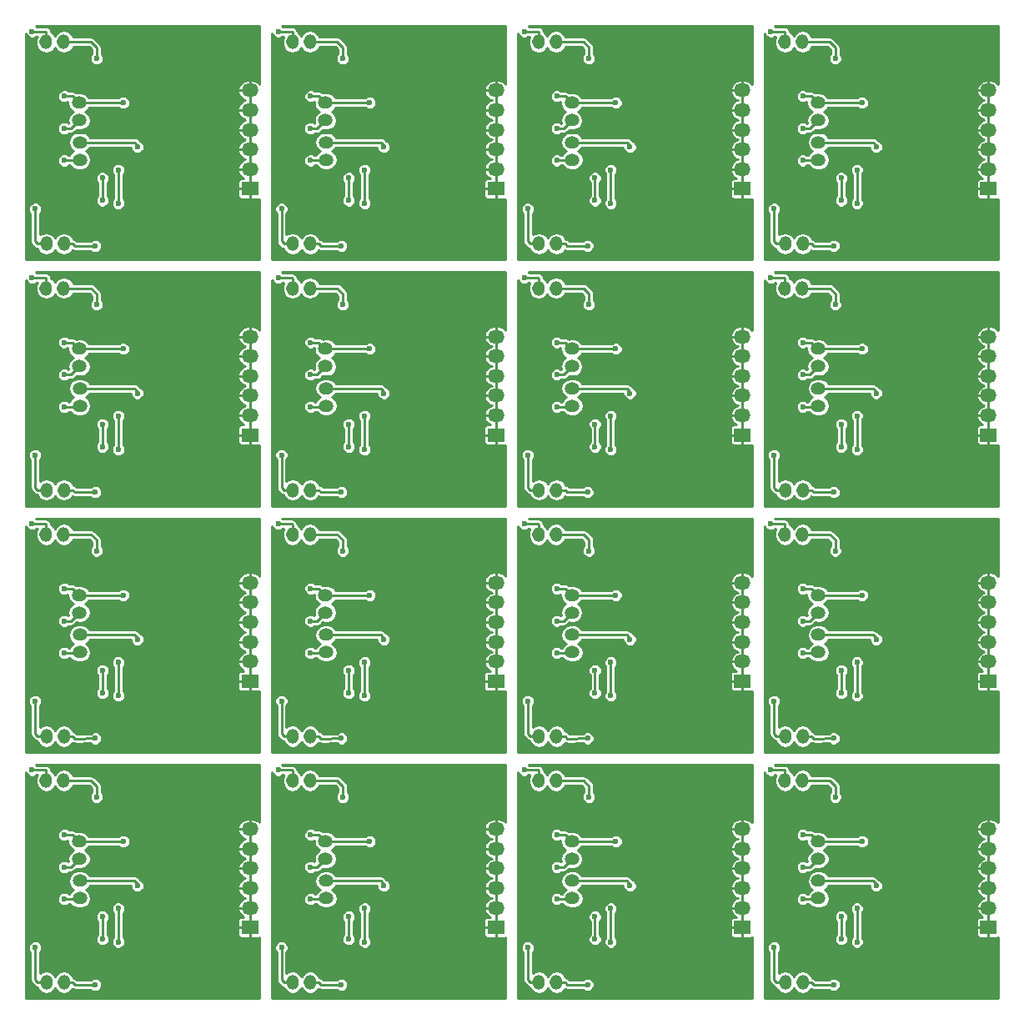
<source format=gbl>
G04 #@! TF.FileFunction,Copper,L2,Bot,Signal*
%FSLAX46Y46*%
G04 Gerber Fmt 4.6, Leading zero omitted, Abs format (unit mm)*
G04 Created by KiCad (PCBNEW 4.0.2-stable) date 11/9/2017 2:08:56 PM*
%MOMM*%
G01*
G04 APERTURE LIST*
%ADD10C,0.100000*%
%ADD11O,1.524000X1.270000*%
%ADD12R,1.700000X1.350000*%
%ADD13O,1.700000X1.350000*%
%ADD14O,1.270000X1.524000*%
%ADD15C,0.600000*%
%ADD16C,0.250000*%
%ADD17C,0.254000*%
G04 APERTURE END LIST*
D10*
D11*
X181121200Y-139223800D03*
X181121200Y-137445800D03*
X181070400Y-135210600D03*
X181070400Y-133432600D03*
D12*
X198393200Y-142175800D03*
D13*
X198393200Y-140175800D03*
X198393200Y-138175800D03*
X198393200Y-136175800D03*
X198393200Y-134175800D03*
X198393200Y-132175800D03*
D14*
X154495600Y-127260400D03*
X152717600Y-127260400D03*
D11*
X156121200Y-139223800D03*
X156121200Y-137445800D03*
X156070400Y-135210600D03*
X156070400Y-133432600D03*
D14*
X154521000Y-147758200D03*
X152743000Y-147758200D03*
D12*
X148393200Y-142175800D03*
D13*
X148393200Y-140175800D03*
X148393200Y-138175800D03*
X148393200Y-136175800D03*
X148393200Y-134175800D03*
X148393200Y-132175800D03*
D14*
X179495600Y-127260400D03*
X177717600Y-127260400D03*
X179521000Y-147758200D03*
X177743000Y-147758200D03*
D12*
X173393200Y-142175800D03*
D13*
X173393200Y-140175800D03*
X173393200Y-138175800D03*
X173393200Y-136175800D03*
X173393200Y-134175800D03*
X173393200Y-132175800D03*
D14*
X104495600Y-127260400D03*
X102717600Y-127260400D03*
D11*
X106070400Y-135210600D03*
X106070400Y-133432600D03*
D14*
X104521000Y-147758200D03*
X102743000Y-147758200D03*
D11*
X106121200Y-139223800D03*
X106121200Y-137445800D03*
D14*
X129521000Y-147758200D03*
X127743000Y-147758200D03*
D11*
X131121200Y-139223800D03*
X131121200Y-137445800D03*
X131070400Y-135210600D03*
X131070400Y-133432600D03*
D14*
X129495600Y-127260400D03*
X127717600Y-127260400D03*
D12*
X123393200Y-142175800D03*
D13*
X123393200Y-140175800D03*
X123393200Y-138175800D03*
X123393200Y-136175800D03*
X123393200Y-134175800D03*
X123393200Y-132175800D03*
D11*
X181121200Y-114223800D03*
X181121200Y-112445800D03*
X181070400Y-110210600D03*
X181070400Y-108432600D03*
D12*
X198393200Y-117175800D03*
D13*
X198393200Y-115175800D03*
X198393200Y-113175800D03*
X198393200Y-111175800D03*
X198393200Y-109175800D03*
X198393200Y-107175800D03*
D14*
X154495600Y-102260400D03*
X152717600Y-102260400D03*
D11*
X156121200Y-114223800D03*
X156121200Y-112445800D03*
X156070400Y-110210600D03*
X156070400Y-108432600D03*
D14*
X154521000Y-122758200D03*
X152743000Y-122758200D03*
D12*
X148393200Y-117175800D03*
D13*
X148393200Y-115175800D03*
X148393200Y-113175800D03*
X148393200Y-111175800D03*
X148393200Y-109175800D03*
X148393200Y-107175800D03*
D14*
X179495600Y-102260400D03*
X177717600Y-102260400D03*
X179521000Y-122758200D03*
X177743000Y-122758200D03*
D12*
X173393200Y-117175800D03*
D13*
X173393200Y-115175800D03*
X173393200Y-113175800D03*
X173393200Y-111175800D03*
X173393200Y-109175800D03*
X173393200Y-107175800D03*
D14*
X104495600Y-102260400D03*
X102717600Y-102260400D03*
D11*
X106070400Y-110210600D03*
X106070400Y-108432600D03*
D14*
X104521000Y-122758200D03*
X102743000Y-122758200D03*
D11*
X106121200Y-114223800D03*
X106121200Y-112445800D03*
D14*
X129521000Y-122758200D03*
X127743000Y-122758200D03*
D11*
X131121200Y-114223800D03*
X131121200Y-112445800D03*
X131070400Y-110210600D03*
X131070400Y-108432600D03*
D14*
X129495600Y-102260400D03*
X127717600Y-102260400D03*
D12*
X123393200Y-117175800D03*
D13*
X123393200Y-115175800D03*
X123393200Y-113175800D03*
X123393200Y-111175800D03*
X123393200Y-109175800D03*
X123393200Y-107175800D03*
D11*
X181121200Y-89223800D03*
X181121200Y-87445800D03*
X181070400Y-85210600D03*
X181070400Y-83432600D03*
D12*
X198393200Y-92175800D03*
D13*
X198393200Y-90175800D03*
X198393200Y-88175800D03*
X198393200Y-86175800D03*
X198393200Y-84175800D03*
X198393200Y-82175800D03*
D14*
X154495600Y-77260400D03*
X152717600Y-77260400D03*
D11*
X156121200Y-89223800D03*
X156121200Y-87445800D03*
X156070400Y-85210600D03*
X156070400Y-83432600D03*
D14*
X154521000Y-97758200D03*
X152743000Y-97758200D03*
D12*
X148393200Y-92175800D03*
D13*
X148393200Y-90175800D03*
X148393200Y-88175800D03*
X148393200Y-86175800D03*
X148393200Y-84175800D03*
X148393200Y-82175800D03*
D14*
X179495600Y-77260400D03*
X177717600Y-77260400D03*
X179521000Y-97758200D03*
X177743000Y-97758200D03*
D12*
X173393200Y-92175800D03*
D13*
X173393200Y-90175800D03*
X173393200Y-88175800D03*
X173393200Y-86175800D03*
X173393200Y-84175800D03*
X173393200Y-82175800D03*
D14*
X104495600Y-77260400D03*
X102717600Y-77260400D03*
D11*
X106070400Y-85210600D03*
X106070400Y-83432600D03*
D14*
X104521000Y-97758200D03*
X102743000Y-97758200D03*
D11*
X106121200Y-89223800D03*
X106121200Y-87445800D03*
D14*
X129521000Y-97758200D03*
X127743000Y-97758200D03*
D11*
X131121200Y-89223800D03*
X131121200Y-87445800D03*
X131070400Y-85210600D03*
X131070400Y-83432600D03*
D14*
X129495600Y-77260400D03*
X127717600Y-77260400D03*
D12*
X123393200Y-92175800D03*
D13*
X123393200Y-90175800D03*
X123393200Y-88175800D03*
X123393200Y-86175800D03*
X123393200Y-84175800D03*
X123393200Y-82175800D03*
D11*
X181121200Y-64223800D03*
X181121200Y-62445800D03*
D12*
X198393200Y-67175800D03*
D13*
X198393200Y-65175800D03*
X198393200Y-63175800D03*
X198393200Y-61175800D03*
X198393200Y-59175800D03*
X198393200Y-57175800D03*
D14*
X179495600Y-52260400D03*
X177717600Y-52260400D03*
X179521000Y-72758200D03*
X177743000Y-72758200D03*
D11*
X181070400Y-60210600D03*
X181070400Y-58432600D03*
X156121200Y-64223800D03*
X156121200Y-62445800D03*
D12*
X173393200Y-67175800D03*
D13*
X173393200Y-65175800D03*
X173393200Y-63175800D03*
X173393200Y-61175800D03*
X173393200Y-59175800D03*
X173393200Y-57175800D03*
D14*
X154495600Y-52260400D03*
X152717600Y-52260400D03*
X154521000Y-72758200D03*
X152743000Y-72758200D03*
D11*
X156070400Y-60210600D03*
X156070400Y-58432600D03*
X131121200Y-64223800D03*
X131121200Y-62445800D03*
D12*
X148393200Y-67175800D03*
D13*
X148393200Y-65175800D03*
X148393200Y-63175800D03*
X148393200Y-61175800D03*
X148393200Y-59175800D03*
X148393200Y-57175800D03*
D14*
X129495600Y-52260400D03*
X127717600Y-52260400D03*
X129521000Y-72758200D03*
X127743000Y-72758200D03*
D11*
X131070400Y-60210600D03*
X131070400Y-58432600D03*
D14*
X104521000Y-72758200D03*
X102743000Y-72758200D03*
X104495600Y-52260400D03*
X102717600Y-52260400D03*
D12*
X123393200Y-67175800D03*
D13*
X123393200Y-65175800D03*
X123393200Y-63175800D03*
X123393200Y-61175800D03*
X123393200Y-59175800D03*
X123393200Y-57175800D03*
D11*
X106070400Y-60210600D03*
X106070400Y-58432600D03*
X106121200Y-64223800D03*
X106121200Y-62445800D03*
D15*
X176600000Y-130600000D03*
X181197400Y-131375200D03*
X176142800Y-127285800D03*
X182772200Y-138258600D03*
X189096800Y-141156800D03*
X189251800Y-136937800D03*
X188347249Y-133517541D03*
X189122200Y-128941400D03*
X195421400Y-133585000D03*
X189325400Y-132289600D03*
X185159800Y-126828600D03*
X185312200Y-145294400D03*
X191560600Y-148748800D03*
X195243600Y-145802400D03*
X179521000Y-145421400D03*
X189554000Y-145192800D03*
X170243600Y-145802400D03*
X164554000Y-145192800D03*
X166560600Y-148748800D03*
X170421400Y-133585000D03*
X164251800Y-136937800D03*
X163347249Y-133517541D03*
X164325400Y-132289600D03*
X160159800Y-126828600D03*
X164122200Y-128941400D03*
X156197400Y-131375200D03*
X154521000Y-145421400D03*
X160312200Y-145294400D03*
X164096800Y-141156800D03*
X157772200Y-138258600D03*
X101600000Y-130600000D03*
X101142800Y-127285800D03*
X110312200Y-145294400D03*
X104521000Y-145421400D03*
X106197400Y-131375200D03*
X110159800Y-126828600D03*
X114122200Y-128941400D03*
X114325400Y-132289600D03*
X113347249Y-133517541D03*
X120421400Y-133585000D03*
X114251800Y-136937800D03*
X107772200Y-138258600D03*
X120243600Y-145802400D03*
X114554000Y-145192800D03*
X116560600Y-148748800D03*
X114096800Y-141156800D03*
X151600000Y-130600000D03*
X151142800Y-127285800D03*
X139325400Y-132289600D03*
X145421400Y-133585000D03*
X145243600Y-145802400D03*
X139554000Y-145192800D03*
X141560600Y-148748800D03*
X139251800Y-136937800D03*
X135159800Y-126828600D03*
X138347249Y-133517541D03*
X139122200Y-128941400D03*
X129521000Y-145421400D03*
X135312200Y-145294400D03*
X139096800Y-141156800D03*
X132772200Y-138258600D03*
X126142800Y-127285800D03*
X126600000Y-130600000D03*
X131197400Y-131375200D03*
X176600000Y-105600000D03*
X181197400Y-106375200D03*
X176142800Y-102285800D03*
X182772200Y-113258600D03*
X189096800Y-116156800D03*
X189251800Y-111937800D03*
X188347249Y-108517541D03*
X189122200Y-103941400D03*
X195421400Y-108585000D03*
X189325400Y-107289600D03*
X185159800Y-101828600D03*
X185312200Y-120294400D03*
X191560600Y-123748800D03*
X195243600Y-120802400D03*
X179521000Y-120421400D03*
X189554000Y-120192800D03*
X170243600Y-120802400D03*
X164554000Y-120192800D03*
X166560600Y-123748800D03*
X170421400Y-108585000D03*
X164251800Y-111937800D03*
X163347249Y-108517541D03*
X164325400Y-107289600D03*
X160159800Y-101828600D03*
X164122200Y-103941400D03*
X156197400Y-106375200D03*
X154521000Y-120421400D03*
X160312200Y-120294400D03*
X164096800Y-116156800D03*
X157772200Y-113258600D03*
X101600000Y-105600000D03*
X101142800Y-102285800D03*
X110312200Y-120294400D03*
X104521000Y-120421400D03*
X106197400Y-106375200D03*
X110159800Y-101828600D03*
X114122200Y-103941400D03*
X114325400Y-107289600D03*
X113347249Y-108517541D03*
X120421400Y-108585000D03*
X114251800Y-111937800D03*
X107772200Y-113258600D03*
X120243600Y-120802400D03*
X114554000Y-120192800D03*
X116560600Y-123748800D03*
X114096800Y-116156800D03*
X151600000Y-105600000D03*
X151142800Y-102285800D03*
X139325400Y-107289600D03*
X145421400Y-108585000D03*
X145243600Y-120802400D03*
X139554000Y-120192800D03*
X141560600Y-123748800D03*
X139251800Y-111937800D03*
X135159800Y-101828600D03*
X138347249Y-108517541D03*
X139122200Y-103941400D03*
X129521000Y-120421400D03*
X135312200Y-120294400D03*
X139096800Y-116156800D03*
X132772200Y-113258600D03*
X126142800Y-102285800D03*
X126600000Y-105600000D03*
X131197400Y-106375200D03*
X176600000Y-80600000D03*
X181197400Y-81375200D03*
X176142800Y-77285800D03*
X182772200Y-88258600D03*
X189096800Y-91156800D03*
X189251800Y-86937800D03*
X188347249Y-83517541D03*
X189122200Y-78941400D03*
X195421400Y-83585000D03*
X189325400Y-82289600D03*
X185159800Y-76828600D03*
X185312200Y-95294400D03*
X191560600Y-98748800D03*
X195243600Y-95802400D03*
X179521000Y-95421400D03*
X189554000Y-95192800D03*
X170243600Y-95802400D03*
X164554000Y-95192800D03*
X166560600Y-98748800D03*
X170421400Y-83585000D03*
X164251800Y-86937800D03*
X163347249Y-83517541D03*
X164325400Y-82289600D03*
X160159800Y-76828600D03*
X164122200Y-78941400D03*
X156197400Y-81375200D03*
X154521000Y-95421400D03*
X160312200Y-95294400D03*
X164096800Y-91156800D03*
X157772200Y-88258600D03*
X101600000Y-80600000D03*
X101142800Y-77285800D03*
X110312200Y-95294400D03*
X104521000Y-95421400D03*
X106197400Y-81375200D03*
X110159800Y-76828600D03*
X114122200Y-78941400D03*
X114325400Y-82289600D03*
X113347249Y-83517541D03*
X120421400Y-83585000D03*
X114251800Y-86937800D03*
X107772200Y-88258600D03*
X120243600Y-95802400D03*
X114554000Y-95192800D03*
X116560600Y-98748800D03*
X114096800Y-91156800D03*
X151600000Y-80600000D03*
X151142800Y-77285800D03*
X139325400Y-82289600D03*
X145421400Y-83585000D03*
X145243600Y-95802400D03*
X139554000Y-95192800D03*
X141560600Y-98748800D03*
X139251800Y-86937800D03*
X135159800Y-76828600D03*
X138347249Y-83517541D03*
X139122200Y-78941400D03*
X129521000Y-95421400D03*
X135312200Y-95294400D03*
X139096800Y-91156800D03*
X132772200Y-88258600D03*
X126142800Y-77285800D03*
X126600000Y-80600000D03*
X131197400Y-81375200D03*
X176600000Y-55600000D03*
X181197400Y-56375200D03*
X176142800Y-52285800D03*
X185159800Y-51828600D03*
X189096800Y-66156800D03*
X189554000Y-70192800D03*
X191560600Y-73748800D03*
X185312200Y-70294400D03*
X195243600Y-70802400D03*
X179521000Y-70421400D03*
X182772200Y-63258600D03*
X189122200Y-53941400D03*
X188347249Y-58517541D03*
X189251800Y-61937800D03*
X195421400Y-58585000D03*
X189325400Y-57289600D03*
X151600000Y-55600000D03*
X156197400Y-56375200D03*
X151142800Y-52285800D03*
X160159800Y-51828600D03*
X164096800Y-66156800D03*
X164554000Y-70192800D03*
X166560600Y-73748800D03*
X160312200Y-70294400D03*
X170243600Y-70802400D03*
X154521000Y-70421400D03*
X157772200Y-63258600D03*
X164122200Y-53941400D03*
X163347249Y-58517541D03*
X164251800Y-61937800D03*
X170421400Y-58585000D03*
X164325400Y-57289600D03*
X126600000Y-55600000D03*
X131197400Y-56375200D03*
X126142800Y-52285800D03*
X135159800Y-51828600D03*
X139096800Y-66156800D03*
X139554000Y-70192800D03*
X141560600Y-73748800D03*
X135312200Y-70294400D03*
X145243600Y-70802400D03*
X129521000Y-70421400D03*
X132772200Y-63258600D03*
X139122200Y-53941400D03*
X138347249Y-58517541D03*
X139251800Y-61937800D03*
X145421400Y-58585000D03*
X139325400Y-57289600D03*
X120421400Y-58585000D03*
X120243600Y-70802400D03*
X104521000Y-70421400D03*
X107772200Y-63258600D03*
X110312200Y-70294400D03*
X116560600Y-73748800D03*
X114554000Y-70192800D03*
X114096800Y-66156800D03*
X114251800Y-61937800D03*
X113347249Y-58517541D03*
X114325400Y-57289600D03*
X114122200Y-53941400D03*
X110159800Y-51828600D03*
X101142800Y-52285800D03*
X106197400Y-56375200D03*
X101600000Y-55600000D03*
X176269800Y-126193600D03*
X183432600Y-141078000D03*
X176600000Y-144202200D03*
X183432600Y-143364000D03*
X158432600Y-143364000D03*
X158432600Y-141078000D03*
X101269800Y-126193600D03*
X108432600Y-143364000D03*
X101600000Y-144202200D03*
X108432600Y-141078000D03*
X151269800Y-126193600D03*
X151600000Y-144202200D03*
X126600000Y-144202200D03*
X133432600Y-143364000D03*
X133432600Y-141078000D03*
X126269800Y-126193600D03*
X176269800Y-101193600D03*
X183432600Y-116078000D03*
X176600000Y-119202200D03*
X183432600Y-118364000D03*
X158432600Y-118364000D03*
X158432600Y-116078000D03*
X101269800Y-101193600D03*
X108432600Y-118364000D03*
X101600000Y-119202200D03*
X108432600Y-116078000D03*
X151269800Y-101193600D03*
X151600000Y-119202200D03*
X126600000Y-119202200D03*
X133432600Y-118364000D03*
X133432600Y-116078000D03*
X126269800Y-101193600D03*
X176269800Y-76193600D03*
X183432600Y-91078000D03*
X176600000Y-94202200D03*
X183432600Y-93364000D03*
X158432600Y-93364000D03*
X158432600Y-91078000D03*
X101269800Y-76193600D03*
X108432600Y-93364000D03*
X101600000Y-94202200D03*
X108432600Y-91078000D03*
X151269800Y-76193600D03*
X151600000Y-94202200D03*
X126600000Y-94202200D03*
X133432600Y-93364000D03*
X133432600Y-91078000D03*
X126269800Y-76193600D03*
X176269800Y-51193600D03*
X183432600Y-66078000D03*
X176600000Y-69202200D03*
X183432600Y-68364000D03*
X151269800Y-51193600D03*
X158432600Y-66078000D03*
X151600000Y-69202200D03*
X158432600Y-68364000D03*
X126269800Y-51193600D03*
X133432600Y-66078000D03*
X126600000Y-69202200D03*
X133432600Y-68364000D03*
X101269800Y-51193600D03*
X101600000Y-69202200D03*
X108432600Y-68364000D03*
X108432600Y-66078000D03*
X179546400Y-136048800D03*
X154546400Y-136048800D03*
X104546400Y-136048800D03*
X129546400Y-136048800D03*
X179546400Y-111048800D03*
X154546400Y-111048800D03*
X104546400Y-111048800D03*
X129546400Y-111048800D03*
X179546400Y-86048800D03*
X154546400Y-86048800D03*
X104546400Y-86048800D03*
X129546400Y-86048800D03*
X179546400Y-61048800D03*
X154546400Y-61048800D03*
X129546400Y-61048800D03*
X104546400Y-61048800D03*
X179546400Y-139300000D03*
X154546400Y-139300000D03*
X104546400Y-139300000D03*
X129546400Y-139300000D03*
X179546400Y-114300000D03*
X154546400Y-114300000D03*
X104546400Y-114300000D03*
X129546400Y-114300000D03*
X179546400Y-89300000D03*
X154546400Y-89300000D03*
X104546400Y-89300000D03*
X129546400Y-89300000D03*
X179546400Y-64300000D03*
X154546400Y-64300000D03*
X129546400Y-64300000D03*
X104546400Y-64300000D03*
X182681392Y-147974751D03*
X157681392Y-147974751D03*
X107681392Y-147974751D03*
X132681392Y-147974751D03*
X182681392Y-122974751D03*
X157681392Y-122974751D03*
X107681392Y-122974751D03*
X132681392Y-122974751D03*
X182681392Y-97974751D03*
X157681392Y-97974751D03*
X107681392Y-97974751D03*
X132681392Y-97974751D03*
X182681392Y-72974751D03*
X157681392Y-72974751D03*
X132681392Y-72974751D03*
X107681392Y-72974751D03*
X182823000Y-128936800D03*
X157823000Y-128936800D03*
X107823000Y-128936800D03*
X132823000Y-128936800D03*
X182823000Y-103936800D03*
X157823000Y-103936800D03*
X107823000Y-103936800D03*
X132823000Y-103936800D03*
X182823000Y-78936800D03*
X157823000Y-78936800D03*
X107823000Y-78936800D03*
X132823000Y-78936800D03*
X182823000Y-53936800D03*
X157823000Y-53936800D03*
X132823000Y-53936800D03*
X107823000Y-53936800D03*
X179548400Y-132770200D03*
X185549031Y-133432600D03*
X160549031Y-133432600D03*
X154548400Y-132770200D03*
X104548400Y-132770200D03*
X110549031Y-133432600D03*
X135549031Y-133432600D03*
X129548400Y-132770200D03*
X179548400Y-107770200D03*
X185549031Y-108432600D03*
X160549031Y-108432600D03*
X154548400Y-107770200D03*
X104548400Y-107770200D03*
X110549031Y-108432600D03*
X135549031Y-108432600D03*
X129548400Y-107770200D03*
X179548400Y-82770200D03*
X185549031Y-83432600D03*
X160549031Y-83432600D03*
X154548400Y-82770200D03*
X104548400Y-82770200D03*
X110549031Y-83432600D03*
X135549031Y-83432600D03*
X129548400Y-82770200D03*
X179548400Y-57770200D03*
X185549031Y-58432600D03*
X154548400Y-57770200D03*
X160549031Y-58432600D03*
X129548400Y-57770200D03*
X135549031Y-58432600D03*
X110549031Y-58432600D03*
X104548400Y-57770200D03*
X186988600Y-137928400D03*
X161988600Y-137928400D03*
X111988600Y-137928400D03*
X136988600Y-137928400D03*
X186988600Y-112928400D03*
X161988600Y-112928400D03*
X111988600Y-112928400D03*
X136988600Y-112928400D03*
X186988600Y-87928400D03*
X161988600Y-87928400D03*
X111988600Y-87928400D03*
X136988600Y-87928400D03*
X186988600Y-62928400D03*
X161988600Y-62928400D03*
X136988600Y-62928400D03*
X111988600Y-62928400D03*
X185032800Y-140239800D03*
X185032800Y-143643400D03*
X160032800Y-143643400D03*
X160032800Y-140239800D03*
X110032800Y-143643400D03*
X110032800Y-140239800D03*
X135032800Y-143643400D03*
X135032800Y-140239800D03*
X185032800Y-115239800D03*
X185032800Y-118643400D03*
X160032800Y-118643400D03*
X160032800Y-115239800D03*
X110032800Y-118643400D03*
X110032800Y-115239800D03*
X135032800Y-118643400D03*
X135032800Y-115239800D03*
X185032800Y-90239800D03*
X185032800Y-93643400D03*
X160032800Y-93643400D03*
X160032800Y-90239800D03*
X110032800Y-93643400D03*
X110032800Y-90239800D03*
X135032800Y-93643400D03*
X135032800Y-90239800D03*
X185032800Y-68643400D03*
X185032800Y-65239800D03*
X160032800Y-68643400D03*
X160032800Y-65239800D03*
X135032800Y-68643400D03*
X135032800Y-65239800D03*
X110032800Y-68643400D03*
X110032800Y-65239800D03*
D16*
X177662800Y-126193600D02*
X176269800Y-126193600D01*
X183432600Y-141078000D02*
X183432600Y-143364000D01*
X177743000Y-147758200D02*
X176858000Y-147758200D01*
X176858000Y-147758200D02*
X176600000Y-147500200D01*
X176600000Y-147500200D02*
X176600000Y-144202200D01*
X177717600Y-127260400D02*
X177717600Y-126248400D01*
X177717600Y-126248400D02*
X177662800Y-126193600D01*
X152743000Y-147758200D02*
X151858000Y-147758200D01*
X151858000Y-147758200D02*
X151600000Y-147500200D01*
X151600000Y-147500200D02*
X151600000Y-144202200D01*
X158432600Y-141078000D02*
X158432600Y-143364000D01*
X152662800Y-126193600D02*
X151269800Y-126193600D01*
X152717600Y-127260400D02*
X152717600Y-126248400D01*
X152717600Y-126248400D02*
X152662800Y-126193600D01*
X133432600Y-141078000D02*
X133432600Y-143364000D01*
X126600000Y-147500200D02*
X126600000Y-144202200D01*
X127743000Y-147758200D02*
X126858000Y-147758200D01*
X126858000Y-147758200D02*
X126600000Y-147500200D01*
X127717600Y-127260400D02*
X127717600Y-126248400D01*
X127662800Y-126193600D02*
X126269800Y-126193600D01*
X127717600Y-126248400D02*
X127662800Y-126193600D01*
X102717600Y-127260400D02*
X102717600Y-126248400D01*
X102717600Y-126248400D02*
X102662800Y-126193600D01*
X102662800Y-126193600D02*
X101269800Y-126193600D01*
X101600000Y-147500200D02*
X101600000Y-144202200D01*
X102743000Y-147758200D02*
X101858000Y-147758200D01*
X101858000Y-147758200D02*
X101600000Y-147500200D01*
X108432600Y-141078000D02*
X108432600Y-143364000D01*
X177662800Y-101193600D02*
X176269800Y-101193600D01*
X183432600Y-116078000D02*
X183432600Y-118364000D01*
X177743000Y-122758200D02*
X176858000Y-122758200D01*
X176858000Y-122758200D02*
X176600000Y-122500200D01*
X176600000Y-122500200D02*
X176600000Y-119202200D01*
X177717600Y-102260400D02*
X177717600Y-101248400D01*
X177717600Y-101248400D02*
X177662800Y-101193600D01*
X152743000Y-122758200D02*
X151858000Y-122758200D01*
X151858000Y-122758200D02*
X151600000Y-122500200D01*
X151600000Y-122500200D02*
X151600000Y-119202200D01*
X158432600Y-116078000D02*
X158432600Y-118364000D01*
X152662800Y-101193600D02*
X151269800Y-101193600D01*
X152717600Y-102260400D02*
X152717600Y-101248400D01*
X152717600Y-101248400D02*
X152662800Y-101193600D01*
X133432600Y-116078000D02*
X133432600Y-118364000D01*
X126600000Y-122500200D02*
X126600000Y-119202200D01*
X127743000Y-122758200D02*
X126858000Y-122758200D01*
X126858000Y-122758200D02*
X126600000Y-122500200D01*
X127717600Y-102260400D02*
X127717600Y-101248400D01*
X127662800Y-101193600D02*
X126269800Y-101193600D01*
X127717600Y-101248400D02*
X127662800Y-101193600D01*
X102717600Y-102260400D02*
X102717600Y-101248400D01*
X102717600Y-101248400D02*
X102662800Y-101193600D01*
X102662800Y-101193600D02*
X101269800Y-101193600D01*
X101600000Y-122500200D02*
X101600000Y-119202200D01*
X102743000Y-122758200D02*
X101858000Y-122758200D01*
X101858000Y-122758200D02*
X101600000Y-122500200D01*
X108432600Y-116078000D02*
X108432600Y-118364000D01*
X177662800Y-76193600D02*
X176269800Y-76193600D01*
X183432600Y-91078000D02*
X183432600Y-93364000D01*
X177743000Y-97758200D02*
X176858000Y-97758200D01*
X176858000Y-97758200D02*
X176600000Y-97500200D01*
X176600000Y-97500200D02*
X176600000Y-94202200D01*
X177717600Y-77260400D02*
X177717600Y-76248400D01*
X177717600Y-76248400D02*
X177662800Y-76193600D01*
X152743000Y-97758200D02*
X151858000Y-97758200D01*
X151858000Y-97758200D02*
X151600000Y-97500200D01*
X151600000Y-97500200D02*
X151600000Y-94202200D01*
X158432600Y-91078000D02*
X158432600Y-93364000D01*
X152662800Y-76193600D02*
X151269800Y-76193600D01*
X152717600Y-77260400D02*
X152717600Y-76248400D01*
X152717600Y-76248400D02*
X152662800Y-76193600D01*
X133432600Y-91078000D02*
X133432600Y-93364000D01*
X126600000Y-97500200D02*
X126600000Y-94202200D01*
X127743000Y-97758200D02*
X126858000Y-97758200D01*
X126858000Y-97758200D02*
X126600000Y-97500200D01*
X127717600Y-77260400D02*
X127717600Y-76248400D01*
X127662800Y-76193600D02*
X126269800Y-76193600D01*
X127717600Y-76248400D02*
X127662800Y-76193600D01*
X102717600Y-77260400D02*
X102717600Y-76248400D01*
X102717600Y-76248400D02*
X102662800Y-76193600D01*
X102662800Y-76193600D02*
X101269800Y-76193600D01*
X101600000Y-97500200D02*
X101600000Y-94202200D01*
X102743000Y-97758200D02*
X101858000Y-97758200D01*
X101858000Y-97758200D02*
X101600000Y-97500200D01*
X108432600Y-91078000D02*
X108432600Y-93364000D01*
X183432600Y-66078000D02*
X183432600Y-68364000D01*
X176600000Y-72500200D02*
X176600000Y-69202200D01*
X177743000Y-72758200D02*
X176858000Y-72758200D01*
X176858000Y-72758200D02*
X176600000Y-72500200D01*
X177717600Y-51248400D02*
X177662800Y-51193600D01*
X177717600Y-52260400D02*
X177717600Y-51248400D01*
X177662800Y-51193600D02*
X176269800Y-51193600D01*
X158432600Y-66078000D02*
X158432600Y-68364000D01*
X151600000Y-72500200D02*
X151600000Y-69202200D01*
X152743000Y-72758200D02*
X151858000Y-72758200D01*
X151858000Y-72758200D02*
X151600000Y-72500200D01*
X152717600Y-51248400D02*
X152662800Y-51193600D01*
X152717600Y-52260400D02*
X152717600Y-51248400D01*
X152662800Y-51193600D02*
X151269800Y-51193600D01*
X133432600Y-66078000D02*
X133432600Y-68364000D01*
X126600000Y-72500200D02*
X126600000Y-69202200D01*
X127743000Y-72758200D02*
X126858000Y-72758200D01*
X126858000Y-72758200D02*
X126600000Y-72500200D01*
X127717600Y-51248400D02*
X127662800Y-51193600D01*
X127717600Y-52260400D02*
X127717600Y-51248400D01*
X127662800Y-51193600D02*
X126269800Y-51193600D01*
X102662800Y-51193600D02*
X101269800Y-51193600D01*
X102717600Y-52260400D02*
X102717600Y-51248400D01*
X102717600Y-51248400D02*
X102662800Y-51193600D01*
X101600000Y-72500200D02*
X101600000Y-69202200D01*
X102743000Y-72758200D02*
X101858000Y-72758200D01*
X101858000Y-72758200D02*
X101600000Y-72500200D01*
X108432600Y-66078000D02*
X108432600Y-68364000D01*
X179546400Y-136048800D02*
X180232200Y-136048800D01*
X180232200Y-136048800D02*
X181070400Y-135210600D01*
X155232200Y-136048800D02*
X156070400Y-135210600D01*
X154546400Y-136048800D02*
X155232200Y-136048800D01*
X130232200Y-136048800D02*
X131070400Y-135210600D01*
X129546400Y-136048800D02*
X130232200Y-136048800D01*
X105232200Y-136048800D02*
X106070400Y-135210600D01*
X104546400Y-136048800D02*
X105232200Y-136048800D01*
X179546400Y-111048800D02*
X180232200Y-111048800D01*
X180232200Y-111048800D02*
X181070400Y-110210600D01*
X155232200Y-111048800D02*
X156070400Y-110210600D01*
X154546400Y-111048800D02*
X155232200Y-111048800D01*
X130232200Y-111048800D02*
X131070400Y-110210600D01*
X129546400Y-111048800D02*
X130232200Y-111048800D01*
X105232200Y-111048800D02*
X106070400Y-110210600D01*
X104546400Y-111048800D02*
X105232200Y-111048800D01*
X179546400Y-86048800D02*
X180232200Y-86048800D01*
X180232200Y-86048800D02*
X181070400Y-85210600D01*
X155232200Y-86048800D02*
X156070400Y-85210600D01*
X154546400Y-86048800D02*
X155232200Y-86048800D01*
X130232200Y-86048800D02*
X131070400Y-85210600D01*
X129546400Y-86048800D02*
X130232200Y-86048800D01*
X105232200Y-86048800D02*
X106070400Y-85210600D01*
X104546400Y-86048800D02*
X105232200Y-86048800D01*
X179546400Y-61048800D02*
X180232200Y-61048800D01*
X180232200Y-61048800D02*
X181070400Y-60210600D01*
X154546400Y-61048800D02*
X155232200Y-61048800D01*
X155232200Y-61048800D02*
X156070400Y-60210600D01*
X129546400Y-61048800D02*
X130232200Y-61048800D01*
X130232200Y-61048800D02*
X131070400Y-60210600D01*
X104546400Y-61048800D02*
X105232200Y-61048800D01*
X105232200Y-61048800D02*
X106070400Y-60210600D01*
X179546400Y-139300000D02*
X181045000Y-139300000D01*
X181045000Y-139300000D02*
X181121200Y-139223800D01*
X154546400Y-139300000D02*
X156045000Y-139300000D01*
X156045000Y-139300000D02*
X156121200Y-139223800D01*
X131045000Y-139300000D02*
X131121200Y-139223800D01*
X129546400Y-139300000D02*
X131045000Y-139300000D01*
X106045000Y-139300000D02*
X106121200Y-139223800D01*
X104546400Y-139300000D02*
X106045000Y-139300000D01*
X179546400Y-114300000D02*
X181045000Y-114300000D01*
X181045000Y-114300000D02*
X181121200Y-114223800D01*
X154546400Y-114300000D02*
X156045000Y-114300000D01*
X156045000Y-114300000D02*
X156121200Y-114223800D01*
X131045000Y-114300000D02*
X131121200Y-114223800D01*
X129546400Y-114300000D02*
X131045000Y-114300000D01*
X106045000Y-114300000D02*
X106121200Y-114223800D01*
X104546400Y-114300000D02*
X106045000Y-114300000D01*
X179546400Y-89300000D02*
X181045000Y-89300000D01*
X181045000Y-89300000D02*
X181121200Y-89223800D01*
X154546400Y-89300000D02*
X156045000Y-89300000D01*
X156045000Y-89300000D02*
X156121200Y-89223800D01*
X131045000Y-89300000D02*
X131121200Y-89223800D01*
X129546400Y-89300000D02*
X131045000Y-89300000D01*
X106045000Y-89300000D02*
X106121200Y-89223800D01*
X104546400Y-89300000D02*
X106045000Y-89300000D01*
X181045000Y-64300000D02*
X181121200Y-64223800D01*
X179546400Y-64300000D02*
X181045000Y-64300000D01*
X156045000Y-64300000D02*
X156121200Y-64223800D01*
X154546400Y-64300000D02*
X156045000Y-64300000D01*
X131045000Y-64300000D02*
X131121200Y-64223800D01*
X129546400Y-64300000D02*
X131045000Y-64300000D01*
X104546400Y-64300000D02*
X106045000Y-64300000D01*
X106045000Y-64300000D02*
X106121200Y-64223800D01*
X180406000Y-147758200D02*
X180634600Y-147986800D01*
X182670600Y-147986800D02*
X182670600Y-147985543D01*
X180634600Y-147986800D02*
X182681392Y-147974751D01*
X182670600Y-147985543D02*
X182681392Y-147974751D01*
X179521000Y-147758200D02*
X180406000Y-147758200D01*
X157670600Y-147985543D02*
X157681392Y-147974751D01*
X154521000Y-147758200D02*
X155406000Y-147758200D01*
X157670600Y-147986800D02*
X157670600Y-147985543D01*
X155634600Y-147986800D02*
X157681392Y-147974751D01*
X155406000Y-147758200D02*
X155634600Y-147986800D01*
X132670600Y-147986800D02*
X132670600Y-147985543D01*
X130406000Y-147758200D02*
X130634600Y-147986800D01*
X132670600Y-147985543D02*
X132681392Y-147974751D01*
X130634600Y-147986800D02*
X132681392Y-147974751D01*
X129521000Y-147758200D02*
X130406000Y-147758200D01*
X107670600Y-147986800D02*
X107670600Y-147985543D01*
X107670600Y-147985543D02*
X107681392Y-147974751D01*
X105634600Y-147986800D02*
X107681392Y-147974751D01*
X105406000Y-147758200D02*
X105634600Y-147986800D01*
X104521000Y-147758200D02*
X105406000Y-147758200D01*
X180406000Y-122758200D02*
X180634600Y-122986800D01*
X182670600Y-122986800D02*
X182670600Y-122985543D01*
X180634600Y-122986800D02*
X182681392Y-122974751D01*
X182670600Y-122985543D02*
X182681392Y-122974751D01*
X179521000Y-122758200D02*
X180406000Y-122758200D01*
X157670600Y-122985543D02*
X157681392Y-122974751D01*
X154521000Y-122758200D02*
X155406000Y-122758200D01*
X157670600Y-122986800D02*
X157670600Y-122985543D01*
X155634600Y-122986800D02*
X157681392Y-122974751D01*
X155406000Y-122758200D02*
X155634600Y-122986800D01*
X132670600Y-122986800D02*
X132670600Y-122985543D01*
X130406000Y-122758200D02*
X130634600Y-122986800D01*
X132670600Y-122985543D02*
X132681392Y-122974751D01*
X130634600Y-122986800D02*
X132681392Y-122974751D01*
X129521000Y-122758200D02*
X130406000Y-122758200D01*
X107670600Y-122986800D02*
X107670600Y-122985543D01*
X107670600Y-122985543D02*
X107681392Y-122974751D01*
X105634600Y-122986800D02*
X107681392Y-122974751D01*
X105406000Y-122758200D02*
X105634600Y-122986800D01*
X104521000Y-122758200D02*
X105406000Y-122758200D01*
X180406000Y-97758200D02*
X180634600Y-97986800D01*
X182670600Y-97986800D02*
X182670600Y-97985543D01*
X180634600Y-97986800D02*
X182681392Y-97974751D01*
X182670600Y-97985543D02*
X182681392Y-97974751D01*
X179521000Y-97758200D02*
X180406000Y-97758200D01*
X157670600Y-97985543D02*
X157681392Y-97974751D01*
X154521000Y-97758200D02*
X155406000Y-97758200D01*
X157670600Y-97986800D02*
X157670600Y-97985543D01*
X155634600Y-97986800D02*
X157681392Y-97974751D01*
X155406000Y-97758200D02*
X155634600Y-97986800D01*
X132670600Y-97986800D02*
X132670600Y-97985543D01*
X130406000Y-97758200D02*
X130634600Y-97986800D01*
X132670600Y-97985543D02*
X132681392Y-97974751D01*
X130634600Y-97986800D02*
X132681392Y-97974751D01*
X129521000Y-97758200D02*
X130406000Y-97758200D01*
X107670600Y-97986800D02*
X107670600Y-97985543D01*
X107670600Y-97985543D02*
X107681392Y-97974751D01*
X105634600Y-97986800D02*
X107681392Y-97974751D01*
X105406000Y-97758200D02*
X105634600Y-97986800D01*
X104521000Y-97758200D02*
X105406000Y-97758200D01*
X180406000Y-72758200D02*
X180634600Y-72986800D01*
X182670600Y-72985543D02*
X182681392Y-72974751D01*
X180634600Y-72986800D02*
X182681392Y-72974751D01*
X182670600Y-72986800D02*
X182670600Y-72985543D01*
X179521000Y-72758200D02*
X180406000Y-72758200D01*
X155406000Y-72758200D02*
X155634600Y-72986800D01*
X157670600Y-72985543D02*
X157681392Y-72974751D01*
X155634600Y-72986800D02*
X157681392Y-72974751D01*
X157670600Y-72986800D02*
X157670600Y-72985543D01*
X154521000Y-72758200D02*
X155406000Y-72758200D01*
X130406000Y-72758200D02*
X130634600Y-72986800D01*
X132670600Y-72985543D02*
X132681392Y-72974751D01*
X130634600Y-72986800D02*
X132681392Y-72974751D01*
X132670600Y-72986800D02*
X132670600Y-72985543D01*
X129521000Y-72758200D02*
X130406000Y-72758200D01*
X105634600Y-72986800D02*
X107681392Y-72974751D01*
X107670600Y-72986800D02*
X107670600Y-72985543D01*
X107670600Y-72985543D02*
X107681392Y-72974751D01*
X104521000Y-72758200D02*
X105406000Y-72758200D01*
X105406000Y-72758200D02*
X105634600Y-72986800D01*
X182264200Y-127260400D02*
X179495600Y-127260400D01*
X182823000Y-128936800D02*
X182823000Y-127819200D01*
X182823000Y-127819200D02*
X182264200Y-127260400D01*
X157823000Y-127819200D02*
X157264200Y-127260400D01*
X157823000Y-128936800D02*
X157823000Y-127819200D01*
X157264200Y-127260400D02*
X154495600Y-127260400D01*
X132823000Y-128936800D02*
X132823000Y-127819200D01*
X132264200Y-127260400D02*
X129495600Y-127260400D01*
X132823000Y-127819200D02*
X132264200Y-127260400D01*
X107823000Y-128936800D02*
X107823000Y-127819200D01*
X107823000Y-127819200D02*
X107264200Y-127260400D01*
X107264200Y-127260400D02*
X104495600Y-127260400D01*
X182264200Y-102260400D02*
X179495600Y-102260400D01*
X182823000Y-103936800D02*
X182823000Y-102819200D01*
X182823000Y-102819200D02*
X182264200Y-102260400D01*
X157823000Y-102819200D02*
X157264200Y-102260400D01*
X157823000Y-103936800D02*
X157823000Y-102819200D01*
X157264200Y-102260400D02*
X154495600Y-102260400D01*
X132823000Y-103936800D02*
X132823000Y-102819200D01*
X132264200Y-102260400D02*
X129495600Y-102260400D01*
X132823000Y-102819200D02*
X132264200Y-102260400D01*
X107823000Y-103936800D02*
X107823000Y-102819200D01*
X107823000Y-102819200D02*
X107264200Y-102260400D01*
X107264200Y-102260400D02*
X104495600Y-102260400D01*
X182264200Y-77260400D02*
X179495600Y-77260400D01*
X182823000Y-78936800D02*
X182823000Y-77819200D01*
X182823000Y-77819200D02*
X182264200Y-77260400D01*
X157823000Y-77819200D02*
X157264200Y-77260400D01*
X157823000Y-78936800D02*
X157823000Y-77819200D01*
X157264200Y-77260400D02*
X154495600Y-77260400D01*
X132823000Y-78936800D02*
X132823000Y-77819200D01*
X132264200Y-77260400D02*
X129495600Y-77260400D01*
X132823000Y-77819200D02*
X132264200Y-77260400D01*
X107823000Y-78936800D02*
X107823000Y-77819200D01*
X107823000Y-77819200D02*
X107264200Y-77260400D01*
X107264200Y-77260400D02*
X104495600Y-77260400D01*
X182823000Y-53936800D02*
X182823000Y-52819200D01*
X182264200Y-52260400D02*
X179495600Y-52260400D01*
X182823000Y-52819200D02*
X182264200Y-52260400D01*
X157823000Y-53936800D02*
X157823000Y-52819200D01*
X157264200Y-52260400D02*
X154495600Y-52260400D01*
X157823000Y-52819200D02*
X157264200Y-52260400D01*
X132823000Y-53936800D02*
X132823000Y-52819200D01*
X132264200Y-52260400D02*
X129495600Y-52260400D01*
X132823000Y-52819200D02*
X132264200Y-52260400D01*
X107823000Y-52819200D02*
X107264200Y-52260400D01*
X107264200Y-52260400D02*
X104495600Y-52260400D01*
X107823000Y-53936800D02*
X107823000Y-52819200D01*
X180408000Y-132770200D02*
X179548400Y-132770200D01*
X180408000Y-132770200D02*
X181070400Y-133432600D01*
X181070400Y-133432600D02*
X185549031Y-133432600D01*
X155408000Y-132770200D02*
X156070400Y-133432600D01*
X155408000Y-132770200D02*
X154548400Y-132770200D01*
X156070400Y-133432600D02*
X160549031Y-133432600D01*
X130408000Y-132770200D02*
X129548400Y-132770200D01*
X131070400Y-133432600D02*
X135549031Y-133432600D01*
X130408000Y-132770200D02*
X131070400Y-133432600D01*
X106070400Y-133432600D02*
X110549031Y-133432600D01*
X105408000Y-132770200D02*
X104548400Y-132770200D01*
X105408000Y-132770200D02*
X106070400Y-133432600D01*
X180408000Y-107770200D02*
X179548400Y-107770200D01*
X180408000Y-107770200D02*
X181070400Y-108432600D01*
X181070400Y-108432600D02*
X185549031Y-108432600D01*
X155408000Y-107770200D02*
X156070400Y-108432600D01*
X155408000Y-107770200D02*
X154548400Y-107770200D01*
X156070400Y-108432600D02*
X160549031Y-108432600D01*
X130408000Y-107770200D02*
X129548400Y-107770200D01*
X131070400Y-108432600D02*
X135549031Y-108432600D01*
X130408000Y-107770200D02*
X131070400Y-108432600D01*
X106070400Y-108432600D02*
X110549031Y-108432600D01*
X105408000Y-107770200D02*
X104548400Y-107770200D01*
X105408000Y-107770200D02*
X106070400Y-108432600D01*
X180408000Y-82770200D02*
X179548400Y-82770200D01*
X180408000Y-82770200D02*
X181070400Y-83432600D01*
X181070400Y-83432600D02*
X185549031Y-83432600D01*
X155408000Y-82770200D02*
X156070400Y-83432600D01*
X155408000Y-82770200D02*
X154548400Y-82770200D01*
X156070400Y-83432600D02*
X160549031Y-83432600D01*
X130408000Y-82770200D02*
X129548400Y-82770200D01*
X131070400Y-83432600D02*
X135549031Y-83432600D01*
X130408000Y-82770200D02*
X131070400Y-83432600D01*
X106070400Y-83432600D02*
X110549031Y-83432600D01*
X105408000Y-82770200D02*
X104548400Y-82770200D01*
X105408000Y-82770200D02*
X106070400Y-83432600D01*
X180408000Y-57770200D02*
X181070400Y-58432600D01*
X180408000Y-57770200D02*
X179548400Y-57770200D01*
X181070400Y-58432600D02*
X185549031Y-58432600D01*
X155408000Y-57770200D02*
X156070400Y-58432600D01*
X155408000Y-57770200D02*
X154548400Y-57770200D01*
X156070400Y-58432600D02*
X160549031Y-58432600D01*
X130408000Y-57770200D02*
X131070400Y-58432600D01*
X130408000Y-57770200D02*
X129548400Y-57770200D01*
X131070400Y-58432600D02*
X135549031Y-58432600D01*
X106070400Y-58432600D02*
X110549031Y-58432600D01*
X105408000Y-57770200D02*
X104548400Y-57770200D01*
X105408000Y-57770200D02*
X106070400Y-58432600D01*
X186988600Y-137750600D02*
X186988600Y-137928400D01*
X186683800Y-137445800D02*
X186988600Y-137750600D01*
X181121200Y-137445800D02*
X182133200Y-137445800D01*
X182133200Y-137445800D02*
X186683800Y-137445800D01*
X161683800Y-137445800D02*
X161988600Y-137750600D01*
X161988600Y-137750600D02*
X161988600Y-137928400D01*
X157133200Y-137445800D02*
X161683800Y-137445800D01*
X156121200Y-137445800D02*
X157133200Y-137445800D01*
X131121200Y-137445800D02*
X132133200Y-137445800D01*
X136988600Y-137750600D02*
X136988600Y-137928400D01*
X132133200Y-137445800D02*
X136683800Y-137445800D01*
X136683800Y-137445800D02*
X136988600Y-137750600D01*
X111988600Y-137750600D02*
X111988600Y-137928400D01*
X107133200Y-137445800D02*
X111683800Y-137445800D01*
X106121200Y-137445800D02*
X107133200Y-137445800D01*
X111683800Y-137445800D02*
X111988600Y-137750600D01*
X186988600Y-112750600D02*
X186988600Y-112928400D01*
X186683800Y-112445800D02*
X186988600Y-112750600D01*
X181121200Y-112445800D02*
X182133200Y-112445800D01*
X182133200Y-112445800D02*
X186683800Y-112445800D01*
X161683800Y-112445800D02*
X161988600Y-112750600D01*
X161988600Y-112750600D02*
X161988600Y-112928400D01*
X157133200Y-112445800D02*
X161683800Y-112445800D01*
X156121200Y-112445800D02*
X157133200Y-112445800D01*
X131121200Y-112445800D02*
X132133200Y-112445800D01*
X136988600Y-112750600D02*
X136988600Y-112928400D01*
X132133200Y-112445800D02*
X136683800Y-112445800D01*
X136683800Y-112445800D02*
X136988600Y-112750600D01*
X111988600Y-112750600D02*
X111988600Y-112928400D01*
X107133200Y-112445800D02*
X111683800Y-112445800D01*
X106121200Y-112445800D02*
X107133200Y-112445800D01*
X111683800Y-112445800D02*
X111988600Y-112750600D01*
X186988600Y-87750600D02*
X186988600Y-87928400D01*
X186683800Y-87445800D02*
X186988600Y-87750600D01*
X181121200Y-87445800D02*
X182133200Y-87445800D01*
X182133200Y-87445800D02*
X186683800Y-87445800D01*
X161683800Y-87445800D02*
X161988600Y-87750600D01*
X161988600Y-87750600D02*
X161988600Y-87928400D01*
X157133200Y-87445800D02*
X161683800Y-87445800D01*
X156121200Y-87445800D02*
X157133200Y-87445800D01*
X131121200Y-87445800D02*
X132133200Y-87445800D01*
X136988600Y-87750600D02*
X136988600Y-87928400D01*
X132133200Y-87445800D02*
X136683800Y-87445800D01*
X136683800Y-87445800D02*
X136988600Y-87750600D01*
X111988600Y-87750600D02*
X111988600Y-87928400D01*
X107133200Y-87445800D02*
X111683800Y-87445800D01*
X106121200Y-87445800D02*
X107133200Y-87445800D01*
X111683800Y-87445800D02*
X111988600Y-87750600D01*
X181121200Y-62445800D02*
X182133200Y-62445800D01*
X182133200Y-62445800D02*
X186683800Y-62445800D01*
X186988600Y-62750600D02*
X186988600Y-62928400D01*
X186683800Y-62445800D02*
X186988600Y-62750600D01*
X156121200Y-62445800D02*
X157133200Y-62445800D01*
X157133200Y-62445800D02*
X161683800Y-62445800D01*
X161988600Y-62750600D02*
X161988600Y-62928400D01*
X161683800Y-62445800D02*
X161988600Y-62750600D01*
X131121200Y-62445800D02*
X132133200Y-62445800D01*
X132133200Y-62445800D02*
X136683800Y-62445800D01*
X136988600Y-62750600D02*
X136988600Y-62928400D01*
X136683800Y-62445800D02*
X136988600Y-62750600D01*
X111988600Y-62750600D02*
X111988600Y-62928400D01*
X111683800Y-62445800D02*
X111988600Y-62750600D01*
X107133200Y-62445800D02*
X111683800Y-62445800D01*
X106121200Y-62445800D02*
X107133200Y-62445800D01*
X185032800Y-140664064D02*
X185032800Y-143643400D01*
X185032800Y-140239800D02*
X185032800Y-140664064D01*
X160032800Y-140664064D02*
X160032800Y-143643400D01*
X160032800Y-140239800D02*
X160032800Y-140664064D01*
X135032800Y-140664064D02*
X135032800Y-143643400D01*
X135032800Y-140239800D02*
X135032800Y-140664064D01*
X110032800Y-140664064D02*
X110032800Y-143643400D01*
X110032800Y-140239800D02*
X110032800Y-140664064D01*
X185032800Y-115664064D02*
X185032800Y-118643400D01*
X185032800Y-115239800D02*
X185032800Y-115664064D01*
X160032800Y-115664064D02*
X160032800Y-118643400D01*
X160032800Y-115239800D02*
X160032800Y-115664064D01*
X135032800Y-115664064D02*
X135032800Y-118643400D01*
X135032800Y-115239800D02*
X135032800Y-115664064D01*
X110032800Y-115664064D02*
X110032800Y-118643400D01*
X110032800Y-115239800D02*
X110032800Y-115664064D01*
X185032800Y-90664064D02*
X185032800Y-93643400D01*
X185032800Y-90239800D02*
X185032800Y-90664064D01*
X160032800Y-90664064D02*
X160032800Y-93643400D01*
X160032800Y-90239800D02*
X160032800Y-90664064D01*
X135032800Y-90664064D02*
X135032800Y-93643400D01*
X135032800Y-90239800D02*
X135032800Y-90664064D01*
X110032800Y-90664064D02*
X110032800Y-93643400D01*
X110032800Y-90239800D02*
X110032800Y-90664064D01*
X185032800Y-65239800D02*
X185032800Y-65664064D01*
X185032800Y-65664064D02*
X185032800Y-68643400D01*
X160032800Y-65239800D02*
X160032800Y-65664064D01*
X160032800Y-65664064D02*
X160032800Y-68643400D01*
X135032800Y-65239800D02*
X135032800Y-65664064D01*
X135032800Y-65664064D02*
X135032800Y-68643400D01*
X110032800Y-65239800D02*
X110032800Y-65664064D01*
X110032800Y-65664064D02*
X110032800Y-68643400D01*
D17*
G36*
X124373000Y-56515954D02*
X124315258Y-56429449D01*
X123972776Y-56200375D01*
X123568700Y-56119800D01*
X123393700Y-56119800D01*
X123393700Y-57175300D01*
X123413700Y-57175300D01*
X123413700Y-57176300D01*
X123393700Y-57176300D01*
X123393700Y-59175300D01*
X123413700Y-59175300D01*
X123413700Y-59176300D01*
X123393700Y-59176300D01*
X123393700Y-61175300D01*
X123413700Y-61175300D01*
X123413700Y-61176300D01*
X123393700Y-61176300D01*
X123393700Y-63175300D01*
X123413700Y-63175300D01*
X123413700Y-63176300D01*
X123393700Y-63176300D01*
X123393700Y-65175300D01*
X123413700Y-65175300D01*
X123413700Y-65176300D01*
X123393700Y-65176300D01*
X123393700Y-67175300D01*
X123413700Y-67175300D01*
X123413700Y-67176300D01*
X123393700Y-67176300D01*
X123393700Y-68136550D01*
X123488950Y-68231800D01*
X124318986Y-68231800D01*
X124373000Y-68209427D01*
X124373000Y-74373000D01*
X100627000Y-74373000D01*
X100627000Y-69337065D01*
X100918882Y-69337065D01*
X101022339Y-69587452D01*
X101094000Y-69659238D01*
X101094000Y-72500200D01*
X101132517Y-72693838D01*
X101242204Y-72857996D01*
X101500204Y-73115996D01*
X101664362Y-73225683D01*
X101795459Y-73251760D01*
X101804338Y-73296399D01*
X102024580Y-73626013D01*
X102354194Y-73846255D01*
X102743000Y-73923593D01*
X103131806Y-73846255D01*
X103461420Y-73626013D01*
X103632000Y-73370723D01*
X103802580Y-73626013D01*
X104132194Y-73846255D01*
X104521000Y-73923593D01*
X104909806Y-73846255D01*
X105239420Y-73626013D01*
X105380957Y-73414189D01*
X105440962Y-73454283D01*
X105442450Y-73454579D01*
X105443717Y-73455415D01*
X105539212Y-73473826D01*
X105634600Y-73492800D01*
X105636089Y-73492504D01*
X105637579Y-73492791D01*
X107226948Y-73483435D01*
X107295133Y-73551738D01*
X107545338Y-73655633D01*
X107816257Y-73655869D01*
X108066644Y-73552412D01*
X108258379Y-73361010D01*
X108362274Y-73110805D01*
X108362510Y-72839886D01*
X108259053Y-72589499D01*
X108067651Y-72397764D01*
X107817446Y-72293869D01*
X107546527Y-72293633D01*
X107296140Y-72397090D01*
X107221652Y-72471449D01*
X105842957Y-72479565D01*
X105763796Y-72400404D01*
X105599638Y-72290717D01*
X105468541Y-72264640D01*
X105459662Y-72220001D01*
X105239420Y-71890387D01*
X104909806Y-71670145D01*
X104521000Y-71592807D01*
X104132194Y-71670145D01*
X103802580Y-71890387D01*
X103632000Y-72145677D01*
X103461420Y-71890387D01*
X103131806Y-71670145D01*
X102743000Y-71592807D01*
X102354194Y-71670145D01*
X102106000Y-71835984D01*
X102106000Y-69659323D01*
X102176987Y-69588459D01*
X102280882Y-69338254D01*
X102281118Y-69067335D01*
X102177661Y-68816948D01*
X101986259Y-68625213D01*
X101736054Y-68521318D01*
X101465135Y-68521082D01*
X101214748Y-68624539D01*
X101023013Y-68815941D01*
X100919118Y-69066146D01*
X100918882Y-69337065D01*
X100627000Y-69337065D01*
X100627000Y-66212865D01*
X107751482Y-66212865D01*
X107854939Y-66463252D01*
X107926600Y-66535038D01*
X107926600Y-67906877D01*
X107855613Y-67977741D01*
X107751718Y-68227946D01*
X107751482Y-68498865D01*
X107854939Y-68749252D01*
X108046341Y-68940987D01*
X108296546Y-69044882D01*
X108567465Y-69045118D01*
X108817852Y-68941661D01*
X109009587Y-68750259D01*
X109113482Y-68500054D01*
X109113718Y-68229135D01*
X109010261Y-67978748D01*
X108938600Y-67906962D01*
X108938600Y-66535123D01*
X109009587Y-66464259D01*
X109113482Y-66214054D01*
X109113718Y-65943135D01*
X109010261Y-65692748D01*
X108818859Y-65501013D01*
X108568654Y-65397118D01*
X108297735Y-65396882D01*
X108047348Y-65500339D01*
X107855613Y-65691741D01*
X107751718Y-65941946D01*
X107751482Y-66212865D01*
X100627000Y-66212865D01*
X100627000Y-65374665D01*
X109351682Y-65374665D01*
X109455139Y-65625052D01*
X109526800Y-65696838D01*
X109526800Y-68186277D01*
X109455813Y-68257141D01*
X109351918Y-68507346D01*
X109351682Y-68778265D01*
X109455139Y-69028652D01*
X109646541Y-69220387D01*
X109896746Y-69324282D01*
X110167665Y-69324518D01*
X110418052Y-69221061D01*
X110609787Y-69029659D01*
X110713682Y-68779454D01*
X110713918Y-68508535D01*
X110610461Y-68258148D01*
X110538800Y-68186362D01*
X110538800Y-67271550D01*
X122162200Y-67271550D01*
X122162200Y-67926585D01*
X122220204Y-68066619D01*
X122327380Y-68173796D01*
X122467414Y-68231800D01*
X123297450Y-68231800D01*
X123392700Y-68136550D01*
X123392700Y-67176300D01*
X122257450Y-67176300D01*
X122162200Y-67271550D01*
X110538800Y-67271550D01*
X110538800Y-66425015D01*
X122162200Y-66425015D01*
X122162200Y-67080050D01*
X122257450Y-67175300D01*
X123392700Y-67175300D01*
X123392700Y-65176300D01*
X122257450Y-65176300D01*
X122175279Y-65341489D01*
X122242392Y-65579452D01*
X122471142Y-65922151D01*
X122766641Y-66119800D01*
X122467414Y-66119800D01*
X122327380Y-66177804D01*
X122220204Y-66284981D01*
X122162200Y-66425015D01*
X110538800Y-66425015D01*
X110538800Y-65696923D01*
X110609787Y-65626059D01*
X110713682Y-65375854D01*
X110713918Y-65104935D01*
X110610461Y-64854548D01*
X110419059Y-64662813D01*
X110168854Y-64558918D01*
X109897935Y-64558682D01*
X109647548Y-64662139D01*
X109455813Y-64853541D01*
X109351918Y-65103746D01*
X109351682Y-65374665D01*
X100627000Y-65374665D01*
X100627000Y-64434865D01*
X103865282Y-64434865D01*
X103968739Y-64685252D01*
X104160141Y-64876987D01*
X104410346Y-64980882D01*
X104681265Y-64981118D01*
X104931652Y-64877661D01*
X105003438Y-64806000D01*
X105162367Y-64806000D01*
X105253387Y-64942220D01*
X105583001Y-65162462D01*
X105971807Y-65239800D01*
X106270593Y-65239800D01*
X106659399Y-65162462D01*
X106989013Y-64942220D01*
X107209255Y-64612606D01*
X107286593Y-64223800D01*
X107209255Y-63834994D01*
X106989013Y-63505380D01*
X106733723Y-63334800D01*
X106989013Y-63164220D01*
X107130948Y-62951800D01*
X111307579Y-62951800D01*
X111307482Y-63063265D01*
X111410939Y-63313652D01*
X111602341Y-63505387D01*
X111852546Y-63609282D01*
X112123465Y-63609518D01*
X112373852Y-63506061D01*
X112538710Y-63341489D01*
X122175279Y-63341489D01*
X122242392Y-63579452D01*
X122471142Y-63922151D01*
X122813624Y-64151225D01*
X122936865Y-64175800D01*
X122813624Y-64200375D01*
X122471142Y-64429449D01*
X122242392Y-64772148D01*
X122175279Y-65010111D01*
X122257450Y-65175300D01*
X123392700Y-65175300D01*
X123392700Y-63176300D01*
X122257450Y-63176300D01*
X122175279Y-63341489D01*
X112538710Y-63341489D01*
X112565587Y-63314659D01*
X112669482Y-63064454D01*
X112669718Y-62793535D01*
X112566261Y-62543148D01*
X112374859Y-62351413D01*
X112255402Y-62301810D01*
X112041596Y-62088004D01*
X111877438Y-61978317D01*
X111683800Y-61939800D01*
X107130948Y-61939800D01*
X106989013Y-61727380D01*
X106659399Y-61507138D01*
X106270593Y-61429800D01*
X105971807Y-61429800D01*
X105583001Y-61507138D01*
X105253387Y-61727380D01*
X105033145Y-62056994D01*
X104955807Y-62445800D01*
X105033145Y-62834606D01*
X105253387Y-63164220D01*
X105508677Y-63334800D01*
X105253387Y-63505380D01*
X105060536Y-63794000D01*
X105003523Y-63794000D01*
X104932659Y-63723013D01*
X104682454Y-63619118D01*
X104411535Y-63618882D01*
X104161148Y-63722339D01*
X103969413Y-63913741D01*
X103865518Y-64163946D01*
X103865282Y-64434865D01*
X100627000Y-64434865D01*
X100627000Y-61183665D01*
X103865282Y-61183665D01*
X103968739Y-61434052D01*
X104160141Y-61625787D01*
X104410346Y-61729682D01*
X104681265Y-61729918D01*
X104931652Y-61626461D01*
X105003438Y-61554800D01*
X105232200Y-61554800D01*
X105425838Y-61516283D01*
X105589996Y-61406596D01*
X105655103Y-61341489D01*
X122175279Y-61341489D01*
X122242392Y-61579452D01*
X122471142Y-61922151D01*
X122813624Y-62151225D01*
X122936865Y-62175800D01*
X122813624Y-62200375D01*
X122471142Y-62429449D01*
X122242392Y-62772148D01*
X122175279Y-63010111D01*
X122257450Y-63175300D01*
X123392700Y-63175300D01*
X123392700Y-61176300D01*
X122257450Y-61176300D01*
X122175279Y-61341489D01*
X105655103Y-61341489D01*
X105795047Y-61201545D01*
X105921007Y-61226600D01*
X106219793Y-61226600D01*
X106608599Y-61149262D01*
X106938213Y-60929020D01*
X107158455Y-60599406D01*
X107235793Y-60210600D01*
X107158455Y-59821794D01*
X106938213Y-59492180D01*
X106712689Y-59341489D01*
X122175279Y-59341489D01*
X122242392Y-59579452D01*
X122471142Y-59922151D01*
X122813624Y-60151225D01*
X122936865Y-60175800D01*
X122813624Y-60200375D01*
X122471142Y-60429449D01*
X122242392Y-60772148D01*
X122175279Y-61010111D01*
X122257450Y-61175300D01*
X123392700Y-61175300D01*
X123392700Y-59176300D01*
X122257450Y-59176300D01*
X122175279Y-59341489D01*
X106712689Y-59341489D01*
X106682923Y-59321600D01*
X106938213Y-59151020D01*
X107080148Y-58938600D01*
X110091908Y-58938600D01*
X110162772Y-59009587D01*
X110412977Y-59113482D01*
X110683896Y-59113718D01*
X110934283Y-59010261D01*
X111126018Y-58818859D01*
X111229913Y-58568654D01*
X111230149Y-58297735D01*
X111126692Y-58047348D01*
X110935290Y-57855613D01*
X110685085Y-57751718D01*
X110414166Y-57751482D01*
X110163779Y-57854939D01*
X110091993Y-57926600D01*
X107080148Y-57926600D01*
X106938213Y-57714180D01*
X106608599Y-57493938D01*
X106219793Y-57416600D01*
X105921007Y-57416600D01*
X105795047Y-57441655D01*
X105765796Y-57412404D01*
X105659665Y-57341489D01*
X122175279Y-57341489D01*
X122242392Y-57579452D01*
X122471142Y-57922151D01*
X122813624Y-58151225D01*
X122936865Y-58175800D01*
X122813624Y-58200375D01*
X122471142Y-58429449D01*
X122242392Y-58772148D01*
X122175279Y-59010111D01*
X122257450Y-59175300D01*
X123392700Y-59175300D01*
X123392700Y-57176300D01*
X122257450Y-57176300D01*
X122175279Y-57341489D01*
X105659665Y-57341489D01*
X105601638Y-57302717D01*
X105408000Y-57264200D01*
X105005523Y-57264200D01*
X104934659Y-57193213D01*
X104684454Y-57089318D01*
X104413535Y-57089082D01*
X104163148Y-57192539D01*
X103971413Y-57383941D01*
X103867518Y-57634146D01*
X103867282Y-57905065D01*
X103970739Y-58155452D01*
X104162141Y-58347187D01*
X104412346Y-58451082D01*
X104683265Y-58451318D01*
X104920807Y-58353168D01*
X104905007Y-58432600D01*
X104982345Y-58821406D01*
X105202587Y-59151020D01*
X105457877Y-59321600D01*
X105202587Y-59492180D01*
X104982345Y-59821794D01*
X104905007Y-60210600D01*
X104963014Y-60502220D01*
X104932659Y-60471813D01*
X104682454Y-60367918D01*
X104411535Y-60367682D01*
X104161148Y-60471139D01*
X103969413Y-60662541D01*
X103865518Y-60912746D01*
X103865282Y-61183665D01*
X100627000Y-61183665D01*
X100627000Y-57010111D01*
X122175279Y-57010111D01*
X122257450Y-57175300D01*
X123392700Y-57175300D01*
X123392700Y-56119800D01*
X123217700Y-56119800D01*
X122813624Y-56200375D01*
X122471142Y-56429449D01*
X122242392Y-56772148D01*
X122175279Y-57010111D01*
X100627000Y-57010111D01*
X100627000Y-51421202D01*
X100692139Y-51578852D01*
X100883541Y-51770587D01*
X101133746Y-51874482D01*
X101404665Y-51874718D01*
X101655052Y-51771261D01*
X101726838Y-51699600D01*
X101794040Y-51699600D01*
X101778938Y-51722201D01*
X101701600Y-52111007D01*
X101701600Y-52409793D01*
X101778938Y-52798599D01*
X101999180Y-53128213D01*
X102328794Y-53348455D01*
X102717600Y-53425793D01*
X103106406Y-53348455D01*
X103436020Y-53128213D01*
X103606600Y-52872923D01*
X103777180Y-53128213D01*
X104106794Y-53348455D01*
X104495600Y-53425793D01*
X104884406Y-53348455D01*
X105214020Y-53128213D01*
X105434262Y-52798599D01*
X105440667Y-52766400D01*
X107054608Y-52766400D01*
X107317000Y-53028792D01*
X107317000Y-53479677D01*
X107246013Y-53550541D01*
X107142118Y-53800746D01*
X107141882Y-54071665D01*
X107245339Y-54322052D01*
X107436741Y-54513787D01*
X107686946Y-54617682D01*
X107957865Y-54617918D01*
X108208252Y-54514461D01*
X108399987Y-54323059D01*
X108503882Y-54072854D01*
X108504118Y-53801935D01*
X108400661Y-53551548D01*
X108329000Y-53479762D01*
X108329000Y-52819200D01*
X108290483Y-52625562D01*
X108180796Y-52461404D01*
X107621996Y-51902604D01*
X107457838Y-51792917D01*
X107264200Y-51754400D01*
X105440667Y-51754400D01*
X105434262Y-51722201D01*
X105214020Y-51392587D01*
X104884406Y-51172345D01*
X104495600Y-51095007D01*
X104106794Y-51172345D01*
X103777180Y-51392587D01*
X103606600Y-51647877D01*
X103436020Y-51392587D01*
X103223600Y-51250652D01*
X103223600Y-51248400D01*
X103185083Y-51054762D01*
X103075396Y-50890604D01*
X103020596Y-50835804D01*
X102856438Y-50726117D01*
X102662800Y-50687600D01*
X101726923Y-50687600D01*
X101666428Y-50627000D01*
X124373000Y-50627000D01*
X124373000Y-56515954D01*
X124373000Y-56515954D01*
G37*
X124373000Y-56515954D02*
X124315258Y-56429449D01*
X123972776Y-56200375D01*
X123568700Y-56119800D01*
X123393700Y-56119800D01*
X123393700Y-57175300D01*
X123413700Y-57175300D01*
X123413700Y-57176300D01*
X123393700Y-57176300D01*
X123393700Y-59175300D01*
X123413700Y-59175300D01*
X123413700Y-59176300D01*
X123393700Y-59176300D01*
X123393700Y-61175300D01*
X123413700Y-61175300D01*
X123413700Y-61176300D01*
X123393700Y-61176300D01*
X123393700Y-63175300D01*
X123413700Y-63175300D01*
X123413700Y-63176300D01*
X123393700Y-63176300D01*
X123393700Y-65175300D01*
X123413700Y-65175300D01*
X123413700Y-65176300D01*
X123393700Y-65176300D01*
X123393700Y-67175300D01*
X123413700Y-67175300D01*
X123413700Y-67176300D01*
X123393700Y-67176300D01*
X123393700Y-68136550D01*
X123488950Y-68231800D01*
X124318986Y-68231800D01*
X124373000Y-68209427D01*
X124373000Y-74373000D01*
X100627000Y-74373000D01*
X100627000Y-69337065D01*
X100918882Y-69337065D01*
X101022339Y-69587452D01*
X101094000Y-69659238D01*
X101094000Y-72500200D01*
X101132517Y-72693838D01*
X101242204Y-72857996D01*
X101500204Y-73115996D01*
X101664362Y-73225683D01*
X101795459Y-73251760D01*
X101804338Y-73296399D01*
X102024580Y-73626013D01*
X102354194Y-73846255D01*
X102743000Y-73923593D01*
X103131806Y-73846255D01*
X103461420Y-73626013D01*
X103632000Y-73370723D01*
X103802580Y-73626013D01*
X104132194Y-73846255D01*
X104521000Y-73923593D01*
X104909806Y-73846255D01*
X105239420Y-73626013D01*
X105380957Y-73414189D01*
X105440962Y-73454283D01*
X105442450Y-73454579D01*
X105443717Y-73455415D01*
X105539212Y-73473826D01*
X105634600Y-73492800D01*
X105636089Y-73492504D01*
X105637579Y-73492791D01*
X107226948Y-73483435D01*
X107295133Y-73551738D01*
X107545338Y-73655633D01*
X107816257Y-73655869D01*
X108066644Y-73552412D01*
X108258379Y-73361010D01*
X108362274Y-73110805D01*
X108362510Y-72839886D01*
X108259053Y-72589499D01*
X108067651Y-72397764D01*
X107817446Y-72293869D01*
X107546527Y-72293633D01*
X107296140Y-72397090D01*
X107221652Y-72471449D01*
X105842957Y-72479565D01*
X105763796Y-72400404D01*
X105599638Y-72290717D01*
X105468541Y-72264640D01*
X105459662Y-72220001D01*
X105239420Y-71890387D01*
X104909806Y-71670145D01*
X104521000Y-71592807D01*
X104132194Y-71670145D01*
X103802580Y-71890387D01*
X103632000Y-72145677D01*
X103461420Y-71890387D01*
X103131806Y-71670145D01*
X102743000Y-71592807D01*
X102354194Y-71670145D01*
X102106000Y-71835984D01*
X102106000Y-69659323D01*
X102176987Y-69588459D01*
X102280882Y-69338254D01*
X102281118Y-69067335D01*
X102177661Y-68816948D01*
X101986259Y-68625213D01*
X101736054Y-68521318D01*
X101465135Y-68521082D01*
X101214748Y-68624539D01*
X101023013Y-68815941D01*
X100919118Y-69066146D01*
X100918882Y-69337065D01*
X100627000Y-69337065D01*
X100627000Y-66212865D01*
X107751482Y-66212865D01*
X107854939Y-66463252D01*
X107926600Y-66535038D01*
X107926600Y-67906877D01*
X107855613Y-67977741D01*
X107751718Y-68227946D01*
X107751482Y-68498865D01*
X107854939Y-68749252D01*
X108046341Y-68940987D01*
X108296546Y-69044882D01*
X108567465Y-69045118D01*
X108817852Y-68941661D01*
X109009587Y-68750259D01*
X109113482Y-68500054D01*
X109113718Y-68229135D01*
X109010261Y-67978748D01*
X108938600Y-67906962D01*
X108938600Y-66535123D01*
X109009587Y-66464259D01*
X109113482Y-66214054D01*
X109113718Y-65943135D01*
X109010261Y-65692748D01*
X108818859Y-65501013D01*
X108568654Y-65397118D01*
X108297735Y-65396882D01*
X108047348Y-65500339D01*
X107855613Y-65691741D01*
X107751718Y-65941946D01*
X107751482Y-66212865D01*
X100627000Y-66212865D01*
X100627000Y-65374665D01*
X109351682Y-65374665D01*
X109455139Y-65625052D01*
X109526800Y-65696838D01*
X109526800Y-68186277D01*
X109455813Y-68257141D01*
X109351918Y-68507346D01*
X109351682Y-68778265D01*
X109455139Y-69028652D01*
X109646541Y-69220387D01*
X109896746Y-69324282D01*
X110167665Y-69324518D01*
X110418052Y-69221061D01*
X110609787Y-69029659D01*
X110713682Y-68779454D01*
X110713918Y-68508535D01*
X110610461Y-68258148D01*
X110538800Y-68186362D01*
X110538800Y-67271550D01*
X122162200Y-67271550D01*
X122162200Y-67926585D01*
X122220204Y-68066619D01*
X122327380Y-68173796D01*
X122467414Y-68231800D01*
X123297450Y-68231800D01*
X123392700Y-68136550D01*
X123392700Y-67176300D01*
X122257450Y-67176300D01*
X122162200Y-67271550D01*
X110538800Y-67271550D01*
X110538800Y-66425015D01*
X122162200Y-66425015D01*
X122162200Y-67080050D01*
X122257450Y-67175300D01*
X123392700Y-67175300D01*
X123392700Y-65176300D01*
X122257450Y-65176300D01*
X122175279Y-65341489D01*
X122242392Y-65579452D01*
X122471142Y-65922151D01*
X122766641Y-66119800D01*
X122467414Y-66119800D01*
X122327380Y-66177804D01*
X122220204Y-66284981D01*
X122162200Y-66425015D01*
X110538800Y-66425015D01*
X110538800Y-65696923D01*
X110609787Y-65626059D01*
X110713682Y-65375854D01*
X110713918Y-65104935D01*
X110610461Y-64854548D01*
X110419059Y-64662813D01*
X110168854Y-64558918D01*
X109897935Y-64558682D01*
X109647548Y-64662139D01*
X109455813Y-64853541D01*
X109351918Y-65103746D01*
X109351682Y-65374665D01*
X100627000Y-65374665D01*
X100627000Y-64434865D01*
X103865282Y-64434865D01*
X103968739Y-64685252D01*
X104160141Y-64876987D01*
X104410346Y-64980882D01*
X104681265Y-64981118D01*
X104931652Y-64877661D01*
X105003438Y-64806000D01*
X105162367Y-64806000D01*
X105253387Y-64942220D01*
X105583001Y-65162462D01*
X105971807Y-65239800D01*
X106270593Y-65239800D01*
X106659399Y-65162462D01*
X106989013Y-64942220D01*
X107209255Y-64612606D01*
X107286593Y-64223800D01*
X107209255Y-63834994D01*
X106989013Y-63505380D01*
X106733723Y-63334800D01*
X106989013Y-63164220D01*
X107130948Y-62951800D01*
X111307579Y-62951800D01*
X111307482Y-63063265D01*
X111410939Y-63313652D01*
X111602341Y-63505387D01*
X111852546Y-63609282D01*
X112123465Y-63609518D01*
X112373852Y-63506061D01*
X112538710Y-63341489D01*
X122175279Y-63341489D01*
X122242392Y-63579452D01*
X122471142Y-63922151D01*
X122813624Y-64151225D01*
X122936865Y-64175800D01*
X122813624Y-64200375D01*
X122471142Y-64429449D01*
X122242392Y-64772148D01*
X122175279Y-65010111D01*
X122257450Y-65175300D01*
X123392700Y-65175300D01*
X123392700Y-63176300D01*
X122257450Y-63176300D01*
X122175279Y-63341489D01*
X112538710Y-63341489D01*
X112565587Y-63314659D01*
X112669482Y-63064454D01*
X112669718Y-62793535D01*
X112566261Y-62543148D01*
X112374859Y-62351413D01*
X112255402Y-62301810D01*
X112041596Y-62088004D01*
X111877438Y-61978317D01*
X111683800Y-61939800D01*
X107130948Y-61939800D01*
X106989013Y-61727380D01*
X106659399Y-61507138D01*
X106270593Y-61429800D01*
X105971807Y-61429800D01*
X105583001Y-61507138D01*
X105253387Y-61727380D01*
X105033145Y-62056994D01*
X104955807Y-62445800D01*
X105033145Y-62834606D01*
X105253387Y-63164220D01*
X105508677Y-63334800D01*
X105253387Y-63505380D01*
X105060536Y-63794000D01*
X105003523Y-63794000D01*
X104932659Y-63723013D01*
X104682454Y-63619118D01*
X104411535Y-63618882D01*
X104161148Y-63722339D01*
X103969413Y-63913741D01*
X103865518Y-64163946D01*
X103865282Y-64434865D01*
X100627000Y-64434865D01*
X100627000Y-61183665D01*
X103865282Y-61183665D01*
X103968739Y-61434052D01*
X104160141Y-61625787D01*
X104410346Y-61729682D01*
X104681265Y-61729918D01*
X104931652Y-61626461D01*
X105003438Y-61554800D01*
X105232200Y-61554800D01*
X105425838Y-61516283D01*
X105589996Y-61406596D01*
X105655103Y-61341489D01*
X122175279Y-61341489D01*
X122242392Y-61579452D01*
X122471142Y-61922151D01*
X122813624Y-62151225D01*
X122936865Y-62175800D01*
X122813624Y-62200375D01*
X122471142Y-62429449D01*
X122242392Y-62772148D01*
X122175279Y-63010111D01*
X122257450Y-63175300D01*
X123392700Y-63175300D01*
X123392700Y-61176300D01*
X122257450Y-61176300D01*
X122175279Y-61341489D01*
X105655103Y-61341489D01*
X105795047Y-61201545D01*
X105921007Y-61226600D01*
X106219793Y-61226600D01*
X106608599Y-61149262D01*
X106938213Y-60929020D01*
X107158455Y-60599406D01*
X107235793Y-60210600D01*
X107158455Y-59821794D01*
X106938213Y-59492180D01*
X106712689Y-59341489D01*
X122175279Y-59341489D01*
X122242392Y-59579452D01*
X122471142Y-59922151D01*
X122813624Y-60151225D01*
X122936865Y-60175800D01*
X122813624Y-60200375D01*
X122471142Y-60429449D01*
X122242392Y-60772148D01*
X122175279Y-61010111D01*
X122257450Y-61175300D01*
X123392700Y-61175300D01*
X123392700Y-59176300D01*
X122257450Y-59176300D01*
X122175279Y-59341489D01*
X106712689Y-59341489D01*
X106682923Y-59321600D01*
X106938213Y-59151020D01*
X107080148Y-58938600D01*
X110091908Y-58938600D01*
X110162772Y-59009587D01*
X110412977Y-59113482D01*
X110683896Y-59113718D01*
X110934283Y-59010261D01*
X111126018Y-58818859D01*
X111229913Y-58568654D01*
X111230149Y-58297735D01*
X111126692Y-58047348D01*
X110935290Y-57855613D01*
X110685085Y-57751718D01*
X110414166Y-57751482D01*
X110163779Y-57854939D01*
X110091993Y-57926600D01*
X107080148Y-57926600D01*
X106938213Y-57714180D01*
X106608599Y-57493938D01*
X106219793Y-57416600D01*
X105921007Y-57416600D01*
X105795047Y-57441655D01*
X105765796Y-57412404D01*
X105659665Y-57341489D01*
X122175279Y-57341489D01*
X122242392Y-57579452D01*
X122471142Y-57922151D01*
X122813624Y-58151225D01*
X122936865Y-58175800D01*
X122813624Y-58200375D01*
X122471142Y-58429449D01*
X122242392Y-58772148D01*
X122175279Y-59010111D01*
X122257450Y-59175300D01*
X123392700Y-59175300D01*
X123392700Y-57176300D01*
X122257450Y-57176300D01*
X122175279Y-57341489D01*
X105659665Y-57341489D01*
X105601638Y-57302717D01*
X105408000Y-57264200D01*
X105005523Y-57264200D01*
X104934659Y-57193213D01*
X104684454Y-57089318D01*
X104413535Y-57089082D01*
X104163148Y-57192539D01*
X103971413Y-57383941D01*
X103867518Y-57634146D01*
X103867282Y-57905065D01*
X103970739Y-58155452D01*
X104162141Y-58347187D01*
X104412346Y-58451082D01*
X104683265Y-58451318D01*
X104920807Y-58353168D01*
X104905007Y-58432600D01*
X104982345Y-58821406D01*
X105202587Y-59151020D01*
X105457877Y-59321600D01*
X105202587Y-59492180D01*
X104982345Y-59821794D01*
X104905007Y-60210600D01*
X104963014Y-60502220D01*
X104932659Y-60471813D01*
X104682454Y-60367918D01*
X104411535Y-60367682D01*
X104161148Y-60471139D01*
X103969413Y-60662541D01*
X103865518Y-60912746D01*
X103865282Y-61183665D01*
X100627000Y-61183665D01*
X100627000Y-57010111D01*
X122175279Y-57010111D01*
X122257450Y-57175300D01*
X123392700Y-57175300D01*
X123392700Y-56119800D01*
X123217700Y-56119800D01*
X122813624Y-56200375D01*
X122471142Y-56429449D01*
X122242392Y-56772148D01*
X122175279Y-57010111D01*
X100627000Y-57010111D01*
X100627000Y-51421202D01*
X100692139Y-51578852D01*
X100883541Y-51770587D01*
X101133746Y-51874482D01*
X101404665Y-51874718D01*
X101655052Y-51771261D01*
X101726838Y-51699600D01*
X101794040Y-51699600D01*
X101778938Y-51722201D01*
X101701600Y-52111007D01*
X101701600Y-52409793D01*
X101778938Y-52798599D01*
X101999180Y-53128213D01*
X102328794Y-53348455D01*
X102717600Y-53425793D01*
X103106406Y-53348455D01*
X103436020Y-53128213D01*
X103606600Y-52872923D01*
X103777180Y-53128213D01*
X104106794Y-53348455D01*
X104495600Y-53425793D01*
X104884406Y-53348455D01*
X105214020Y-53128213D01*
X105434262Y-52798599D01*
X105440667Y-52766400D01*
X107054608Y-52766400D01*
X107317000Y-53028792D01*
X107317000Y-53479677D01*
X107246013Y-53550541D01*
X107142118Y-53800746D01*
X107141882Y-54071665D01*
X107245339Y-54322052D01*
X107436741Y-54513787D01*
X107686946Y-54617682D01*
X107957865Y-54617918D01*
X108208252Y-54514461D01*
X108399987Y-54323059D01*
X108503882Y-54072854D01*
X108504118Y-53801935D01*
X108400661Y-53551548D01*
X108329000Y-53479762D01*
X108329000Y-52819200D01*
X108290483Y-52625562D01*
X108180796Y-52461404D01*
X107621996Y-51902604D01*
X107457838Y-51792917D01*
X107264200Y-51754400D01*
X105440667Y-51754400D01*
X105434262Y-51722201D01*
X105214020Y-51392587D01*
X104884406Y-51172345D01*
X104495600Y-51095007D01*
X104106794Y-51172345D01*
X103777180Y-51392587D01*
X103606600Y-51647877D01*
X103436020Y-51392587D01*
X103223600Y-51250652D01*
X103223600Y-51248400D01*
X103185083Y-51054762D01*
X103075396Y-50890604D01*
X103020596Y-50835804D01*
X102856438Y-50726117D01*
X102662800Y-50687600D01*
X101726923Y-50687600D01*
X101666428Y-50627000D01*
X124373000Y-50627000D01*
X124373000Y-56515954D01*
G36*
X149373000Y-56515954D02*
X149315258Y-56429449D01*
X148972776Y-56200375D01*
X148568700Y-56119800D01*
X148393700Y-56119800D01*
X148393700Y-57175300D01*
X148413700Y-57175300D01*
X148413700Y-57176300D01*
X148393700Y-57176300D01*
X148393700Y-59175300D01*
X148413700Y-59175300D01*
X148413700Y-59176300D01*
X148393700Y-59176300D01*
X148393700Y-61175300D01*
X148413700Y-61175300D01*
X148413700Y-61176300D01*
X148393700Y-61176300D01*
X148393700Y-63175300D01*
X148413700Y-63175300D01*
X148413700Y-63176300D01*
X148393700Y-63176300D01*
X148393700Y-65175300D01*
X148413700Y-65175300D01*
X148413700Y-65176300D01*
X148393700Y-65176300D01*
X148393700Y-67175300D01*
X148413700Y-67175300D01*
X148413700Y-67176300D01*
X148393700Y-67176300D01*
X148393700Y-68136550D01*
X148488950Y-68231800D01*
X149318986Y-68231800D01*
X149373000Y-68209427D01*
X149373000Y-74373000D01*
X125627000Y-74373000D01*
X125627000Y-69337065D01*
X125918882Y-69337065D01*
X126022339Y-69587452D01*
X126094000Y-69659238D01*
X126094000Y-72500200D01*
X126132517Y-72693838D01*
X126242204Y-72857996D01*
X126500204Y-73115996D01*
X126664362Y-73225683D01*
X126795459Y-73251760D01*
X126804338Y-73296399D01*
X127024580Y-73626013D01*
X127354194Y-73846255D01*
X127743000Y-73923593D01*
X128131806Y-73846255D01*
X128461420Y-73626013D01*
X128632000Y-73370723D01*
X128802580Y-73626013D01*
X129132194Y-73846255D01*
X129521000Y-73923593D01*
X129909806Y-73846255D01*
X130239420Y-73626013D01*
X130380957Y-73414189D01*
X130440962Y-73454283D01*
X130442450Y-73454579D01*
X130443717Y-73455415D01*
X130539212Y-73473826D01*
X130634600Y-73492800D01*
X130636089Y-73492504D01*
X130637579Y-73492791D01*
X132226948Y-73483435D01*
X132295133Y-73551738D01*
X132545338Y-73655633D01*
X132816257Y-73655869D01*
X133066644Y-73552412D01*
X133258379Y-73361010D01*
X133362274Y-73110805D01*
X133362510Y-72839886D01*
X133259053Y-72589499D01*
X133067651Y-72397764D01*
X132817446Y-72293869D01*
X132546527Y-72293633D01*
X132296140Y-72397090D01*
X132221652Y-72471449D01*
X130842957Y-72479565D01*
X130763796Y-72400404D01*
X130599638Y-72290717D01*
X130468541Y-72264640D01*
X130459662Y-72220001D01*
X130239420Y-71890387D01*
X129909806Y-71670145D01*
X129521000Y-71592807D01*
X129132194Y-71670145D01*
X128802580Y-71890387D01*
X128632000Y-72145677D01*
X128461420Y-71890387D01*
X128131806Y-71670145D01*
X127743000Y-71592807D01*
X127354194Y-71670145D01*
X127106000Y-71835984D01*
X127106000Y-69659323D01*
X127176987Y-69588459D01*
X127280882Y-69338254D01*
X127281118Y-69067335D01*
X127177661Y-68816948D01*
X126986259Y-68625213D01*
X126736054Y-68521318D01*
X126465135Y-68521082D01*
X126214748Y-68624539D01*
X126023013Y-68815941D01*
X125919118Y-69066146D01*
X125918882Y-69337065D01*
X125627000Y-69337065D01*
X125627000Y-66212865D01*
X132751482Y-66212865D01*
X132854939Y-66463252D01*
X132926600Y-66535038D01*
X132926600Y-67906877D01*
X132855613Y-67977741D01*
X132751718Y-68227946D01*
X132751482Y-68498865D01*
X132854939Y-68749252D01*
X133046341Y-68940987D01*
X133296546Y-69044882D01*
X133567465Y-69045118D01*
X133817852Y-68941661D01*
X134009587Y-68750259D01*
X134113482Y-68500054D01*
X134113718Y-68229135D01*
X134010261Y-67978748D01*
X133938600Y-67906962D01*
X133938600Y-66535123D01*
X134009587Y-66464259D01*
X134113482Y-66214054D01*
X134113718Y-65943135D01*
X134010261Y-65692748D01*
X133818859Y-65501013D01*
X133568654Y-65397118D01*
X133297735Y-65396882D01*
X133047348Y-65500339D01*
X132855613Y-65691741D01*
X132751718Y-65941946D01*
X132751482Y-66212865D01*
X125627000Y-66212865D01*
X125627000Y-65374665D01*
X134351682Y-65374665D01*
X134455139Y-65625052D01*
X134526800Y-65696838D01*
X134526800Y-68186277D01*
X134455813Y-68257141D01*
X134351918Y-68507346D01*
X134351682Y-68778265D01*
X134455139Y-69028652D01*
X134646541Y-69220387D01*
X134896746Y-69324282D01*
X135167665Y-69324518D01*
X135418052Y-69221061D01*
X135609787Y-69029659D01*
X135713682Y-68779454D01*
X135713918Y-68508535D01*
X135610461Y-68258148D01*
X135538800Y-68186362D01*
X135538800Y-67271550D01*
X147162200Y-67271550D01*
X147162200Y-67926585D01*
X147220204Y-68066619D01*
X147327380Y-68173796D01*
X147467414Y-68231800D01*
X148297450Y-68231800D01*
X148392700Y-68136550D01*
X148392700Y-67176300D01*
X147257450Y-67176300D01*
X147162200Y-67271550D01*
X135538800Y-67271550D01*
X135538800Y-66425015D01*
X147162200Y-66425015D01*
X147162200Y-67080050D01*
X147257450Y-67175300D01*
X148392700Y-67175300D01*
X148392700Y-65176300D01*
X147257450Y-65176300D01*
X147175279Y-65341489D01*
X147242392Y-65579452D01*
X147471142Y-65922151D01*
X147766641Y-66119800D01*
X147467414Y-66119800D01*
X147327380Y-66177804D01*
X147220204Y-66284981D01*
X147162200Y-66425015D01*
X135538800Y-66425015D01*
X135538800Y-65696923D01*
X135609787Y-65626059D01*
X135713682Y-65375854D01*
X135713918Y-65104935D01*
X135610461Y-64854548D01*
X135419059Y-64662813D01*
X135168854Y-64558918D01*
X134897935Y-64558682D01*
X134647548Y-64662139D01*
X134455813Y-64853541D01*
X134351918Y-65103746D01*
X134351682Y-65374665D01*
X125627000Y-65374665D01*
X125627000Y-64434865D01*
X128865282Y-64434865D01*
X128968739Y-64685252D01*
X129160141Y-64876987D01*
X129410346Y-64980882D01*
X129681265Y-64981118D01*
X129931652Y-64877661D01*
X130003438Y-64806000D01*
X130162367Y-64806000D01*
X130253387Y-64942220D01*
X130583001Y-65162462D01*
X130971807Y-65239800D01*
X131270593Y-65239800D01*
X131659399Y-65162462D01*
X131989013Y-64942220D01*
X132209255Y-64612606D01*
X132286593Y-64223800D01*
X132209255Y-63834994D01*
X131989013Y-63505380D01*
X131733723Y-63334800D01*
X131989013Y-63164220D01*
X132130948Y-62951800D01*
X136307579Y-62951800D01*
X136307482Y-63063265D01*
X136410939Y-63313652D01*
X136602341Y-63505387D01*
X136852546Y-63609282D01*
X137123465Y-63609518D01*
X137373852Y-63506061D01*
X137538710Y-63341489D01*
X147175279Y-63341489D01*
X147242392Y-63579452D01*
X147471142Y-63922151D01*
X147813624Y-64151225D01*
X147936865Y-64175800D01*
X147813624Y-64200375D01*
X147471142Y-64429449D01*
X147242392Y-64772148D01*
X147175279Y-65010111D01*
X147257450Y-65175300D01*
X148392700Y-65175300D01*
X148392700Y-63176300D01*
X147257450Y-63176300D01*
X147175279Y-63341489D01*
X137538710Y-63341489D01*
X137565587Y-63314659D01*
X137669482Y-63064454D01*
X137669718Y-62793535D01*
X137566261Y-62543148D01*
X137374859Y-62351413D01*
X137255402Y-62301810D01*
X137041596Y-62088004D01*
X136877438Y-61978317D01*
X136683800Y-61939800D01*
X132130948Y-61939800D01*
X131989013Y-61727380D01*
X131659399Y-61507138D01*
X131270593Y-61429800D01*
X130971807Y-61429800D01*
X130583001Y-61507138D01*
X130253387Y-61727380D01*
X130033145Y-62056994D01*
X129955807Y-62445800D01*
X130033145Y-62834606D01*
X130253387Y-63164220D01*
X130508677Y-63334800D01*
X130253387Y-63505380D01*
X130060536Y-63794000D01*
X130003523Y-63794000D01*
X129932659Y-63723013D01*
X129682454Y-63619118D01*
X129411535Y-63618882D01*
X129161148Y-63722339D01*
X128969413Y-63913741D01*
X128865518Y-64163946D01*
X128865282Y-64434865D01*
X125627000Y-64434865D01*
X125627000Y-61183665D01*
X128865282Y-61183665D01*
X128968739Y-61434052D01*
X129160141Y-61625787D01*
X129410346Y-61729682D01*
X129681265Y-61729918D01*
X129931652Y-61626461D01*
X130003438Y-61554800D01*
X130232200Y-61554800D01*
X130425838Y-61516283D01*
X130589996Y-61406596D01*
X130655103Y-61341489D01*
X147175279Y-61341489D01*
X147242392Y-61579452D01*
X147471142Y-61922151D01*
X147813624Y-62151225D01*
X147936865Y-62175800D01*
X147813624Y-62200375D01*
X147471142Y-62429449D01*
X147242392Y-62772148D01*
X147175279Y-63010111D01*
X147257450Y-63175300D01*
X148392700Y-63175300D01*
X148392700Y-61176300D01*
X147257450Y-61176300D01*
X147175279Y-61341489D01*
X130655103Y-61341489D01*
X130795047Y-61201545D01*
X130921007Y-61226600D01*
X131219793Y-61226600D01*
X131608599Y-61149262D01*
X131938213Y-60929020D01*
X132158455Y-60599406D01*
X132235793Y-60210600D01*
X132158455Y-59821794D01*
X131938213Y-59492180D01*
X131712689Y-59341489D01*
X147175279Y-59341489D01*
X147242392Y-59579452D01*
X147471142Y-59922151D01*
X147813624Y-60151225D01*
X147936865Y-60175800D01*
X147813624Y-60200375D01*
X147471142Y-60429449D01*
X147242392Y-60772148D01*
X147175279Y-61010111D01*
X147257450Y-61175300D01*
X148392700Y-61175300D01*
X148392700Y-59176300D01*
X147257450Y-59176300D01*
X147175279Y-59341489D01*
X131712689Y-59341489D01*
X131682923Y-59321600D01*
X131938213Y-59151020D01*
X132080148Y-58938600D01*
X135091908Y-58938600D01*
X135162772Y-59009587D01*
X135412977Y-59113482D01*
X135683896Y-59113718D01*
X135934283Y-59010261D01*
X136126018Y-58818859D01*
X136229913Y-58568654D01*
X136230149Y-58297735D01*
X136126692Y-58047348D01*
X135935290Y-57855613D01*
X135685085Y-57751718D01*
X135414166Y-57751482D01*
X135163779Y-57854939D01*
X135091993Y-57926600D01*
X132080148Y-57926600D01*
X131938213Y-57714180D01*
X131608599Y-57493938D01*
X131219793Y-57416600D01*
X130921007Y-57416600D01*
X130795047Y-57441655D01*
X130765796Y-57412404D01*
X130659665Y-57341489D01*
X147175279Y-57341489D01*
X147242392Y-57579452D01*
X147471142Y-57922151D01*
X147813624Y-58151225D01*
X147936865Y-58175800D01*
X147813624Y-58200375D01*
X147471142Y-58429449D01*
X147242392Y-58772148D01*
X147175279Y-59010111D01*
X147257450Y-59175300D01*
X148392700Y-59175300D01*
X148392700Y-57176300D01*
X147257450Y-57176300D01*
X147175279Y-57341489D01*
X130659665Y-57341489D01*
X130601638Y-57302717D01*
X130408000Y-57264200D01*
X130005523Y-57264200D01*
X129934659Y-57193213D01*
X129684454Y-57089318D01*
X129413535Y-57089082D01*
X129163148Y-57192539D01*
X128971413Y-57383941D01*
X128867518Y-57634146D01*
X128867282Y-57905065D01*
X128970739Y-58155452D01*
X129162141Y-58347187D01*
X129412346Y-58451082D01*
X129683265Y-58451318D01*
X129920807Y-58353168D01*
X129905007Y-58432600D01*
X129982345Y-58821406D01*
X130202587Y-59151020D01*
X130457877Y-59321600D01*
X130202587Y-59492180D01*
X129982345Y-59821794D01*
X129905007Y-60210600D01*
X129963014Y-60502220D01*
X129932659Y-60471813D01*
X129682454Y-60367918D01*
X129411535Y-60367682D01*
X129161148Y-60471139D01*
X128969413Y-60662541D01*
X128865518Y-60912746D01*
X128865282Y-61183665D01*
X125627000Y-61183665D01*
X125627000Y-57010111D01*
X147175279Y-57010111D01*
X147257450Y-57175300D01*
X148392700Y-57175300D01*
X148392700Y-56119800D01*
X148217700Y-56119800D01*
X147813624Y-56200375D01*
X147471142Y-56429449D01*
X147242392Y-56772148D01*
X147175279Y-57010111D01*
X125627000Y-57010111D01*
X125627000Y-51421202D01*
X125692139Y-51578852D01*
X125883541Y-51770587D01*
X126133746Y-51874482D01*
X126404665Y-51874718D01*
X126655052Y-51771261D01*
X126726838Y-51699600D01*
X126794040Y-51699600D01*
X126778938Y-51722201D01*
X126701600Y-52111007D01*
X126701600Y-52409793D01*
X126778938Y-52798599D01*
X126999180Y-53128213D01*
X127328794Y-53348455D01*
X127717600Y-53425793D01*
X128106406Y-53348455D01*
X128436020Y-53128213D01*
X128606600Y-52872923D01*
X128777180Y-53128213D01*
X129106794Y-53348455D01*
X129495600Y-53425793D01*
X129884406Y-53348455D01*
X130214020Y-53128213D01*
X130434262Y-52798599D01*
X130440667Y-52766400D01*
X132054608Y-52766400D01*
X132317000Y-53028792D01*
X132317000Y-53479677D01*
X132246013Y-53550541D01*
X132142118Y-53800746D01*
X132141882Y-54071665D01*
X132245339Y-54322052D01*
X132436741Y-54513787D01*
X132686946Y-54617682D01*
X132957865Y-54617918D01*
X133208252Y-54514461D01*
X133399987Y-54323059D01*
X133503882Y-54072854D01*
X133504118Y-53801935D01*
X133400661Y-53551548D01*
X133329000Y-53479762D01*
X133329000Y-52819200D01*
X133290483Y-52625562D01*
X133180796Y-52461404D01*
X132621996Y-51902604D01*
X132457838Y-51792917D01*
X132264200Y-51754400D01*
X130440667Y-51754400D01*
X130434262Y-51722201D01*
X130214020Y-51392587D01*
X129884406Y-51172345D01*
X129495600Y-51095007D01*
X129106794Y-51172345D01*
X128777180Y-51392587D01*
X128606600Y-51647877D01*
X128436020Y-51392587D01*
X128223600Y-51250652D01*
X128223600Y-51248400D01*
X128185083Y-51054762D01*
X128075396Y-50890604D01*
X128020596Y-50835804D01*
X127856438Y-50726117D01*
X127662800Y-50687600D01*
X126726923Y-50687600D01*
X126666428Y-50627000D01*
X149373000Y-50627000D01*
X149373000Y-56515954D01*
X149373000Y-56515954D01*
G37*
X149373000Y-56515954D02*
X149315258Y-56429449D01*
X148972776Y-56200375D01*
X148568700Y-56119800D01*
X148393700Y-56119800D01*
X148393700Y-57175300D01*
X148413700Y-57175300D01*
X148413700Y-57176300D01*
X148393700Y-57176300D01*
X148393700Y-59175300D01*
X148413700Y-59175300D01*
X148413700Y-59176300D01*
X148393700Y-59176300D01*
X148393700Y-61175300D01*
X148413700Y-61175300D01*
X148413700Y-61176300D01*
X148393700Y-61176300D01*
X148393700Y-63175300D01*
X148413700Y-63175300D01*
X148413700Y-63176300D01*
X148393700Y-63176300D01*
X148393700Y-65175300D01*
X148413700Y-65175300D01*
X148413700Y-65176300D01*
X148393700Y-65176300D01*
X148393700Y-67175300D01*
X148413700Y-67175300D01*
X148413700Y-67176300D01*
X148393700Y-67176300D01*
X148393700Y-68136550D01*
X148488950Y-68231800D01*
X149318986Y-68231800D01*
X149373000Y-68209427D01*
X149373000Y-74373000D01*
X125627000Y-74373000D01*
X125627000Y-69337065D01*
X125918882Y-69337065D01*
X126022339Y-69587452D01*
X126094000Y-69659238D01*
X126094000Y-72500200D01*
X126132517Y-72693838D01*
X126242204Y-72857996D01*
X126500204Y-73115996D01*
X126664362Y-73225683D01*
X126795459Y-73251760D01*
X126804338Y-73296399D01*
X127024580Y-73626013D01*
X127354194Y-73846255D01*
X127743000Y-73923593D01*
X128131806Y-73846255D01*
X128461420Y-73626013D01*
X128632000Y-73370723D01*
X128802580Y-73626013D01*
X129132194Y-73846255D01*
X129521000Y-73923593D01*
X129909806Y-73846255D01*
X130239420Y-73626013D01*
X130380957Y-73414189D01*
X130440962Y-73454283D01*
X130442450Y-73454579D01*
X130443717Y-73455415D01*
X130539212Y-73473826D01*
X130634600Y-73492800D01*
X130636089Y-73492504D01*
X130637579Y-73492791D01*
X132226948Y-73483435D01*
X132295133Y-73551738D01*
X132545338Y-73655633D01*
X132816257Y-73655869D01*
X133066644Y-73552412D01*
X133258379Y-73361010D01*
X133362274Y-73110805D01*
X133362510Y-72839886D01*
X133259053Y-72589499D01*
X133067651Y-72397764D01*
X132817446Y-72293869D01*
X132546527Y-72293633D01*
X132296140Y-72397090D01*
X132221652Y-72471449D01*
X130842957Y-72479565D01*
X130763796Y-72400404D01*
X130599638Y-72290717D01*
X130468541Y-72264640D01*
X130459662Y-72220001D01*
X130239420Y-71890387D01*
X129909806Y-71670145D01*
X129521000Y-71592807D01*
X129132194Y-71670145D01*
X128802580Y-71890387D01*
X128632000Y-72145677D01*
X128461420Y-71890387D01*
X128131806Y-71670145D01*
X127743000Y-71592807D01*
X127354194Y-71670145D01*
X127106000Y-71835984D01*
X127106000Y-69659323D01*
X127176987Y-69588459D01*
X127280882Y-69338254D01*
X127281118Y-69067335D01*
X127177661Y-68816948D01*
X126986259Y-68625213D01*
X126736054Y-68521318D01*
X126465135Y-68521082D01*
X126214748Y-68624539D01*
X126023013Y-68815941D01*
X125919118Y-69066146D01*
X125918882Y-69337065D01*
X125627000Y-69337065D01*
X125627000Y-66212865D01*
X132751482Y-66212865D01*
X132854939Y-66463252D01*
X132926600Y-66535038D01*
X132926600Y-67906877D01*
X132855613Y-67977741D01*
X132751718Y-68227946D01*
X132751482Y-68498865D01*
X132854939Y-68749252D01*
X133046341Y-68940987D01*
X133296546Y-69044882D01*
X133567465Y-69045118D01*
X133817852Y-68941661D01*
X134009587Y-68750259D01*
X134113482Y-68500054D01*
X134113718Y-68229135D01*
X134010261Y-67978748D01*
X133938600Y-67906962D01*
X133938600Y-66535123D01*
X134009587Y-66464259D01*
X134113482Y-66214054D01*
X134113718Y-65943135D01*
X134010261Y-65692748D01*
X133818859Y-65501013D01*
X133568654Y-65397118D01*
X133297735Y-65396882D01*
X133047348Y-65500339D01*
X132855613Y-65691741D01*
X132751718Y-65941946D01*
X132751482Y-66212865D01*
X125627000Y-66212865D01*
X125627000Y-65374665D01*
X134351682Y-65374665D01*
X134455139Y-65625052D01*
X134526800Y-65696838D01*
X134526800Y-68186277D01*
X134455813Y-68257141D01*
X134351918Y-68507346D01*
X134351682Y-68778265D01*
X134455139Y-69028652D01*
X134646541Y-69220387D01*
X134896746Y-69324282D01*
X135167665Y-69324518D01*
X135418052Y-69221061D01*
X135609787Y-69029659D01*
X135713682Y-68779454D01*
X135713918Y-68508535D01*
X135610461Y-68258148D01*
X135538800Y-68186362D01*
X135538800Y-67271550D01*
X147162200Y-67271550D01*
X147162200Y-67926585D01*
X147220204Y-68066619D01*
X147327380Y-68173796D01*
X147467414Y-68231800D01*
X148297450Y-68231800D01*
X148392700Y-68136550D01*
X148392700Y-67176300D01*
X147257450Y-67176300D01*
X147162200Y-67271550D01*
X135538800Y-67271550D01*
X135538800Y-66425015D01*
X147162200Y-66425015D01*
X147162200Y-67080050D01*
X147257450Y-67175300D01*
X148392700Y-67175300D01*
X148392700Y-65176300D01*
X147257450Y-65176300D01*
X147175279Y-65341489D01*
X147242392Y-65579452D01*
X147471142Y-65922151D01*
X147766641Y-66119800D01*
X147467414Y-66119800D01*
X147327380Y-66177804D01*
X147220204Y-66284981D01*
X147162200Y-66425015D01*
X135538800Y-66425015D01*
X135538800Y-65696923D01*
X135609787Y-65626059D01*
X135713682Y-65375854D01*
X135713918Y-65104935D01*
X135610461Y-64854548D01*
X135419059Y-64662813D01*
X135168854Y-64558918D01*
X134897935Y-64558682D01*
X134647548Y-64662139D01*
X134455813Y-64853541D01*
X134351918Y-65103746D01*
X134351682Y-65374665D01*
X125627000Y-65374665D01*
X125627000Y-64434865D01*
X128865282Y-64434865D01*
X128968739Y-64685252D01*
X129160141Y-64876987D01*
X129410346Y-64980882D01*
X129681265Y-64981118D01*
X129931652Y-64877661D01*
X130003438Y-64806000D01*
X130162367Y-64806000D01*
X130253387Y-64942220D01*
X130583001Y-65162462D01*
X130971807Y-65239800D01*
X131270593Y-65239800D01*
X131659399Y-65162462D01*
X131989013Y-64942220D01*
X132209255Y-64612606D01*
X132286593Y-64223800D01*
X132209255Y-63834994D01*
X131989013Y-63505380D01*
X131733723Y-63334800D01*
X131989013Y-63164220D01*
X132130948Y-62951800D01*
X136307579Y-62951800D01*
X136307482Y-63063265D01*
X136410939Y-63313652D01*
X136602341Y-63505387D01*
X136852546Y-63609282D01*
X137123465Y-63609518D01*
X137373852Y-63506061D01*
X137538710Y-63341489D01*
X147175279Y-63341489D01*
X147242392Y-63579452D01*
X147471142Y-63922151D01*
X147813624Y-64151225D01*
X147936865Y-64175800D01*
X147813624Y-64200375D01*
X147471142Y-64429449D01*
X147242392Y-64772148D01*
X147175279Y-65010111D01*
X147257450Y-65175300D01*
X148392700Y-65175300D01*
X148392700Y-63176300D01*
X147257450Y-63176300D01*
X147175279Y-63341489D01*
X137538710Y-63341489D01*
X137565587Y-63314659D01*
X137669482Y-63064454D01*
X137669718Y-62793535D01*
X137566261Y-62543148D01*
X137374859Y-62351413D01*
X137255402Y-62301810D01*
X137041596Y-62088004D01*
X136877438Y-61978317D01*
X136683800Y-61939800D01*
X132130948Y-61939800D01*
X131989013Y-61727380D01*
X131659399Y-61507138D01*
X131270593Y-61429800D01*
X130971807Y-61429800D01*
X130583001Y-61507138D01*
X130253387Y-61727380D01*
X130033145Y-62056994D01*
X129955807Y-62445800D01*
X130033145Y-62834606D01*
X130253387Y-63164220D01*
X130508677Y-63334800D01*
X130253387Y-63505380D01*
X130060536Y-63794000D01*
X130003523Y-63794000D01*
X129932659Y-63723013D01*
X129682454Y-63619118D01*
X129411535Y-63618882D01*
X129161148Y-63722339D01*
X128969413Y-63913741D01*
X128865518Y-64163946D01*
X128865282Y-64434865D01*
X125627000Y-64434865D01*
X125627000Y-61183665D01*
X128865282Y-61183665D01*
X128968739Y-61434052D01*
X129160141Y-61625787D01*
X129410346Y-61729682D01*
X129681265Y-61729918D01*
X129931652Y-61626461D01*
X130003438Y-61554800D01*
X130232200Y-61554800D01*
X130425838Y-61516283D01*
X130589996Y-61406596D01*
X130655103Y-61341489D01*
X147175279Y-61341489D01*
X147242392Y-61579452D01*
X147471142Y-61922151D01*
X147813624Y-62151225D01*
X147936865Y-62175800D01*
X147813624Y-62200375D01*
X147471142Y-62429449D01*
X147242392Y-62772148D01*
X147175279Y-63010111D01*
X147257450Y-63175300D01*
X148392700Y-63175300D01*
X148392700Y-61176300D01*
X147257450Y-61176300D01*
X147175279Y-61341489D01*
X130655103Y-61341489D01*
X130795047Y-61201545D01*
X130921007Y-61226600D01*
X131219793Y-61226600D01*
X131608599Y-61149262D01*
X131938213Y-60929020D01*
X132158455Y-60599406D01*
X132235793Y-60210600D01*
X132158455Y-59821794D01*
X131938213Y-59492180D01*
X131712689Y-59341489D01*
X147175279Y-59341489D01*
X147242392Y-59579452D01*
X147471142Y-59922151D01*
X147813624Y-60151225D01*
X147936865Y-60175800D01*
X147813624Y-60200375D01*
X147471142Y-60429449D01*
X147242392Y-60772148D01*
X147175279Y-61010111D01*
X147257450Y-61175300D01*
X148392700Y-61175300D01*
X148392700Y-59176300D01*
X147257450Y-59176300D01*
X147175279Y-59341489D01*
X131712689Y-59341489D01*
X131682923Y-59321600D01*
X131938213Y-59151020D01*
X132080148Y-58938600D01*
X135091908Y-58938600D01*
X135162772Y-59009587D01*
X135412977Y-59113482D01*
X135683896Y-59113718D01*
X135934283Y-59010261D01*
X136126018Y-58818859D01*
X136229913Y-58568654D01*
X136230149Y-58297735D01*
X136126692Y-58047348D01*
X135935290Y-57855613D01*
X135685085Y-57751718D01*
X135414166Y-57751482D01*
X135163779Y-57854939D01*
X135091993Y-57926600D01*
X132080148Y-57926600D01*
X131938213Y-57714180D01*
X131608599Y-57493938D01*
X131219793Y-57416600D01*
X130921007Y-57416600D01*
X130795047Y-57441655D01*
X130765796Y-57412404D01*
X130659665Y-57341489D01*
X147175279Y-57341489D01*
X147242392Y-57579452D01*
X147471142Y-57922151D01*
X147813624Y-58151225D01*
X147936865Y-58175800D01*
X147813624Y-58200375D01*
X147471142Y-58429449D01*
X147242392Y-58772148D01*
X147175279Y-59010111D01*
X147257450Y-59175300D01*
X148392700Y-59175300D01*
X148392700Y-57176300D01*
X147257450Y-57176300D01*
X147175279Y-57341489D01*
X130659665Y-57341489D01*
X130601638Y-57302717D01*
X130408000Y-57264200D01*
X130005523Y-57264200D01*
X129934659Y-57193213D01*
X129684454Y-57089318D01*
X129413535Y-57089082D01*
X129163148Y-57192539D01*
X128971413Y-57383941D01*
X128867518Y-57634146D01*
X128867282Y-57905065D01*
X128970739Y-58155452D01*
X129162141Y-58347187D01*
X129412346Y-58451082D01*
X129683265Y-58451318D01*
X129920807Y-58353168D01*
X129905007Y-58432600D01*
X129982345Y-58821406D01*
X130202587Y-59151020D01*
X130457877Y-59321600D01*
X130202587Y-59492180D01*
X129982345Y-59821794D01*
X129905007Y-60210600D01*
X129963014Y-60502220D01*
X129932659Y-60471813D01*
X129682454Y-60367918D01*
X129411535Y-60367682D01*
X129161148Y-60471139D01*
X128969413Y-60662541D01*
X128865518Y-60912746D01*
X128865282Y-61183665D01*
X125627000Y-61183665D01*
X125627000Y-57010111D01*
X147175279Y-57010111D01*
X147257450Y-57175300D01*
X148392700Y-57175300D01*
X148392700Y-56119800D01*
X148217700Y-56119800D01*
X147813624Y-56200375D01*
X147471142Y-56429449D01*
X147242392Y-56772148D01*
X147175279Y-57010111D01*
X125627000Y-57010111D01*
X125627000Y-51421202D01*
X125692139Y-51578852D01*
X125883541Y-51770587D01*
X126133746Y-51874482D01*
X126404665Y-51874718D01*
X126655052Y-51771261D01*
X126726838Y-51699600D01*
X126794040Y-51699600D01*
X126778938Y-51722201D01*
X126701600Y-52111007D01*
X126701600Y-52409793D01*
X126778938Y-52798599D01*
X126999180Y-53128213D01*
X127328794Y-53348455D01*
X127717600Y-53425793D01*
X128106406Y-53348455D01*
X128436020Y-53128213D01*
X128606600Y-52872923D01*
X128777180Y-53128213D01*
X129106794Y-53348455D01*
X129495600Y-53425793D01*
X129884406Y-53348455D01*
X130214020Y-53128213D01*
X130434262Y-52798599D01*
X130440667Y-52766400D01*
X132054608Y-52766400D01*
X132317000Y-53028792D01*
X132317000Y-53479677D01*
X132246013Y-53550541D01*
X132142118Y-53800746D01*
X132141882Y-54071665D01*
X132245339Y-54322052D01*
X132436741Y-54513787D01*
X132686946Y-54617682D01*
X132957865Y-54617918D01*
X133208252Y-54514461D01*
X133399987Y-54323059D01*
X133503882Y-54072854D01*
X133504118Y-53801935D01*
X133400661Y-53551548D01*
X133329000Y-53479762D01*
X133329000Y-52819200D01*
X133290483Y-52625562D01*
X133180796Y-52461404D01*
X132621996Y-51902604D01*
X132457838Y-51792917D01*
X132264200Y-51754400D01*
X130440667Y-51754400D01*
X130434262Y-51722201D01*
X130214020Y-51392587D01*
X129884406Y-51172345D01*
X129495600Y-51095007D01*
X129106794Y-51172345D01*
X128777180Y-51392587D01*
X128606600Y-51647877D01*
X128436020Y-51392587D01*
X128223600Y-51250652D01*
X128223600Y-51248400D01*
X128185083Y-51054762D01*
X128075396Y-50890604D01*
X128020596Y-50835804D01*
X127856438Y-50726117D01*
X127662800Y-50687600D01*
X126726923Y-50687600D01*
X126666428Y-50627000D01*
X149373000Y-50627000D01*
X149373000Y-56515954D01*
G36*
X174373000Y-56515954D02*
X174315258Y-56429449D01*
X173972776Y-56200375D01*
X173568700Y-56119800D01*
X173393700Y-56119800D01*
X173393700Y-57175300D01*
X173413700Y-57175300D01*
X173413700Y-57176300D01*
X173393700Y-57176300D01*
X173393700Y-59175300D01*
X173413700Y-59175300D01*
X173413700Y-59176300D01*
X173393700Y-59176300D01*
X173393700Y-61175300D01*
X173413700Y-61175300D01*
X173413700Y-61176300D01*
X173393700Y-61176300D01*
X173393700Y-63175300D01*
X173413700Y-63175300D01*
X173413700Y-63176300D01*
X173393700Y-63176300D01*
X173393700Y-65175300D01*
X173413700Y-65175300D01*
X173413700Y-65176300D01*
X173393700Y-65176300D01*
X173393700Y-67175300D01*
X173413700Y-67175300D01*
X173413700Y-67176300D01*
X173393700Y-67176300D01*
X173393700Y-68136550D01*
X173488950Y-68231800D01*
X174318986Y-68231800D01*
X174373000Y-68209427D01*
X174373000Y-74373000D01*
X150627000Y-74373000D01*
X150627000Y-69337065D01*
X150918882Y-69337065D01*
X151022339Y-69587452D01*
X151094000Y-69659238D01*
X151094000Y-72500200D01*
X151132517Y-72693838D01*
X151242204Y-72857996D01*
X151500204Y-73115996D01*
X151664362Y-73225683D01*
X151795459Y-73251760D01*
X151804338Y-73296399D01*
X152024580Y-73626013D01*
X152354194Y-73846255D01*
X152743000Y-73923593D01*
X153131806Y-73846255D01*
X153461420Y-73626013D01*
X153632000Y-73370723D01*
X153802580Y-73626013D01*
X154132194Y-73846255D01*
X154521000Y-73923593D01*
X154909806Y-73846255D01*
X155239420Y-73626013D01*
X155380957Y-73414189D01*
X155440962Y-73454283D01*
X155442450Y-73454579D01*
X155443717Y-73455415D01*
X155539212Y-73473826D01*
X155634600Y-73492800D01*
X155636089Y-73492504D01*
X155637579Y-73492791D01*
X157226948Y-73483435D01*
X157295133Y-73551738D01*
X157545338Y-73655633D01*
X157816257Y-73655869D01*
X158066644Y-73552412D01*
X158258379Y-73361010D01*
X158362274Y-73110805D01*
X158362510Y-72839886D01*
X158259053Y-72589499D01*
X158067651Y-72397764D01*
X157817446Y-72293869D01*
X157546527Y-72293633D01*
X157296140Y-72397090D01*
X157221652Y-72471449D01*
X155842957Y-72479565D01*
X155763796Y-72400404D01*
X155599638Y-72290717D01*
X155468541Y-72264640D01*
X155459662Y-72220001D01*
X155239420Y-71890387D01*
X154909806Y-71670145D01*
X154521000Y-71592807D01*
X154132194Y-71670145D01*
X153802580Y-71890387D01*
X153632000Y-72145677D01*
X153461420Y-71890387D01*
X153131806Y-71670145D01*
X152743000Y-71592807D01*
X152354194Y-71670145D01*
X152106000Y-71835984D01*
X152106000Y-69659323D01*
X152176987Y-69588459D01*
X152280882Y-69338254D01*
X152281118Y-69067335D01*
X152177661Y-68816948D01*
X151986259Y-68625213D01*
X151736054Y-68521318D01*
X151465135Y-68521082D01*
X151214748Y-68624539D01*
X151023013Y-68815941D01*
X150919118Y-69066146D01*
X150918882Y-69337065D01*
X150627000Y-69337065D01*
X150627000Y-66212865D01*
X157751482Y-66212865D01*
X157854939Y-66463252D01*
X157926600Y-66535038D01*
X157926600Y-67906877D01*
X157855613Y-67977741D01*
X157751718Y-68227946D01*
X157751482Y-68498865D01*
X157854939Y-68749252D01*
X158046341Y-68940987D01*
X158296546Y-69044882D01*
X158567465Y-69045118D01*
X158817852Y-68941661D01*
X159009587Y-68750259D01*
X159113482Y-68500054D01*
X159113718Y-68229135D01*
X159010261Y-67978748D01*
X158938600Y-67906962D01*
X158938600Y-66535123D01*
X159009587Y-66464259D01*
X159113482Y-66214054D01*
X159113718Y-65943135D01*
X159010261Y-65692748D01*
X158818859Y-65501013D01*
X158568654Y-65397118D01*
X158297735Y-65396882D01*
X158047348Y-65500339D01*
X157855613Y-65691741D01*
X157751718Y-65941946D01*
X157751482Y-66212865D01*
X150627000Y-66212865D01*
X150627000Y-65374665D01*
X159351682Y-65374665D01*
X159455139Y-65625052D01*
X159526800Y-65696838D01*
X159526800Y-68186277D01*
X159455813Y-68257141D01*
X159351918Y-68507346D01*
X159351682Y-68778265D01*
X159455139Y-69028652D01*
X159646541Y-69220387D01*
X159896746Y-69324282D01*
X160167665Y-69324518D01*
X160418052Y-69221061D01*
X160609787Y-69029659D01*
X160713682Y-68779454D01*
X160713918Y-68508535D01*
X160610461Y-68258148D01*
X160538800Y-68186362D01*
X160538800Y-67271550D01*
X172162200Y-67271550D01*
X172162200Y-67926585D01*
X172220204Y-68066619D01*
X172327380Y-68173796D01*
X172467414Y-68231800D01*
X173297450Y-68231800D01*
X173392700Y-68136550D01*
X173392700Y-67176300D01*
X172257450Y-67176300D01*
X172162200Y-67271550D01*
X160538800Y-67271550D01*
X160538800Y-66425015D01*
X172162200Y-66425015D01*
X172162200Y-67080050D01*
X172257450Y-67175300D01*
X173392700Y-67175300D01*
X173392700Y-65176300D01*
X172257450Y-65176300D01*
X172175279Y-65341489D01*
X172242392Y-65579452D01*
X172471142Y-65922151D01*
X172766641Y-66119800D01*
X172467414Y-66119800D01*
X172327380Y-66177804D01*
X172220204Y-66284981D01*
X172162200Y-66425015D01*
X160538800Y-66425015D01*
X160538800Y-65696923D01*
X160609787Y-65626059D01*
X160713682Y-65375854D01*
X160713918Y-65104935D01*
X160610461Y-64854548D01*
X160419059Y-64662813D01*
X160168854Y-64558918D01*
X159897935Y-64558682D01*
X159647548Y-64662139D01*
X159455813Y-64853541D01*
X159351918Y-65103746D01*
X159351682Y-65374665D01*
X150627000Y-65374665D01*
X150627000Y-64434865D01*
X153865282Y-64434865D01*
X153968739Y-64685252D01*
X154160141Y-64876987D01*
X154410346Y-64980882D01*
X154681265Y-64981118D01*
X154931652Y-64877661D01*
X155003438Y-64806000D01*
X155162367Y-64806000D01*
X155253387Y-64942220D01*
X155583001Y-65162462D01*
X155971807Y-65239800D01*
X156270593Y-65239800D01*
X156659399Y-65162462D01*
X156989013Y-64942220D01*
X157209255Y-64612606D01*
X157286593Y-64223800D01*
X157209255Y-63834994D01*
X156989013Y-63505380D01*
X156733723Y-63334800D01*
X156989013Y-63164220D01*
X157130948Y-62951800D01*
X161307579Y-62951800D01*
X161307482Y-63063265D01*
X161410939Y-63313652D01*
X161602341Y-63505387D01*
X161852546Y-63609282D01*
X162123465Y-63609518D01*
X162373852Y-63506061D01*
X162538710Y-63341489D01*
X172175279Y-63341489D01*
X172242392Y-63579452D01*
X172471142Y-63922151D01*
X172813624Y-64151225D01*
X172936865Y-64175800D01*
X172813624Y-64200375D01*
X172471142Y-64429449D01*
X172242392Y-64772148D01*
X172175279Y-65010111D01*
X172257450Y-65175300D01*
X173392700Y-65175300D01*
X173392700Y-63176300D01*
X172257450Y-63176300D01*
X172175279Y-63341489D01*
X162538710Y-63341489D01*
X162565587Y-63314659D01*
X162669482Y-63064454D01*
X162669718Y-62793535D01*
X162566261Y-62543148D01*
X162374859Y-62351413D01*
X162255402Y-62301810D01*
X162041596Y-62088004D01*
X161877438Y-61978317D01*
X161683800Y-61939800D01*
X157130948Y-61939800D01*
X156989013Y-61727380D01*
X156659399Y-61507138D01*
X156270593Y-61429800D01*
X155971807Y-61429800D01*
X155583001Y-61507138D01*
X155253387Y-61727380D01*
X155033145Y-62056994D01*
X154955807Y-62445800D01*
X155033145Y-62834606D01*
X155253387Y-63164220D01*
X155508677Y-63334800D01*
X155253387Y-63505380D01*
X155060536Y-63794000D01*
X155003523Y-63794000D01*
X154932659Y-63723013D01*
X154682454Y-63619118D01*
X154411535Y-63618882D01*
X154161148Y-63722339D01*
X153969413Y-63913741D01*
X153865518Y-64163946D01*
X153865282Y-64434865D01*
X150627000Y-64434865D01*
X150627000Y-61183665D01*
X153865282Y-61183665D01*
X153968739Y-61434052D01*
X154160141Y-61625787D01*
X154410346Y-61729682D01*
X154681265Y-61729918D01*
X154931652Y-61626461D01*
X155003438Y-61554800D01*
X155232200Y-61554800D01*
X155425838Y-61516283D01*
X155589996Y-61406596D01*
X155655103Y-61341489D01*
X172175279Y-61341489D01*
X172242392Y-61579452D01*
X172471142Y-61922151D01*
X172813624Y-62151225D01*
X172936865Y-62175800D01*
X172813624Y-62200375D01*
X172471142Y-62429449D01*
X172242392Y-62772148D01*
X172175279Y-63010111D01*
X172257450Y-63175300D01*
X173392700Y-63175300D01*
X173392700Y-61176300D01*
X172257450Y-61176300D01*
X172175279Y-61341489D01*
X155655103Y-61341489D01*
X155795047Y-61201545D01*
X155921007Y-61226600D01*
X156219793Y-61226600D01*
X156608599Y-61149262D01*
X156938213Y-60929020D01*
X157158455Y-60599406D01*
X157235793Y-60210600D01*
X157158455Y-59821794D01*
X156938213Y-59492180D01*
X156712689Y-59341489D01*
X172175279Y-59341489D01*
X172242392Y-59579452D01*
X172471142Y-59922151D01*
X172813624Y-60151225D01*
X172936865Y-60175800D01*
X172813624Y-60200375D01*
X172471142Y-60429449D01*
X172242392Y-60772148D01*
X172175279Y-61010111D01*
X172257450Y-61175300D01*
X173392700Y-61175300D01*
X173392700Y-59176300D01*
X172257450Y-59176300D01*
X172175279Y-59341489D01*
X156712689Y-59341489D01*
X156682923Y-59321600D01*
X156938213Y-59151020D01*
X157080148Y-58938600D01*
X160091908Y-58938600D01*
X160162772Y-59009587D01*
X160412977Y-59113482D01*
X160683896Y-59113718D01*
X160934283Y-59010261D01*
X161126018Y-58818859D01*
X161229913Y-58568654D01*
X161230149Y-58297735D01*
X161126692Y-58047348D01*
X160935290Y-57855613D01*
X160685085Y-57751718D01*
X160414166Y-57751482D01*
X160163779Y-57854939D01*
X160091993Y-57926600D01*
X157080148Y-57926600D01*
X156938213Y-57714180D01*
X156608599Y-57493938D01*
X156219793Y-57416600D01*
X155921007Y-57416600D01*
X155795047Y-57441655D01*
X155765796Y-57412404D01*
X155659665Y-57341489D01*
X172175279Y-57341489D01*
X172242392Y-57579452D01*
X172471142Y-57922151D01*
X172813624Y-58151225D01*
X172936865Y-58175800D01*
X172813624Y-58200375D01*
X172471142Y-58429449D01*
X172242392Y-58772148D01*
X172175279Y-59010111D01*
X172257450Y-59175300D01*
X173392700Y-59175300D01*
X173392700Y-57176300D01*
X172257450Y-57176300D01*
X172175279Y-57341489D01*
X155659665Y-57341489D01*
X155601638Y-57302717D01*
X155408000Y-57264200D01*
X155005523Y-57264200D01*
X154934659Y-57193213D01*
X154684454Y-57089318D01*
X154413535Y-57089082D01*
X154163148Y-57192539D01*
X153971413Y-57383941D01*
X153867518Y-57634146D01*
X153867282Y-57905065D01*
X153970739Y-58155452D01*
X154162141Y-58347187D01*
X154412346Y-58451082D01*
X154683265Y-58451318D01*
X154920807Y-58353168D01*
X154905007Y-58432600D01*
X154982345Y-58821406D01*
X155202587Y-59151020D01*
X155457877Y-59321600D01*
X155202587Y-59492180D01*
X154982345Y-59821794D01*
X154905007Y-60210600D01*
X154963014Y-60502220D01*
X154932659Y-60471813D01*
X154682454Y-60367918D01*
X154411535Y-60367682D01*
X154161148Y-60471139D01*
X153969413Y-60662541D01*
X153865518Y-60912746D01*
X153865282Y-61183665D01*
X150627000Y-61183665D01*
X150627000Y-57010111D01*
X172175279Y-57010111D01*
X172257450Y-57175300D01*
X173392700Y-57175300D01*
X173392700Y-56119800D01*
X173217700Y-56119800D01*
X172813624Y-56200375D01*
X172471142Y-56429449D01*
X172242392Y-56772148D01*
X172175279Y-57010111D01*
X150627000Y-57010111D01*
X150627000Y-51421202D01*
X150692139Y-51578852D01*
X150883541Y-51770587D01*
X151133746Y-51874482D01*
X151404665Y-51874718D01*
X151655052Y-51771261D01*
X151726838Y-51699600D01*
X151794040Y-51699600D01*
X151778938Y-51722201D01*
X151701600Y-52111007D01*
X151701600Y-52409793D01*
X151778938Y-52798599D01*
X151999180Y-53128213D01*
X152328794Y-53348455D01*
X152717600Y-53425793D01*
X153106406Y-53348455D01*
X153436020Y-53128213D01*
X153606600Y-52872923D01*
X153777180Y-53128213D01*
X154106794Y-53348455D01*
X154495600Y-53425793D01*
X154884406Y-53348455D01*
X155214020Y-53128213D01*
X155434262Y-52798599D01*
X155440667Y-52766400D01*
X157054608Y-52766400D01*
X157317000Y-53028792D01*
X157317000Y-53479677D01*
X157246013Y-53550541D01*
X157142118Y-53800746D01*
X157141882Y-54071665D01*
X157245339Y-54322052D01*
X157436741Y-54513787D01*
X157686946Y-54617682D01*
X157957865Y-54617918D01*
X158208252Y-54514461D01*
X158399987Y-54323059D01*
X158503882Y-54072854D01*
X158504118Y-53801935D01*
X158400661Y-53551548D01*
X158329000Y-53479762D01*
X158329000Y-52819200D01*
X158290483Y-52625562D01*
X158180796Y-52461404D01*
X157621996Y-51902604D01*
X157457838Y-51792917D01*
X157264200Y-51754400D01*
X155440667Y-51754400D01*
X155434262Y-51722201D01*
X155214020Y-51392587D01*
X154884406Y-51172345D01*
X154495600Y-51095007D01*
X154106794Y-51172345D01*
X153777180Y-51392587D01*
X153606600Y-51647877D01*
X153436020Y-51392587D01*
X153223600Y-51250652D01*
X153223600Y-51248400D01*
X153185083Y-51054762D01*
X153075396Y-50890604D01*
X153020596Y-50835804D01*
X152856438Y-50726117D01*
X152662800Y-50687600D01*
X151726923Y-50687600D01*
X151666428Y-50627000D01*
X174373000Y-50627000D01*
X174373000Y-56515954D01*
X174373000Y-56515954D01*
G37*
X174373000Y-56515954D02*
X174315258Y-56429449D01*
X173972776Y-56200375D01*
X173568700Y-56119800D01*
X173393700Y-56119800D01*
X173393700Y-57175300D01*
X173413700Y-57175300D01*
X173413700Y-57176300D01*
X173393700Y-57176300D01*
X173393700Y-59175300D01*
X173413700Y-59175300D01*
X173413700Y-59176300D01*
X173393700Y-59176300D01*
X173393700Y-61175300D01*
X173413700Y-61175300D01*
X173413700Y-61176300D01*
X173393700Y-61176300D01*
X173393700Y-63175300D01*
X173413700Y-63175300D01*
X173413700Y-63176300D01*
X173393700Y-63176300D01*
X173393700Y-65175300D01*
X173413700Y-65175300D01*
X173413700Y-65176300D01*
X173393700Y-65176300D01*
X173393700Y-67175300D01*
X173413700Y-67175300D01*
X173413700Y-67176300D01*
X173393700Y-67176300D01*
X173393700Y-68136550D01*
X173488950Y-68231800D01*
X174318986Y-68231800D01*
X174373000Y-68209427D01*
X174373000Y-74373000D01*
X150627000Y-74373000D01*
X150627000Y-69337065D01*
X150918882Y-69337065D01*
X151022339Y-69587452D01*
X151094000Y-69659238D01*
X151094000Y-72500200D01*
X151132517Y-72693838D01*
X151242204Y-72857996D01*
X151500204Y-73115996D01*
X151664362Y-73225683D01*
X151795459Y-73251760D01*
X151804338Y-73296399D01*
X152024580Y-73626013D01*
X152354194Y-73846255D01*
X152743000Y-73923593D01*
X153131806Y-73846255D01*
X153461420Y-73626013D01*
X153632000Y-73370723D01*
X153802580Y-73626013D01*
X154132194Y-73846255D01*
X154521000Y-73923593D01*
X154909806Y-73846255D01*
X155239420Y-73626013D01*
X155380957Y-73414189D01*
X155440962Y-73454283D01*
X155442450Y-73454579D01*
X155443717Y-73455415D01*
X155539212Y-73473826D01*
X155634600Y-73492800D01*
X155636089Y-73492504D01*
X155637579Y-73492791D01*
X157226948Y-73483435D01*
X157295133Y-73551738D01*
X157545338Y-73655633D01*
X157816257Y-73655869D01*
X158066644Y-73552412D01*
X158258379Y-73361010D01*
X158362274Y-73110805D01*
X158362510Y-72839886D01*
X158259053Y-72589499D01*
X158067651Y-72397764D01*
X157817446Y-72293869D01*
X157546527Y-72293633D01*
X157296140Y-72397090D01*
X157221652Y-72471449D01*
X155842957Y-72479565D01*
X155763796Y-72400404D01*
X155599638Y-72290717D01*
X155468541Y-72264640D01*
X155459662Y-72220001D01*
X155239420Y-71890387D01*
X154909806Y-71670145D01*
X154521000Y-71592807D01*
X154132194Y-71670145D01*
X153802580Y-71890387D01*
X153632000Y-72145677D01*
X153461420Y-71890387D01*
X153131806Y-71670145D01*
X152743000Y-71592807D01*
X152354194Y-71670145D01*
X152106000Y-71835984D01*
X152106000Y-69659323D01*
X152176987Y-69588459D01*
X152280882Y-69338254D01*
X152281118Y-69067335D01*
X152177661Y-68816948D01*
X151986259Y-68625213D01*
X151736054Y-68521318D01*
X151465135Y-68521082D01*
X151214748Y-68624539D01*
X151023013Y-68815941D01*
X150919118Y-69066146D01*
X150918882Y-69337065D01*
X150627000Y-69337065D01*
X150627000Y-66212865D01*
X157751482Y-66212865D01*
X157854939Y-66463252D01*
X157926600Y-66535038D01*
X157926600Y-67906877D01*
X157855613Y-67977741D01*
X157751718Y-68227946D01*
X157751482Y-68498865D01*
X157854939Y-68749252D01*
X158046341Y-68940987D01*
X158296546Y-69044882D01*
X158567465Y-69045118D01*
X158817852Y-68941661D01*
X159009587Y-68750259D01*
X159113482Y-68500054D01*
X159113718Y-68229135D01*
X159010261Y-67978748D01*
X158938600Y-67906962D01*
X158938600Y-66535123D01*
X159009587Y-66464259D01*
X159113482Y-66214054D01*
X159113718Y-65943135D01*
X159010261Y-65692748D01*
X158818859Y-65501013D01*
X158568654Y-65397118D01*
X158297735Y-65396882D01*
X158047348Y-65500339D01*
X157855613Y-65691741D01*
X157751718Y-65941946D01*
X157751482Y-66212865D01*
X150627000Y-66212865D01*
X150627000Y-65374665D01*
X159351682Y-65374665D01*
X159455139Y-65625052D01*
X159526800Y-65696838D01*
X159526800Y-68186277D01*
X159455813Y-68257141D01*
X159351918Y-68507346D01*
X159351682Y-68778265D01*
X159455139Y-69028652D01*
X159646541Y-69220387D01*
X159896746Y-69324282D01*
X160167665Y-69324518D01*
X160418052Y-69221061D01*
X160609787Y-69029659D01*
X160713682Y-68779454D01*
X160713918Y-68508535D01*
X160610461Y-68258148D01*
X160538800Y-68186362D01*
X160538800Y-67271550D01*
X172162200Y-67271550D01*
X172162200Y-67926585D01*
X172220204Y-68066619D01*
X172327380Y-68173796D01*
X172467414Y-68231800D01*
X173297450Y-68231800D01*
X173392700Y-68136550D01*
X173392700Y-67176300D01*
X172257450Y-67176300D01*
X172162200Y-67271550D01*
X160538800Y-67271550D01*
X160538800Y-66425015D01*
X172162200Y-66425015D01*
X172162200Y-67080050D01*
X172257450Y-67175300D01*
X173392700Y-67175300D01*
X173392700Y-65176300D01*
X172257450Y-65176300D01*
X172175279Y-65341489D01*
X172242392Y-65579452D01*
X172471142Y-65922151D01*
X172766641Y-66119800D01*
X172467414Y-66119800D01*
X172327380Y-66177804D01*
X172220204Y-66284981D01*
X172162200Y-66425015D01*
X160538800Y-66425015D01*
X160538800Y-65696923D01*
X160609787Y-65626059D01*
X160713682Y-65375854D01*
X160713918Y-65104935D01*
X160610461Y-64854548D01*
X160419059Y-64662813D01*
X160168854Y-64558918D01*
X159897935Y-64558682D01*
X159647548Y-64662139D01*
X159455813Y-64853541D01*
X159351918Y-65103746D01*
X159351682Y-65374665D01*
X150627000Y-65374665D01*
X150627000Y-64434865D01*
X153865282Y-64434865D01*
X153968739Y-64685252D01*
X154160141Y-64876987D01*
X154410346Y-64980882D01*
X154681265Y-64981118D01*
X154931652Y-64877661D01*
X155003438Y-64806000D01*
X155162367Y-64806000D01*
X155253387Y-64942220D01*
X155583001Y-65162462D01*
X155971807Y-65239800D01*
X156270593Y-65239800D01*
X156659399Y-65162462D01*
X156989013Y-64942220D01*
X157209255Y-64612606D01*
X157286593Y-64223800D01*
X157209255Y-63834994D01*
X156989013Y-63505380D01*
X156733723Y-63334800D01*
X156989013Y-63164220D01*
X157130948Y-62951800D01*
X161307579Y-62951800D01*
X161307482Y-63063265D01*
X161410939Y-63313652D01*
X161602341Y-63505387D01*
X161852546Y-63609282D01*
X162123465Y-63609518D01*
X162373852Y-63506061D01*
X162538710Y-63341489D01*
X172175279Y-63341489D01*
X172242392Y-63579452D01*
X172471142Y-63922151D01*
X172813624Y-64151225D01*
X172936865Y-64175800D01*
X172813624Y-64200375D01*
X172471142Y-64429449D01*
X172242392Y-64772148D01*
X172175279Y-65010111D01*
X172257450Y-65175300D01*
X173392700Y-65175300D01*
X173392700Y-63176300D01*
X172257450Y-63176300D01*
X172175279Y-63341489D01*
X162538710Y-63341489D01*
X162565587Y-63314659D01*
X162669482Y-63064454D01*
X162669718Y-62793535D01*
X162566261Y-62543148D01*
X162374859Y-62351413D01*
X162255402Y-62301810D01*
X162041596Y-62088004D01*
X161877438Y-61978317D01*
X161683800Y-61939800D01*
X157130948Y-61939800D01*
X156989013Y-61727380D01*
X156659399Y-61507138D01*
X156270593Y-61429800D01*
X155971807Y-61429800D01*
X155583001Y-61507138D01*
X155253387Y-61727380D01*
X155033145Y-62056994D01*
X154955807Y-62445800D01*
X155033145Y-62834606D01*
X155253387Y-63164220D01*
X155508677Y-63334800D01*
X155253387Y-63505380D01*
X155060536Y-63794000D01*
X155003523Y-63794000D01*
X154932659Y-63723013D01*
X154682454Y-63619118D01*
X154411535Y-63618882D01*
X154161148Y-63722339D01*
X153969413Y-63913741D01*
X153865518Y-64163946D01*
X153865282Y-64434865D01*
X150627000Y-64434865D01*
X150627000Y-61183665D01*
X153865282Y-61183665D01*
X153968739Y-61434052D01*
X154160141Y-61625787D01*
X154410346Y-61729682D01*
X154681265Y-61729918D01*
X154931652Y-61626461D01*
X155003438Y-61554800D01*
X155232200Y-61554800D01*
X155425838Y-61516283D01*
X155589996Y-61406596D01*
X155655103Y-61341489D01*
X172175279Y-61341489D01*
X172242392Y-61579452D01*
X172471142Y-61922151D01*
X172813624Y-62151225D01*
X172936865Y-62175800D01*
X172813624Y-62200375D01*
X172471142Y-62429449D01*
X172242392Y-62772148D01*
X172175279Y-63010111D01*
X172257450Y-63175300D01*
X173392700Y-63175300D01*
X173392700Y-61176300D01*
X172257450Y-61176300D01*
X172175279Y-61341489D01*
X155655103Y-61341489D01*
X155795047Y-61201545D01*
X155921007Y-61226600D01*
X156219793Y-61226600D01*
X156608599Y-61149262D01*
X156938213Y-60929020D01*
X157158455Y-60599406D01*
X157235793Y-60210600D01*
X157158455Y-59821794D01*
X156938213Y-59492180D01*
X156712689Y-59341489D01*
X172175279Y-59341489D01*
X172242392Y-59579452D01*
X172471142Y-59922151D01*
X172813624Y-60151225D01*
X172936865Y-60175800D01*
X172813624Y-60200375D01*
X172471142Y-60429449D01*
X172242392Y-60772148D01*
X172175279Y-61010111D01*
X172257450Y-61175300D01*
X173392700Y-61175300D01*
X173392700Y-59176300D01*
X172257450Y-59176300D01*
X172175279Y-59341489D01*
X156712689Y-59341489D01*
X156682923Y-59321600D01*
X156938213Y-59151020D01*
X157080148Y-58938600D01*
X160091908Y-58938600D01*
X160162772Y-59009587D01*
X160412977Y-59113482D01*
X160683896Y-59113718D01*
X160934283Y-59010261D01*
X161126018Y-58818859D01*
X161229913Y-58568654D01*
X161230149Y-58297735D01*
X161126692Y-58047348D01*
X160935290Y-57855613D01*
X160685085Y-57751718D01*
X160414166Y-57751482D01*
X160163779Y-57854939D01*
X160091993Y-57926600D01*
X157080148Y-57926600D01*
X156938213Y-57714180D01*
X156608599Y-57493938D01*
X156219793Y-57416600D01*
X155921007Y-57416600D01*
X155795047Y-57441655D01*
X155765796Y-57412404D01*
X155659665Y-57341489D01*
X172175279Y-57341489D01*
X172242392Y-57579452D01*
X172471142Y-57922151D01*
X172813624Y-58151225D01*
X172936865Y-58175800D01*
X172813624Y-58200375D01*
X172471142Y-58429449D01*
X172242392Y-58772148D01*
X172175279Y-59010111D01*
X172257450Y-59175300D01*
X173392700Y-59175300D01*
X173392700Y-57176300D01*
X172257450Y-57176300D01*
X172175279Y-57341489D01*
X155659665Y-57341489D01*
X155601638Y-57302717D01*
X155408000Y-57264200D01*
X155005523Y-57264200D01*
X154934659Y-57193213D01*
X154684454Y-57089318D01*
X154413535Y-57089082D01*
X154163148Y-57192539D01*
X153971413Y-57383941D01*
X153867518Y-57634146D01*
X153867282Y-57905065D01*
X153970739Y-58155452D01*
X154162141Y-58347187D01*
X154412346Y-58451082D01*
X154683265Y-58451318D01*
X154920807Y-58353168D01*
X154905007Y-58432600D01*
X154982345Y-58821406D01*
X155202587Y-59151020D01*
X155457877Y-59321600D01*
X155202587Y-59492180D01*
X154982345Y-59821794D01*
X154905007Y-60210600D01*
X154963014Y-60502220D01*
X154932659Y-60471813D01*
X154682454Y-60367918D01*
X154411535Y-60367682D01*
X154161148Y-60471139D01*
X153969413Y-60662541D01*
X153865518Y-60912746D01*
X153865282Y-61183665D01*
X150627000Y-61183665D01*
X150627000Y-57010111D01*
X172175279Y-57010111D01*
X172257450Y-57175300D01*
X173392700Y-57175300D01*
X173392700Y-56119800D01*
X173217700Y-56119800D01*
X172813624Y-56200375D01*
X172471142Y-56429449D01*
X172242392Y-56772148D01*
X172175279Y-57010111D01*
X150627000Y-57010111D01*
X150627000Y-51421202D01*
X150692139Y-51578852D01*
X150883541Y-51770587D01*
X151133746Y-51874482D01*
X151404665Y-51874718D01*
X151655052Y-51771261D01*
X151726838Y-51699600D01*
X151794040Y-51699600D01*
X151778938Y-51722201D01*
X151701600Y-52111007D01*
X151701600Y-52409793D01*
X151778938Y-52798599D01*
X151999180Y-53128213D01*
X152328794Y-53348455D01*
X152717600Y-53425793D01*
X153106406Y-53348455D01*
X153436020Y-53128213D01*
X153606600Y-52872923D01*
X153777180Y-53128213D01*
X154106794Y-53348455D01*
X154495600Y-53425793D01*
X154884406Y-53348455D01*
X155214020Y-53128213D01*
X155434262Y-52798599D01*
X155440667Y-52766400D01*
X157054608Y-52766400D01*
X157317000Y-53028792D01*
X157317000Y-53479677D01*
X157246013Y-53550541D01*
X157142118Y-53800746D01*
X157141882Y-54071665D01*
X157245339Y-54322052D01*
X157436741Y-54513787D01*
X157686946Y-54617682D01*
X157957865Y-54617918D01*
X158208252Y-54514461D01*
X158399987Y-54323059D01*
X158503882Y-54072854D01*
X158504118Y-53801935D01*
X158400661Y-53551548D01*
X158329000Y-53479762D01*
X158329000Y-52819200D01*
X158290483Y-52625562D01*
X158180796Y-52461404D01*
X157621996Y-51902604D01*
X157457838Y-51792917D01*
X157264200Y-51754400D01*
X155440667Y-51754400D01*
X155434262Y-51722201D01*
X155214020Y-51392587D01*
X154884406Y-51172345D01*
X154495600Y-51095007D01*
X154106794Y-51172345D01*
X153777180Y-51392587D01*
X153606600Y-51647877D01*
X153436020Y-51392587D01*
X153223600Y-51250652D01*
X153223600Y-51248400D01*
X153185083Y-51054762D01*
X153075396Y-50890604D01*
X153020596Y-50835804D01*
X152856438Y-50726117D01*
X152662800Y-50687600D01*
X151726923Y-50687600D01*
X151666428Y-50627000D01*
X174373000Y-50627000D01*
X174373000Y-56515954D01*
G36*
X199373000Y-56515954D02*
X199315258Y-56429449D01*
X198972776Y-56200375D01*
X198568700Y-56119800D01*
X198393700Y-56119800D01*
X198393700Y-57175300D01*
X198413700Y-57175300D01*
X198413700Y-57176300D01*
X198393700Y-57176300D01*
X198393700Y-59175300D01*
X198413700Y-59175300D01*
X198413700Y-59176300D01*
X198393700Y-59176300D01*
X198393700Y-61175300D01*
X198413700Y-61175300D01*
X198413700Y-61176300D01*
X198393700Y-61176300D01*
X198393700Y-63175300D01*
X198413700Y-63175300D01*
X198413700Y-63176300D01*
X198393700Y-63176300D01*
X198393700Y-65175300D01*
X198413700Y-65175300D01*
X198413700Y-65176300D01*
X198393700Y-65176300D01*
X198393700Y-67175300D01*
X198413700Y-67175300D01*
X198413700Y-67176300D01*
X198393700Y-67176300D01*
X198393700Y-68136550D01*
X198488950Y-68231800D01*
X199318986Y-68231800D01*
X199373000Y-68209427D01*
X199373000Y-74373000D01*
X175627000Y-74373000D01*
X175627000Y-69337065D01*
X175918882Y-69337065D01*
X176022339Y-69587452D01*
X176094000Y-69659238D01*
X176094000Y-72500200D01*
X176132517Y-72693838D01*
X176242204Y-72857996D01*
X176500204Y-73115996D01*
X176664362Y-73225683D01*
X176795459Y-73251760D01*
X176804338Y-73296399D01*
X177024580Y-73626013D01*
X177354194Y-73846255D01*
X177743000Y-73923593D01*
X178131806Y-73846255D01*
X178461420Y-73626013D01*
X178632000Y-73370723D01*
X178802580Y-73626013D01*
X179132194Y-73846255D01*
X179521000Y-73923593D01*
X179909806Y-73846255D01*
X180239420Y-73626013D01*
X180380957Y-73414189D01*
X180440962Y-73454283D01*
X180442450Y-73454579D01*
X180443717Y-73455415D01*
X180539212Y-73473826D01*
X180634600Y-73492800D01*
X180636089Y-73492504D01*
X180637579Y-73492791D01*
X182226948Y-73483435D01*
X182295133Y-73551738D01*
X182545338Y-73655633D01*
X182816257Y-73655869D01*
X183066644Y-73552412D01*
X183258379Y-73361010D01*
X183362274Y-73110805D01*
X183362510Y-72839886D01*
X183259053Y-72589499D01*
X183067651Y-72397764D01*
X182817446Y-72293869D01*
X182546527Y-72293633D01*
X182296140Y-72397090D01*
X182221652Y-72471449D01*
X180842957Y-72479565D01*
X180763796Y-72400404D01*
X180599638Y-72290717D01*
X180468541Y-72264640D01*
X180459662Y-72220001D01*
X180239420Y-71890387D01*
X179909806Y-71670145D01*
X179521000Y-71592807D01*
X179132194Y-71670145D01*
X178802580Y-71890387D01*
X178632000Y-72145677D01*
X178461420Y-71890387D01*
X178131806Y-71670145D01*
X177743000Y-71592807D01*
X177354194Y-71670145D01*
X177106000Y-71835984D01*
X177106000Y-69659323D01*
X177176987Y-69588459D01*
X177280882Y-69338254D01*
X177281118Y-69067335D01*
X177177661Y-68816948D01*
X176986259Y-68625213D01*
X176736054Y-68521318D01*
X176465135Y-68521082D01*
X176214748Y-68624539D01*
X176023013Y-68815941D01*
X175919118Y-69066146D01*
X175918882Y-69337065D01*
X175627000Y-69337065D01*
X175627000Y-66212865D01*
X182751482Y-66212865D01*
X182854939Y-66463252D01*
X182926600Y-66535038D01*
X182926600Y-67906877D01*
X182855613Y-67977741D01*
X182751718Y-68227946D01*
X182751482Y-68498865D01*
X182854939Y-68749252D01*
X183046341Y-68940987D01*
X183296546Y-69044882D01*
X183567465Y-69045118D01*
X183817852Y-68941661D01*
X184009587Y-68750259D01*
X184113482Y-68500054D01*
X184113718Y-68229135D01*
X184010261Y-67978748D01*
X183938600Y-67906962D01*
X183938600Y-66535123D01*
X184009587Y-66464259D01*
X184113482Y-66214054D01*
X184113718Y-65943135D01*
X184010261Y-65692748D01*
X183818859Y-65501013D01*
X183568654Y-65397118D01*
X183297735Y-65396882D01*
X183047348Y-65500339D01*
X182855613Y-65691741D01*
X182751718Y-65941946D01*
X182751482Y-66212865D01*
X175627000Y-66212865D01*
X175627000Y-65374665D01*
X184351682Y-65374665D01*
X184455139Y-65625052D01*
X184526800Y-65696838D01*
X184526800Y-68186277D01*
X184455813Y-68257141D01*
X184351918Y-68507346D01*
X184351682Y-68778265D01*
X184455139Y-69028652D01*
X184646541Y-69220387D01*
X184896746Y-69324282D01*
X185167665Y-69324518D01*
X185418052Y-69221061D01*
X185609787Y-69029659D01*
X185713682Y-68779454D01*
X185713918Y-68508535D01*
X185610461Y-68258148D01*
X185538800Y-68186362D01*
X185538800Y-67271550D01*
X197162200Y-67271550D01*
X197162200Y-67926585D01*
X197220204Y-68066619D01*
X197327380Y-68173796D01*
X197467414Y-68231800D01*
X198297450Y-68231800D01*
X198392700Y-68136550D01*
X198392700Y-67176300D01*
X197257450Y-67176300D01*
X197162200Y-67271550D01*
X185538800Y-67271550D01*
X185538800Y-66425015D01*
X197162200Y-66425015D01*
X197162200Y-67080050D01*
X197257450Y-67175300D01*
X198392700Y-67175300D01*
X198392700Y-65176300D01*
X197257450Y-65176300D01*
X197175279Y-65341489D01*
X197242392Y-65579452D01*
X197471142Y-65922151D01*
X197766641Y-66119800D01*
X197467414Y-66119800D01*
X197327380Y-66177804D01*
X197220204Y-66284981D01*
X197162200Y-66425015D01*
X185538800Y-66425015D01*
X185538800Y-65696923D01*
X185609787Y-65626059D01*
X185713682Y-65375854D01*
X185713918Y-65104935D01*
X185610461Y-64854548D01*
X185419059Y-64662813D01*
X185168854Y-64558918D01*
X184897935Y-64558682D01*
X184647548Y-64662139D01*
X184455813Y-64853541D01*
X184351918Y-65103746D01*
X184351682Y-65374665D01*
X175627000Y-65374665D01*
X175627000Y-64434865D01*
X178865282Y-64434865D01*
X178968739Y-64685252D01*
X179160141Y-64876987D01*
X179410346Y-64980882D01*
X179681265Y-64981118D01*
X179931652Y-64877661D01*
X180003438Y-64806000D01*
X180162367Y-64806000D01*
X180253387Y-64942220D01*
X180583001Y-65162462D01*
X180971807Y-65239800D01*
X181270593Y-65239800D01*
X181659399Y-65162462D01*
X181989013Y-64942220D01*
X182209255Y-64612606D01*
X182286593Y-64223800D01*
X182209255Y-63834994D01*
X181989013Y-63505380D01*
X181733723Y-63334800D01*
X181989013Y-63164220D01*
X182130948Y-62951800D01*
X186307579Y-62951800D01*
X186307482Y-63063265D01*
X186410939Y-63313652D01*
X186602341Y-63505387D01*
X186852546Y-63609282D01*
X187123465Y-63609518D01*
X187373852Y-63506061D01*
X187538710Y-63341489D01*
X197175279Y-63341489D01*
X197242392Y-63579452D01*
X197471142Y-63922151D01*
X197813624Y-64151225D01*
X197936865Y-64175800D01*
X197813624Y-64200375D01*
X197471142Y-64429449D01*
X197242392Y-64772148D01*
X197175279Y-65010111D01*
X197257450Y-65175300D01*
X198392700Y-65175300D01*
X198392700Y-63176300D01*
X197257450Y-63176300D01*
X197175279Y-63341489D01*
X187538710Y-63341489D01*
X187565587Y-63314659D01*
X187669482Y-63064454D01*
X187669718Y-62793535D01*
X187566261Y-62543148D01*
X187374859Y-62351413D01*
X187255402Y-62301810D01*
X187041596Y-62088004D01*
X186877438Y-61978317D01*
X186683800Y-61939800D01*
X182130948Y-61939800D01*
X181989013Y-61727380D01*
X181659399Y-61507138D01*
X181270593Y-61429800D01*
X180971807Y-61429800D01*
X180583001Y-61507138D01*
X180253387Y-61727380D01*
X180033145Y-62056994D01*
X179955807Y-62445800D01*
X180033145Y-62834606D01*
X180253387Y-63164220D01*
X180508677Y-63334800D01*
X180253387Y-63505380D01*
X180060536Y-63794000D01*
X180003523Y-63794000D01*
X179932659Y-63723013D01*
X179682454Y-63619118D01*
X179411535Y-63618882D01*
X179161148Y-63722339D01*
X178969413Y-63913741D01*
X178865518Y-64163946D01*
X178865282Y-64434865D01*
X175627000Y-64434865D01*
X175627000Y-61183665D01*
X178865282Y-61183665D01*
X178968739Y-61434052D01*
X179160141Y-61625787D01*
X179410346Y-61729682D01*
X179681265Y-61729918D01*
X179931652Y-61626461D01*
X180003438Y-61554800D01*
X180232200Y-61554800D01*
X180425838Y-61516283D01*
X180589996Y-61406596D01*
X180655103Y-61341489D01*
X197175279Y-61341489D01*
X197242392Y-61579452D01*
X197471142Y-61922151D01*
X197813624Y-62151225D01*
X197936865Y-62175800D01*
X197813624Y-62200375D01*
X197471142Y-62429449D01*
X197242392Y-62772148D01*
X197175279Y-63010111D01*
X197257450Y-63175300D01*
X198392700Y-63175300D01*
X198392700Y-61176300D01*
X197257450Y-61176300D01*
X197175279Y-61341489D01*
X180655103Y-61341489D01*
X180795047Y-61201545D01*
X180921007Y-61226600D01*
X181219793Y-61226600D01*
X181608599Y-61149262D01*
X181938213Y-60929020D01*
X182158455Y-60599406D01*
X182235793Y-60210600D01*
X182158455Y-59821794D01*
X181938213Y-59492180D01*
X181712689Y-59341489D01*
X197175279Y-59341489D01*
X197242392Y-59579452D01*
X197471142Y-59922151D01*
X197813624Y-60151225D01*
X197936865Y-60175800D01*
X197813624Y-60200375D01*
X197471142Y-60429449D01*
X197242392Y-60772148D01*
X197175279Y-61010111D01*
X197257450Y-61175300D01*
X198392700Y-61175300D01*
X198392700Y-59176300D01*
X197257450Y-59176300D01*
X197175279Y-59341489D01*
X181712689Y-59341489D01*
X181682923Y-59321600D01*
X181938213Y-59151020D01*
X182080148Y-58938600D01*
X185091908Y-58938600D01*
X185162772Y-59009587D01*
X185412977Y-59113482D01*
X185683896Y-59113718D01*
X185934283Y-59010261D01*
X186126018Y-58818859D01*
X186229913Y-58568654D01*
X186230149Y-58297735D01*
X186126692Y-58047348D01*
X185935290Y-57855613D01*
X185685085Y-57751718D01*
X185414166Y-57751482D01*
X185163779Y-57854939D01*
X185091993Y-57926600D01*
X182080148Y-57926600D01*
X181938213Y-57714180D01*
X181608599Y-57493938D01*
X181219793Y-57416600D01*
X180921007Y-57416600D01*
X180795047Y-57441655D01*
X180765796Y-57412404D01*
X180659665Y-57341489D01*
X197175279Y-57341489D01*
X197242392Y-57579452D01*
X197471142Y-57922151D01*
X197813624Y-58151225D01*
X197936865Y-58175800D01*
X197813624Y-58200375D01*
X197471142Y-58429449D01*
X197242392Y-58772148D01*
X197175279Y-59010111D01*
X197257450Y-59175300D01*
X198392700Y-59175300D01*
X198392700Y-57176300D01*
X197257450Y-57176300D01*
X197175279Y-57341489D01*
X180659665Y-57341489D01*
X180601638Y-57302717D01*
X180408000Y-57264200D01*
X180005523Y-57264200D01*
X179934659Y-57193213D01*
X179684454Y-57089318D01*
X179413535Y-57089082D01*
X179163148Y-57192539D01*
X178971413Y-57383941D01*
X178867518Y-57634146D01*
X178867282Y-57905065D01*
X178970739Y-58155452D01*
X179162141Y-58347187D01*
X179412346Y-58451082D01*
X179683265Y-58451318D01*
X179920807Y-58353168D01*
X179905007Y-58432600D01*
X179982345Y-58821406D01*
X180202587Y-59151020D01*
X180457877Y-59321600D01*
X180202587Y-59492180D01*
X179982345Y-59821794D01*
X179905007Y-60210600D01*
X179963014Y-60502220D01*
X179932659Y-60471813D01*
X179682454Y-60367918D01*
X179411535Y-60367682D01*
X179161148Y-60471139D01*
X178969413Y-60662541D01*
X178865518Y-60912746D01*
X178865282Y-61183665D01*
X175627000Y-61183665D01*
X175627000Y-57010111D01*
X197175279Y-57010111D01*
X197257450Y-57175300D01*
X198392700Y-57175300D01*
X198392700Y-56119800D01*
X198217700Y-56119800D01*
X197813624Y-56200375D01*
X197471142Y-56429449D01*
X197242392Y-56772148D01*
X197175279Y-57010111D01*
X175627000Y-57010111D01*
X175627000Y-51421202D01*
X175692139Y-51578852D01*
X175883541Y-51770587D01*
X176133746Y-51874482D01*
X176404665Y-51874718D01*
X176655052Y-51771261D01*
X176726838Y-51699600D01*
X176794040Y-51699600D01*
X176778938Y-51722201D01*
X176701600Y-52111007D01*
X176701600Y-52409793D01*
X176778938Y-52798599D01*
X176999180Y-53128213D01*
X177328794Y-53348455D01*
X177717600Y-53425793D01*
X178106406Y-53348455D01*
X178436020Y-53128213D01*
X178606600Y-52872923D01*
X178777180Y-53128213D01*
X179106794Y-53348455D01*
X179495600Y-53425793D01*
X179884406Y-53348455D01*
X180214020Y-53128213D01*
X180434262Y-52798599D01*
X180440667Y-52766400D01*
X182054608Y-52766400D01*
X182317000Y-53028792D01*
X182317000Y-53479677D01*
X182246013Y-53550541D01*
X182142118Y-53800746D01*
X182141882Y-54071665D01*
X182245339Y-54322052D01*
X182436741Y-54513787D01*
X182686946Y-54617682D01*
X182957865Y-54617918D01*
X183208252Y-54514461D01*
X183399987Y-54323059D01*
X183503882Y-54072854D01*
X183504118Y-53801935D01*
X183400661Y-53551548D01*
X183329000Y-53479762D01*
X183329000Y-52819200D01*
X183290483Y-52625562D01*
X183180796Y-52461404D01*
X182621996Y-51902604D01*
X182457838Y-51792917D01*
X182264200Y-51754400D01*
X180440667Y-51754400D01*
X180434262Y-51722201D01*
X180214020Y-51392587D01*
X179884406Y-51172345D01*
X179495600Y-51095007D01*
X179106794Y-51172345D01*
X178777180Y-51392587D01*
X178606600Y-51647877D01*
X178436020Y-51392587D01*
X178223600Y-51250652D01*
X178223600Y-51248400D01*
X178185083Y-51054762D01*
X178075396Y-50890604D01*
X178020596Y-50835804D01*
X177856438Y-50726117D01*
X177662800Y-50687600D01*
X176726923Y-50687600D01*
X176666428Y-50627000D01*
X199373000Y-50627000D01*
X199373000Y-56515954D01*
X199373000Y-56515954D01*
G37*
X199373000Y-56515954D02*
X199315258Y-56429449D01*
X198972776Y-56200375D01*
X198568700Y-56119800D01*
X198393700Y-56119800D01*
X198393700Y-57175300D01*
X198413700Y-57175300D01*
X198413700Y-57176300D01*
X198393700Y-57176300D01*
X198393700Y-59175300D01*
X198413700Y-59175300D01*
X198413700Y-59176300D01*
X198393700Y-59176300D01*
X198393700Y-61175300D01*
X198413700Y-61175300D01*
X198413700Y-61176300D01*
X198393700Y-61176300D01*
X198393700Y-63175300D01*
X198413700Y-63175300D01*
X198413700Y-63176300D01*
X198393700Y-63176300D01*
X198393700Y-65175300D01*
X198413700Y-65175300D01*
X198413700Y-65176300D01*
X198393700Y-65176300D01*
X198393700Y-67175300D01*
X198413700Y-67175300D01*
X198413700Y-67176300D01*
X198393700Y-67176300D01*
X198393700Y-68136550D01*
X198488950Y-68231800D01*
X199318986Y-68231800D01*
X199373000Y-68209427D01*
X199373000Y-74373000D01*
X175627000Y-74373000D01*
X175627000Y-69337065D01*
X175918882Y-69337065D01*
X176022339Y-69587452D01*
X176094000Y-69659238D01*
X176094000Y-72500200D01*
X176132517Y-72693838D01*
X176242204Y-72857996D01*
X176500204Y-73115996D01*
X176664362Y-73225683D01*
X176795459Y-73251760D01*
X176804338Y-73296399D01*
X177024580Y-73626013D01*
X177354194Y-73846255D01*
X177743000Y-73923593D01*
X178131806Y-73846255D01*
X178461420Y-73626013D01*
X178632000Y-73370723D01*
X178802580Y-73626013D01*
X179132194Y-73846255D01*
X179521000Y-73923593D01*
X179909806Y-73846255D01*
X180239420Y-73626013D01*
X180380957Y-73414189D01*
X180440962Y-73454283D01*
X180442450Y-73454579D01*
X180443717Y-73455415D01*
X180539212Y-73473826D01*
X180634600Y-73492800D01*
X180636089Y-73492504D01*
X180637579Y-73492791D01*
X182226948Y-73483435D01*
X182295133Y-73551738D01*
X182545338Y-73655633D01*
X182816257Y-73655869D01*
X183066644Y-73552412D01*
X183258379Y-73361010D01*
X183362274Y-73110805D01*
X183362510Y-72839886D01*
X183259053Y-72589499D01*
X183067651Y-72397764D01*
X182817446Y-72293869D01*
X182546527Y-72293633D01*
X182296140Y-72397090D01*
X182221652Y-72471449D01*
X180842957Y-72479565D01*
X180763796Y-72400404D01*
X180599638Y-72290717D01*
X180468541Y-72264640D01*
X180459662Y-72220001D01*
X180239420Y-71890387D01*
X179909806Y-71670145D01*
X179521000Y-71592807D01*
X179132194Y-71670145D01*
X178802580Y-71890387D01*
X178632000Y-72145677D01*
X178461420Y-71890387D01*
X178131806Y-71670145D01*
X177743000Y-71592807D01*
X177354194Y-71670145D01*
X177106000Y-71835984D01*
X177106000Y-69659323D01*
X177176987Y-69588459D01*
X177280882Y-69338254D01*
X177281118Y-69067335D01*
X177177661Y-68816948D01*
X176986259Y-68625213D01*
X176736054Y-68521318D01*
X176465135Y-68521082D01*
X176214748Y-68624539D01*
X176023013Y-68815941D01*
X175919118Y-69066146D01*
X175918882Y-69337065D01*
X175627000Y-69337065D01*
X175627000Y-66212865D01*
X182751482Y-66212865D01*
X182854939Y-66463252D01*
X182926600Y-66535038D01*
X182926600Y-67906877D01*
X182855613Y-67977741D01*
X182751718Y-68227946D01*
X182751482Y-68498865D01*
X182854939Y-68749252D01*
X183046341Y-68940987D01*
X183296546Y-69044882D01*
X183567465Y-69045118D01*
X183817852Y-68941661D01*
X184009587Y-68750259D01*
X184113482Y-68500054D01*
X184113718Y-68229135D01*
X184010261Y-67978748D01*
X183938600Y-67906962D01*
X183938600Y-66535123D01*
X184009587Y-66464259D01*
X184113482Y-66214054D01*
X184113718Y-65943135D01*
X184010261Y-65692748D01*
X183818859Y-65501013D01*
X183568654Y-65397118D01*
X183297735Y-65396882D01*
X183047348Y-65500339D01*
X182855613Y-65691741D01*
X182751718Y-65941946D01*
X182751482Y-66212865D01*
X175627000Y-66212865D01*
X175627000Y-65374665D01*
X184351682Y-65374665D01*
X184455139Y-65625052D01*
X184526800Y-65696838D01*
X184526800Y-68186277D01*
X184455813Y-68257141D01*
X184351918Y-68507346D01*
X184351682Y-68778265D01*
X184455139Y-69028652D01*
X184646541Y-69220387D01*
X184896746Y-69324282D01*
X185167665Y-69324518D01*
X185418052Y-69221061D01*
X185609787Y-69029659D01*
X185713682Y-68779454D01*
X185713918Y-68508535D01*
X185610461Y-68258148D01*
X185538800Y-68186362D01*
X185538800Y-67271550D01*
X197162200Y-67271550D01*
X197162200Y-67926585D01*
X197220204Y-68066619D01*
X197327380Y-68173796D01*
X197467414Y-68231800D01*
X198297450Y-68231800D01*
X198392700Y-68136550D01*
X198392700Y-67176300D01*
X197257450Y-67176300D01*
X197162200Y-67271550D01*
X185538800Y-67271550D01*
X185538800Y-66425015D01*
X197162200Y-66425015D01*
X197162200Y-67080050D01*
X197257450Y-67175300D01*
X198392700Y-67175300D01*
X198392700Y-65176300D01*
X197257450Y-65176300D01*
X197175279Y-65341489D01*
X197242392Y-65579452D01*
X197471142Y-65922151D01*
X197766641Y-66119800D01*
X197467414Y-66119800D01*
X197327380Y-66177804D01*
X197220204Y-66284981D01*
X197162200Y-66425015D01*
X185538800Y-66425015D01*
X185538800Y-65696923D01*
X185609787Y-65626059D01*
X185713682Y-65375854D01*
X185713918Y-65104935D01*
X185610461Y-64854548D01*
X185419059Y-64662813D01*
X185168854Y-64558918D01*
X184897935Y-64558682D01*
X184647548Y-64662139D01*
X184455813Y-64853541D01*
X184351918Y-65103746D01*
X184351682Y-65374665D01*
X175627000Y-65374665D01*
X175627000Y-64434865D01*
X178865282Y-64434865D01*
X178968739Y-64685252D01*
X179160141Y-64876987D01*
X179410346Y-64980882D01*
X179681265Y-64981118D01*
X179931652Y-64877661D01*
X180003438Y-64806000D01*
X180162367Y-64806000D01*
X180253387Y-64942220D01*
X180583001Y-65162462D01*
X180971807Y-65239800D01*
X181270593Y-65239800D01*
X181659399Y-65162462D01*
X181989013Y-64942220D01*
X182209255Y-64612606D01*
X182286593Y-64223800D01*
X182209255Y-63834994D01*
X181989013Y-63505380D01*
X181733723Y-63334800D01*
X181989013Y-63164220D01*
X182130948Y-62951800D01*
X186307579Y-62951800D01*
X186307482Y-63063265D01*
X186410939Y-63313652D01*
X186602341Y-63505387D01*
X186852546Y-63609282D01*
X187123465Y-63609518D01*
X187373852Y-63506061D01*
X187538710Y-63341489D01*
X197175279Y-63341489D01*
X197242392Y-63579452D01*
X197471142Y-63922151D01*
X197813624Y-64151225D01*
X197936865Y-64175800D01*
X197813624Y-64200375D01*
X197471142Y-64429449D01*
X197242392Y-64772148D01*
X197175279Y-65010111D01*
X197257450Y-65175300D01*
X198392700Y-65175300D01*
X198392700Y-63176300D01*
X197257450Y-63176300D01*
X197175279Y-63341489D01*
X187538710Y-63341489D01*
X187565587Y-63314659D01*
X187669482Y-63064454D01*
X187669718Y-62793535D01*
X187566261Y-62543148D01*
X187374859Y-62351413D01*
X187255402Y-62301810D01*
X187041596Y-62088004D01*
X186877438Y-61978317D01*
X186683800Y-61939800D01*
X182130948Y-61939800D01*
X181989013Y-61727380D01*
X181659399Y-61507138D01*
X181270593Y-61429800D01*
X180971807Y-61429800D01*
X180583001Y-61507138D01*
X180253387Y-61727380D01*
X180033145Y-62056994D01*
X179955807Y-62445800D01*
X180033145Y-62834606D01*
X180253387Y-63164220D01*
X180508677Y-63334800D01*
X180253387Y-63505380D01*
X180060536Y-63794000D01*
X180003523Y-63794000D01*
X179932659Y-63723013D01*
X179682454Y-63619118D01*
X179411535Y-63618882D01*
X179161148Y-63722339D01*
X178969413Y-63913741D01*
X178865518Y-64163946D01*
X178865282Y-64434865D01*
X175627000Y-64434865D01*
X175627000Y-61183665D01*
X178865282Y-61183665D01*
X178968739Y-61434052D01*
X179160141Y-61625787D01*
X179410346Y-61729682D01*
X179681265Y-61729918D01*
X179931652Y-61626461D01*
X180003438Y-61554800D01*
X180232200Y-61554800D01*
X180425838Y-61516283D01*
X180589996Y-61406596D01*
X180655103Y-61341489D01*
X197175279Y-61341489D01*
X197242392Y-61579452D01*
X197471142Y-61922151D01*
X197813624Y-62151225D01*
X197936865Y-62175800D01*
X197813624Y-62200375D01*
X197471142Y-62429449D01*
X197242392Y-62772148D01*
X197175279Y-63010111D01*
X197257450Y-63175300D01*
X198392700Y-63175300D01*
X198392700Y-61176300D01*
X197257450Y-61176300D01*
X197175279Y-61341489D01*
X180655103Y-61341489D01*
X180795047Y-61201545D01*
X180921007Y-61226600D01*
X181219793Y-61226600D01*
X181608599Y-61149262D01*
X181938213Y-60929020D01*
X182158455Y-60599406D01*
X182235793Y-60210600D01*
X182158455Y-59821794D01*
X181938213Y-59492180D01*
X181712689Y-59341489D01*
X197175279Y-59341489D01*
X197242392Y-59579452D01*
X197471142Y-59922151D01*
X197813624Y-60151225D01*
X197936865Y-60175800D01*
X197813624Y-60200375D01*
X197471142Y-60429449D01*
X197242392Y-60772148D01*
X197175279Y-61010111D01*
X197257450Y-61175300D01*
X198392700Y-61175300D01*
X198392700Y-59176300D01*
X197257450Y-59176300D01*
X197175279Y-59341489D01*
X181712689Y-59341489D01*
X181682923Y-59321600D01*
X181938213Y-59151020D01*
X182080148Y-58938600D01*
X185091908Y-58938600D01*
X185162772Y-59009587D01*
X185412977Y-59113482D01*
X185683896Y-59113718D01*
X185934283Y-59010261D01*
X186126018Y-58818859D01*
X186229913Y-58568654D01*
X186230149Y-58297735D01*
X186126692Y-58047348D01*
X185935290Y-57855613D01*
X185685085Y-57751718D01*
X185414166Y-57751482D01*
X185163779Y-57854939D01*
X185091993Y-57926600D01*
X182080148Y-57926600D01*
X181938213Y-57714180D01*
X181608599Y-57493938D01*
X181219793Y-57416600D01*
X180921007Y-57416600D01*
X180795047Y-57441655D01*
X180765796Y-57412404D01*
X180659665Y-57341489D01*
X197175279Y-57341489D01*
X197242392Y-57579452D01*
X197471142Y-57922151D01*
X197813624Y-58151225D01*
X197936865Y-58175800D01*
X197813624Y-58200375D01*
X197471142Y-58429449D01*
X197242392Y-58772148D01*
X197175279Y-59010111D01*
X197257450Y-59175300D01*
X198392700Y-59175300D01*
X198392700Y-57176300D01*
X197257450Y-57176300D01*
X197175279Y-57341489D01*
X180659665Y-57341489D01*
X180601638Y-57302717D01*
X180408000Y-57264200D01*
X180005523Y-57264200D01*
X179934659Y-57193213D01*
X179684454Y-57089318D01*
X179413535Y-57089082D01*
X179163148Y-57192539D01*
X178971413Y-57383941D01*
X178867518Y-57634146D01*
X178867282Y-57905065D01*
X178970739Y-58155452D01*
X179162141Y-58347187D01*
X179412346Y-58451082D01*
X179683265Y-58451318D01*
X179920807Y-58353168D01*
X179905007Y-58432600D01*
X179982345Y-58821406D01*
X180202587Y-59151020D01*
X180457877Y-59321600D01*
X180202587Y-59492180D01*
X179982345Y-59821794D01*
X179905007Y-60210600D01*
X179963014Y-60502220D01*
X179932659Y-60471813D01*
X179682454Y-60367918D01*
X179411535Y-60367682D01*
X179161148Y-60471139D01*
X178969413Y-60662541D01*
X178865518Y-60912746D01*
X178865282Y-61183665D01*
X175627000Y-61183665D01*
X175627000Y-57010111D01*
X197175279Y-57010111D01*
X197257450Y-57175300D01*
X198392700Y-57175300D01*
X198392700Y-56119800D01*
X198217700Y-56119800D01*
X197813624Y-56200375D01*
X197471142Y-56429449D01*
X197242392Y-56772148D01*
X197175279Y-57010111D01*
X175627000Y-57010111D01*
X175627000Y-51421202D01*
X175692139Y-51578852D01*
X175883541Y-51770587D01*
X176133746Y-51874482D01*
X176404665Y-51874718D01*
X176655052Y-51771261D01*
X176726838Y-51699600D01*
X176794040Y-51699600D01*
X176778938Y-51722201D01*
X176701600Y-52111007D01*
X176701600Y-52409793D01*
X176778938Y-52798599D01*
X176999180Y-53128213D01*
X177328794Y-53348455D01*
X177717600Y-53425793D01*
X178106406Y-53348455D01*
X178436020Y-53128213D01*
X178606600Y-52872923D01*
X178777180Y-53128213D01*
X179106794Y-53348455D01*
X179495600Y-53425793D01*
X179884406Y-53348455D01*
X180214020Y-53128213D01*
X180434262Y-52798599D01*
X180440667Y-52766400D01*
X182054608Y-52766400D01*
X182317000Y-53028792D01*
X182317000Y-53479677D01*
X182246013Y-53550541D01*
X182142118Y-53800746D01*
X182141882Y-54071665D01*
X182245339Y-54322052D01*
X182436741Y-54513787D01*
X182686946Y-54617682D01*
X182957865Y-54617918D01*
X183208252Y-54514461D01*
X183399987Y-54323059D01*
X183503882Y-54072854D01*
X183504118Y-53801935D01*
X183400661Y-53551548D01*
X183329000Y-53479762D01*
X183329000Y-52819200D01*
X183290483Y-52625562D01*
X183180796Y-52461404D01*
X182621996Y-51902604D01*
X182457838Y-51792917D01*
X182264200Y-51754400D01*
X180440667Y-51754400D01*
X180434262Y-51722201D01*
X180214020Y-51392587D01*
X179884406Y-51172345D01*
X179495600Y-51095007D01*
X179106794Y-51172345D01*
X178777180Y-51392587D01*
X178606600Y-51647877D01*
X178436020Y-51392587D01*
X178223600Y-51250652D01*
X178223600Y-51248400D01*
X178185083Y-51054762D01*
X178075396Y-50890604D01*
X178020596Y-50835804D01*
X177856438Y-50726117D01*
X177662800Y-50687600D01*
X176726923Y-50687600D01*
X176666428Y-50627000D01*
X199373000Y-50627000D01*
X199373000Y-56515954D01*
G36*
X124373000Y-81515954D02*
X124315258Y-81429449D01*
X123972776Y-81200375D01*
X123568700Y-81119800D01*
X123393700Y-81119800D01*
X123393700Y-82175300D01*
X123413700Y-82175300D01*
X123413700Y-82176300D01*
X123393700Y-82176300D01*
X123393700Y-84175300D01*
X123413700Y-84175300D01*
X123413700Y-84176300D01*
X123393700Y-84176300D01*
X123393700Y-86175300D01*
X123413700Y-86175300D01*
X123413700Y-86176300D01*
X123393700Y-86176300D01*
X123393700Y-88175300D01*
X123413700Y-88175300D01*
X123413700Y-88176300D01*
X123393700Y-88176300D01*
X123393700Y-90175300D01*
X123413700Y-90175300D01*
X123413700Y-90176300D01*
X123393700Y-90176300D01*
X123393700Y-92175300D01*
X123413700Y-92175300D01*
X123413700Y-92176300D01*
X123393700Y-92176300D01*
X123393700Y-93136550D01*
X123488950Y-93231800D01*
X124318986Y-93231800D01*
X124373000Y-93209427D01*
X124373000Y-99373000D01*
X100627000Y-99373000D01*
X100627000Y-94337065D01*
X100918882Y-94337065D01*
X101022339Y-94587452D01*
X101094000Y-94659238D01*
X101094000Y-97500200D01*
X101132517Y-97693838D01*
X101242204Y-97857996D01*
X101500204Y-98115996D01*
X101664362Y-98225683D01*
X101795459Y-98251760D01*
X101804338Y-98296399D01*
X102024580Y-98626013D01*
X102354194Y-98846255D01*
X102743000Y-98923593D01*
X103131806Y-98846255D01*
X103461420Y-98626013D01*
X103632000Y-98370723D01*
X103802580Y-98626013D01*
X104132194Y-98846255D01*
X104521000Y-98923593D01*
X104909806Y-98846255D01*
X105239420Y-98626013D01*
X105380957Y-98414189D01*
X105440962Y-98454283D01*
X105442450Y-98454579D01*
X105443717Y-98455415D01*
X105539212Y-98473826D01*
X105634600Y-98492800D01*
X105636089Y-98492504D01*
X105637579Y-98492791D01*
X107226948Y-98483435D01*
X107295133Y-98551738D01*
X107545338Y-98655633D01*
X107816257Y-98655869D01*
X108066644Y-98552412D01*
X108258379Y-98361010D01*
X108362274Y-98110805D01*
X108362510Y-97839886D01*
X108259053Y-97589499D01*
X108067651Y-97397764D01*
X107817446Y-97293869D01*
X107546527Y-97293633D01*
X107296140Y-97397090D01*
X107221652Y-97471449D01*
X105842957Y-97479565D01*
X105763796Y-97400404D01*
X105599638Y-97290717D01*
X105468541Y-97264640D01*
X105459662Y-97220001D01*
X105239420Y-96890387D01*
X104909806Y-96670145D01*
X104521000Y-96592807D01*
X104132194Y-96670145D01*
X103802580Y-96890387D01*
X103632000Y-97145677D01*
X103461420Y-96890387D01*
X103131806Y-96670145D01*
X102743000Y-96592807D01*
X102354194Y-96670145D01*
X102106000Y-96835984D01*
X102106000Y-94659323D01*
X102176987Y-94588459D01*
X102280882Y-94338254D01*
X102281118Y-94067335D01*
X102177661Y-93816948D01*
X101986259Y-93625213D01*
X101736054Y-93521318D01*
X101465135Y-93521082D01*
X101214748Y-93624539D01*
X101023013Y-93815941D01*
X100919118Y-94066146D01*
X100918882Y-94337065D01*
X100627000Y-94337065D01*
X100627000Y-91212865D01*
X107751482Y-91212865D01*
X107854939Y-91463252D01*
X107926600Y-91535038D01*
X107926600Y-92906877D01*
X107855613Y-92977741D01*
X107751718Y-93227946D01*
X107751482Y-93498865D01*
X107854939Y-93749252D01*
X108046341Y-93940987D01*
X108296546Y-94044882D01*
X108567465Y-94045118D01*
X108817852Y-93941661D01*
X109009587Y-93750259D01*
X109113482Y-93500054D01*
X109113718Y-93229135D01*
X109010261Y-92978748D01*
X108938600Y-92906962D01*
X108938600Y-91535123D01*
X109009587Y-91464259D01*
X109113482Y-91214054D01*
X109113718Y-90943135D01*
X109010261Y-90692748D01*
X108818859Y-90501013D01*
X108568654Y-90397118D01*
X108297735Y-90396882D01*
X108047348Y-90500339D01*
X107855613Y-90691741D01*
X107751718Y-90941946D01*
X107751482Y-91212865D01*
X100627000Y-91212865D01*
X100627000Y-90374665D01*
X109351682Y-90374665D01*
X109455139Y-90625052D01*
X109526800Y-90696838D01*
X109526800Y-93186277D01*
X109455813Y-93257141D01*
X109351918Y-93507346D01*
X109351682Y-93778265D01*
X109455139Y-94028652D01*
X109646541Y-94220387D01*
X109896746Y-94324282D01*
X110167665Y-94324518D01*
X110418052Y-94221061D01*
X110609787Y-94029659D01*
X110713682Y-93779454D01*
X110713918Y-93508535D01*
X110610461Y-93258148D01*
X110538800Y-93186362D01*
X110538800Y-92271550D01*
X122162200Y-92271550D01*
X122162200Y-92926585D01*
X122220204Y-93066619D01*
X122327380Y-93173796D01*
X122467414Y-93231800D01*
X123297450Y-93231800D01*
X123392700Y-93136550D01*
X123392700Y-92176300D01*
X122257450Y-92176300D01*
X122162200Y-92271550D01*
X110538800Y-92271550D01*
X110538800Y-91425015D01*
X122162200Y-91425015D01*
X122162200Y-92080050D01*
X122257450Y-92175300D01*
X123392700Y-92175300D01*
X123392700Y-90176300D01*
X122257450Y-90176300D01*
X122175279Y-90341489D01*
X122242392Y-90579452D01*
X122471142Y-90922151D01*
X122766641Y-91119800D01*
X122467414Y-91119800D01*
X122327380Y-91177804D01*
X122220204Y-91284981D01*
X122162200Y-91425015D01*
X110538800Y-91425015D01*
X110538800Y-90696923D01*
X110609787Y-90626059D01*
X110713682Y-90375854D01*
X110713918Y-90104935D01*
X110610461Y-89854548D01*
X110419059Y-89662813D01*
X110168854Y-89558918D01*
X109897935Y-89558682D01*
X109647548Y-89662139D01*
X109455813Y-89853541D01*
X109351918Y-90103746D01*
X109351682Y-90374665D01*
X100627000Y-90374665D01*
X100627000Y-89434865D01*
X103865282Y-89434865D01*
X103968739Y-89685252D01*
X104160141Y-89876987D01*
X104410346Y-89980882D01*
X104681265Y-89981118D01*
X104931652Y-89877661D01*
X105003438Y-89806000D01*
X105162367Y-89806000D01*
X105253387Y-89942220D01*
X105583001Y-90162462D01*
X105971807Y-90239800D01*
X106270593Y-90239800D01*
X106659399Y-90162462D01*
X106989013Y-89942220D01*
X107209255Y-89612606D01*
X107286593Y-89223800D01*
X107209255Y-88834994D01*
X106989013Y-88505380D01*
X106733723Y-88334800D01*
X106989013Y-88164220D01*
X107130948Y-87951800D01*
X111307579Y-87951800D01*
X111307482Y-88063265D01*
X111410939Y-88313652D01*
X111602341Y-88505387D01*
X111852546Y-88609282D01*
X112123465Y-88609518D01*
X112373852Y-88506061D01*
X112538710Y-88341489D01*
X122175279Y-88341489D01*
X122242392Y-88579452D01*
X122471142Y-88922151D01*
X122813624Y-89151225D01*
X122936865Y-89175800D01*
X122813624Y-89200375D01*
X122471142Y-89429449D01*
X122242392Y-89772148D01*
X122175279Y-90010111D01*
X122257450Y-90175300D01*
X123392700Y-90175300D01*
X123392700Y-88176300D01*
X122257450Y-88176300D01*
X122175279Y-88341489D01*
X112538710Y-88341489D01*
X112565587Y-88314659D01*
X112669482Y-88064454D01*
X112669718Y-87793535D01*
X112566261Y-87543148D01*
X112374859Y-87351413D01*
X112255402Y-87301810D01*
X112041596Y-87088004D01*
X111877438Y-86978317D01*
X111683800Y-86939800D01*
X107130948Y-86939800D01*
X106989013Y-86727380D01*
X106659399Y-86507138D01*
X106270593Y-86429800D01*
X105971807Y-86429800D01*
X105583001Y-86507138D01*
X105253387Y-86727380D01*
X105033145Y-87056994D01*
X104955807Y-87445800D01*
X105033145Y-87834606D01*
X105253387Y-88164220D01*
X105508677Y-88334800D01*
X105253387Y-88505380D01*
X105060536Y-88794000D01*
X105003523Y-88794000D01*
X104932659Y-88723013D01*
X104682454Y-88619118D01*
X104411535Y-88618882D01*
X104161148Y-88722339D01*
X103969413Y-88913741D01*
X103865518Y-89163946D01*
X103865282Y-89434865D01*
X100627000Y-89434865D01*
X100627000Y-86183665D01*
X103865282Y-86183665D01*
X103968739Y-86434052D01*
X104160141Y-86625787D01*
X104410346Y-86729682D01*
X104681265Y-86729918D01*
X104931652Y-86626461D01*
X105003438Y-86554800D01*
X105232200Y-86554800D01*
X105425838Y-86516283D01*
X105589996Y-86406596D01*
X105655103Y-86341489D01*
X122175279Y-86341489D01*
X122242392Y-86579452D01*
X122471142Y-86922151D01*
X122813624Y-87151225D01*
X122936865Y-87175800D01*
X122813624Y-87200375D01*
X122471142Y-87429449D01*
X122242392Y-87772148D01*
X122175279Y-88010111D01*
X122257450Y-88175300D01*
X123392700Y-88175300D01*
X123392700Y-86176300D01*
X122257450Y-86176300D01*
X122175279Y-86341489D01*
X105655103Y-86341489D01*
X105795047Y-86201545D01*
X105921007Y-86226600D01*
X106219793Y-86226600D01*
X106608599Y-86149262D01*
X106938213Y-85929020D01*
X107158455Y-85599406D01*
X107235793Y-85210600D01*
X107158455Y-84821794D01*
X106938213Y-84492180D01*
X106712689Y-84341489D01*
X122175279Y-84341489D01*
X122242392Y-84579452D01*
X122471142Y-84922151D01*
X122813624Y-85151225D01*
X122936865Y-85175800D01*
X122813624Y-85200375D01*
X122471142Y-85429449D01*
X122242392Y-85772148D01*
X122175279Y-86010111D01*
X122257450Y-86175300D01*
X123392700Y-86175300D01*
X123392700Y-84176300D01*
X122257450Y-84176300D01*
X122175279Y-84341489D01*
X106712689Y-84341489D01*
X106682923Y-84321600D01*
X106938213Y-84151020D01*
X107080148Y-83938600D01*
X110091908Y-83938600D01*
X110162772Y-84009587D01*
X110412977Y-84113482D01*
X110683896Y-84113718D01*
X110934283Y-84010261D01*
X111126018Y-83818859D01*
X111229913Y-83568654D01*
X111230149Y-83297735D01*
X111126692Y-83047348D01*
X110935290Y-82855613D01*
X110685085Y-82751718D01*
X110414166Y-82751482D01*
X110163779Y-82854939D01*
X110091993Y-82926600D01*
X107080148Y-82926600D01*
X106938213Y-82714180D01*
X106608599Y-82493938D01*
X106219793Y-82416600D01*
X105921007Y-82416600D01*
X105795047Y-82441655D01*
X105765796Y-82412404D01*
X105659665Y-82341489D01*
X122175279Y-82341489D01*
X122242392Y-82579452D01*
X122471142Y-82922151D01*
X122813624Y-83151225D01*
X122936865Y-83175800D01*
X122813624Y-83200375D01*
X122471142Y-83429449D01*
X122242392Y-83772148D01*
X122175279Y-84010111D01*
X122257450Y-84175300D01*
X123392700Y-84175300D01*
X123392700Y-82176300D01*
X122257450Y-82176300D01*
X122175279Y-82341489D01*
X105659665Y-82341489D01*
X105601638Y-82302717D01*
X105408000Y-82264200D01*
X105005523Y-82264200D01*
X104934659Y-82193213D01*
X104684454Y-82089318D01*
X104413535Y-82089082D01*
X104163148Y-82192539D01*
X103971413Y-82383941D01*
X103867518Y-82634146D01*
X103867282Y-82905065D01*
X103970739Y-83155452D01*
X104162141Y-83347187D01*
X104412346Y-83451082D01*
X104683265Y-83451318D01*
X104920807Y-83353168D01*
X104905007Y-83432600D01*
X104982345Y-83821406D01*
X105202587Y-84151020D01*
X105457877Y-84321600D01*
X105202587Y-84492180D01*
X104982345Y-84821794D01*
X104905007Y-85210600D01*
X104963014Y-85502220D01*
X104932659Y-85471813D01*
X104682454Y-85367918D01*
X104411535Y-85367682D01*
X104161148Y-85471139D01*
X103969413Y-85662541D01*
X103865518Y-85912746D01*
X103865282Y-86183665D01*
X100627000Y-86183665D01*
X100627000Y-82010111D01*
X122175279Y-82010111D01*
X122257450Y-82175300D01*
X123392700Y-82175300D01*
X123392700Y-81119800D01*
X123217700Y-81119800D01*
X122813624Y-81200375D01*
X122471142Y-81429449D01*
X122242392Y-81772148D01*
X122175279Y-82010111D01*
X100627000Y-82010111D01*
X100627000Y-76421202D01*
X100692139Y-76578852D01*
X100883541Y-76770587D01*
X101133746Y-76874482D01*
X101404665Y-76874718D01*
X101655052Y-76771261D01*
X101726838Y-76699600D01*
X101794040Y-76699600D01*
X101778938Y-76722201D01*
X101701600Y-77111007D01*
X101701600Y-77409793D01*
X101778938Y-77798599D01*
X101999180Y-78128213D01*
X102328794Y-78348455D01*
X102717600Y-78425793D01*
X103106406Y-78348455D01*
X103436020Y-78128213D01*
X103606600Y-77872923D01*
X103777180Y-78128213D01*
X104106794Y-78348455D01*
X104495600Y-78425793D01*
X104884406Y-78348455D01*
X105214020Y-78128213D01*
X105434262Y-77798599D01*
X105440667Y-77766400D01*
X107054608Y-77766400D01*
X107317000Y-78028792D01*
X107317000Y-78479677D01*
X107246013Y-78550541D01*
X107142118Y-78800746D01*
X107141882Y-79071665D01*
X107245339Y-79322052D01*
X107436741Y-79513787D01*
X107686946Y-79617682D01*
X107957865Y-79617918D01*
X108208252Y-79514461D01*
X108399987Y-79323059D01*
X108503882Y-79072854D01*
X108504118Y-78801935D01*
X108400661Y-78551548D01*
X108329000Y-78479762D01*
X108329000Y-77819200D01*
X108290483Y-77625562D01*
X108180796Y-77461404D01*
X107621996Y-76902604D01*
X107457838Y-76792917D01*
X107264200Y-76754400D01*
X105440667Y-76754400D01*
X105434262Y-76722201D01*
X105214020Y-76392587D01*
X104884406Y-76172345D01*
X104495600Y-76095007D01*
X104106794Y-76172345D01*
X103777180Y-76392587D01*
X103606600Y-76647877D01*
X103436020Y-76392587D01*
X103223600Y-76250652D01*
X103223600Y-76248400D01*
X103185083Y-76054762D01*
X103075396Y-75890604D01*
X103020596Y-75835804D01*
X102856438Y-75726117D01*
X102662800Y-75687600D01*
X101726923Y-75687600D01*
X101666428Y-75627000D01*
X124373000Y-75627000D01*
X124373000Y-81515954D01*
X124373000Y-81515954D01*
G37*
X124373000Y-81515954D02*
X124315258Y-81429449D01*
X123972776Y-81200375D01*
X123568700Y-81119800D01*
X123393700Y-81119800D01*
X123393700Y-82175300D01*
X123413700Y-82175300D01*
X123413700Y-82176300D01*
X123393700Y-82176300D01*
X123393700Y-84175300D01*
X123413700Y-84175300D01*
X123413700Y-84176300D01*
X123393700Y-84176300D01*
X123393700Y-86175300D01*
X123413700Y-86175300D01*
X123413700Y-86176300D01*
X123393700Y-86176300D01*
X123393700Y-88175300D01*
X123413700Y-88175300D01*
X123413700Y-88176300D01*
X123393700Y-88176300D01*
X123393700Y-90175300D01*
X123413700Y-90175300D01*
X123413700Y-90176300D01*
X123393700Y-90176300D01*
X123393700Y-92175300D01*
X123413700Y-92175300D01*
X123413700Y-92176300D01*
X123393700Y-92176300D01*
X123393700Y-93136550D01*
X123488950Y-93231800D01*
X124318986Y-93231800D01*
X124373000Y-93209427D01*
X124373000Y-99373000D01*
X100627000Y-99373000D01*
X100627000Y-94337065D01*
X100918882Y-94337065D01*
X101022339Y-94587452D01*
X101094000Y-94659238D01*
X101094000Y-97500200D01*
X101132517Y-97693838D01*
X101242204Y-97857996D01*
X101500204Y-98115996D01*
X101664362Y-98225683D01*
X101795459Y-98251760D01*
X101804338Y-98296399D01*
X102024580Y-98626013D01*
X102354194Y-98846255D01*
X102743000Y-98923593D01*
X103131806Y-98846255D01*
X103461420Y-98626013D01*
X103632000Y-98370723D01*
X103802580Y-98626013D01*
X104132194Y-98846255D01*
X104521000Y-98923593D01*
X104909806Y-98846255D01*
X105239420Y-98626013D01*
X105380957Y-98414189D01*
X105440962Y-98454283D01*
X105442450Y-98454579D01*
X105443717Y-98455415D01*
X105539212Y-98473826D01*
X105634600Y-98492800D01*
X105636089Y-98492504D01*
X105637579Y-98492791D01*
X107226948Y-98483435D01*
X107295133Y-98551738D01*
X107545338Y-98655633D01*
X107816257Y-98655869D01*
X108066644Y-98552412D01*
X108258379Y-98361010D01*
X108362274Y-98110805D01*
X108362510Y-97839886D01*
X108259053Y-97589499D01*
X108067651Y-97397764D01*
X107817446Y-97293869D01*
X107546527Y-97293633D01*
X107296140Y-97397090D01*
X107221652Y-97471449D01*
X105842957Y-97479565D01*
X105763796Y-97400404D01*
X105599638Y-97290717D01*
X105468541Y-97264640D01*
X105459662Y-97220001D01*
X105239420Y-96890387D01*
X104909806Y-96670145D01*
X104521000Y-96592807D01*
X104132194Y-96670145D01*
X103802580Y-96890387D01*
X103632000Y-97145677D01*
X103461420Y-96890387D01*
X103131806Y-96670145D01*
X102743000Y-96592807D01*
X102354194Y-96670145D01*
X102106000Y-96835984D01*
X102106000Y-94659323D01*
X102176987Y-94588459D01*
X102280882Y-94338254D01*
X102281118Y-94067335D01*
X102177661Y-93816948D01*
X101986259Y-93625213D01*
X101736054Y-93521318D01*
X101465135Y-93521082D01*
X101214748Y-93624539D01*
X101023013Y-93815941D01*
X100919118Y-94066146D01*
X100918882Y-94337065D01*
X100627000Y-94337065D01*
X100627000Y-91212865D01*
X107751482Y-91212865D01*
X107854939Y-91463252D01*
X107926600Y-91535038D01*
X107926600Y-92906877D01*
X107855613Y-92977741D01*
X107751718Y-93227946D01*
X107751482Y-93498865D01*
X107854939Y-93749252D01*
X108046341Y-93940987D01*
X108296546Y-94044882D01*
X108567465Y-94045118D01*
X108817852Y-93941661D01*
X109009587Y-93750259D01*
X109113482Y-93500054D01*
X109113718Y-93229135D01*
X109010261Y-92978748D01*
X108938600Y-92906962D01*
X108938600Y-91535123D01*
X109009587Y-91464259D01*
X109113482Y-91214054D01*
X109113718Y-90943135D01*
X109010261Y-90692748D01*
X108818859Y-90501013D01*
X108568654Y-90397118D01*
X108297735Y-90396882D01*
X108047348Y-90500339D01*
X107855613Y-90691741D01*
X107751718Y-90941946D01*
X107751482Y-91212865D01*
X100627000Y-91212865D01*
X100627000Y-90374665D01*
X109351682Y-90374665D01*
X109455139Y-90625052D01*
X109526800Y-90696838D01*
X109526800Y-93186277D01*
X109455813Y-93257141D01*
X109351918Y-93507346D01*
X109351682Y-93778265D01*
X109455139Y-94028652D01*
X109646541Y-94220387D01*
X109896746Y-94324282D01*
X110167665Y-94324518D01*
X110418052Y-94221061D01*
X110609787Y-94029659D01*
X110713682Y-93779454D01*
X110713918Y-93508535D01*
X110610461Y-93258148D01*
X110538800Y-93186362D01*
X110538800Y-92271550D01*
X122162200Y-92271550D01*
X122162200Y-92926585D01*
X122220204Y-93066619D01*
X122327380Y-93173796D01*
X122467414Y-93231800D01*
X123297450Y-93231800D01*
X123392700Y-93136550D01*
X123392700Y-92176300D01*
X122257450Y-92176300D01*
X122162200Y-92271550D01*
X110538800Y-92271550D01*
X110538800Y-91425015D01*
X122162200Y-91425015D01*
X122162200Y-92080050D01*
X122257450Y-92175300D01*
X123392700Y-92175300D01*
X123392700Y-90176300D01*
X122257450Y-90176300D01*
X122175279Y-90341489D01*
X122242392Y-90579452D01*
X122471142Y-90922151D01*
X122766641Y-91119800D01*
X122467414Y-91119800D01*
X122327380Y-91177804D01*
X122220204Y-91284981D01*
X122162200Y-91425015D01*
X110538800Y-91425015D01*
X110538800Y-90696923D01*
X110609787Y-90626059D01*
X110713682Y-90375854D01*
X110713918Y-90104935D01*
X110610461Y-89854548D01*
X110419059Y-89662813D01*
X110168854Y-89558918D01*
X109897935Y-89558682D01*
X109647548Y-89662139D01*
X109455813Y-89853541D01*
X109351918Y-90103746D01*
X109351682Y-90374665D01*
X100627000Y-90374665D01*
X100627000Y-89434865D01*
X103865282Y-89434865D01*
X103968739Y-89685252D01*
X104160141Y-89876987D01*
X104410346Y-89980882D01*
X104681265Y-89981118D01*
X104931652Y-89877661D01*
X105003438Y-89806000D01*
X105162367Y-89806000D01*
X105253387Y-89942220D01*
X105583001Y-90162462D01*
X105971807Y-90239800D01*
X106270593Y-90239800D01*
X106659399Y-90162462D01*
X106989013Y-89942220D01*
X107209255Y-89612606D01*
X107286593Y-89223800D01*
X107209255Y-88834994D01*
X106989013Y-88505380D01*
X106733723Y-88334800D01*
X106989013Y-88164220D01*
X107130948Y-87951800D01*
X111307579Y-87951800D01*
X111307482Y-88063265D01*
X111410939Y-88313652D01*
X111602341Y-88505387D01*
X111852546Y-88609282D01*
X112123465Y-88609518D01*
X112373852Y-88506061D01*
X112538710Y-88341489D01*
X122175279Y-88341489D01*
X122242392Y-88579452D01*
X122471142Y-88922151D01*
X122813624Y-89151225D01*
X122936865Y-89175800D01*
X122813624Y-89200375D01*
X122471142Y-89429449D01*
X122242392Y-89772148D01*
X122175279Y-90010111D01*
X122257450Y-90175300D01*
X123392700Y-90175300D01*
X123392700Y-88176300D01*
X122257450Y-88176300D01*
X122175279Y-88341489D01*
X112538710Y-88341489D01*
X112565587Y-88314659D01*
X112669482Y-88064454D01*
X112669718Y-87793535D01*
X112566261Y-87543148D01*
X112374859Y-87351413D01*
X112255402Y-87301810D01*
X112041596Y-87088004D01*
X111877438Y-86978317D01*
X111683800Y-86939800D01*
X107130948Y-86939800D01*
X106989013Y-86727380D01*
X106659399Y-86507138D01*
X106270593Y-86429800D01*
X105971807Y-86429800D01*
X105583001Y-86507138D01*
X105253387Y-86727380D01*
X105033145Y-87056994D01*
X104955807Y-87445800D01*
X105033145Y-87834606D01*
X105253387Y-88164220D01*
X105508677Y-88334800D01*
X105253387Y-88505380D01*
X105060536Y-88794000D01*
X105003523Y-88794000D01*
X104932659Y-88723013D01*
X104682454Y-88619118D01*
X104411535Y-88618882D01*
X104161148Y-88722339D01*
X103969413Y-88913741D01*
X103865518Y-89163946D01*
X103865282Y-89434865D01*
X100627000Y-89434865D01*
X100627000Y-86183665D01*
X103865282Y-86183665D01*
X103968739Y-86434052D01*
X104160141Y-86625787D01*
X104410346Y-86729682D01*
X104681265Y-86729918D01*
X104931652Y-86626461D01*
X105003438Y-86554800D01*
X105232200Y-86554800D01*
X105425838Y-86516283D01*
X105589996Y-86406596D01*
X105655103Y-86341489D01*
X122175279Y-86341489D01*
X122242392Y-86579452D01*
X122471142Y-86922151D01*
X122813624Y-87151225D01*
X122936865Y-87175800D01*
X122813624Y-87200375D01*
X122471142Y-87429449D01*
X122242392Y-87772148D01*
X122175279Y-88010111D01*
X122257450Y-88175300D01*
X123392700Y-88175300D01*
X123392700Y-86176300D01*
X122257450Y-86176300D01*
X122175279Y-86341489D01*
X105655103Y-86341489D01*
X105795047Y-86201545D01*
X105921007Y-86226600D01*
X106219793Y-86226600D01*
X106608599Y-86149262D01*
X106938213Y-85929020D01*
X107158455Y-85599406D01*
X107235793Y-85210600D01*
X107158455Y-84821794D01*
X106938213Y-84492180D01*
X106712689Y-84341489D01*
X122175279Y-84341489D01*
X122242392Y-84579452D01*
X122471142Y-84922151D01*
X122813624Y-85151225D01*
X122936865Y-85175800D01*
X122813624Y-85200375D01*
X122471142Y-85429449D01*
X122242392Y-85772148D01*
X122175279Y-86010111D01*
X122257450Y-86175300D01*
X123392700Y-86175300D01*
X123392700Y-84176300D01*
X122257450Y-84176300D01*
X122175279Y-84341489D01*
X106712689Y-84341489D01*
X106682923Y-84321600D01*
X106938213Y-84151020D01*
X107080148Y-83938600D01*
X110091908Y-83938600D01*
X110162772Y-84009587D01*
X110412977Y-84113482D01*
X110683896Y-84113718D01*
X110934283Y-84010261D01*
X111126018Y-83818859D01*
X111229913Y-83568654D01*
X111230149Y-83297735D01*
X111126692Y-83047348D01*
X110935290Y-82855613D01*
X110685085Y-82751718D01*
X110414166Y-82751482D01*
X110163779Y-82854939D01*
X110091993Y-82926600D01*
X107080148Y-82926600D01*
X106938213Y-82714180D01*
X106608599Y-82493938D01*
X106219793Y-82416600D01*
X105921007Y-82416600D01*
X105795047Y-82441655D01*
X105765796Y-82412404D01*
X105659665Y-82341489D01*
X122175279Y-82341489D01*
X122242392Y-82579452D01*
X122471142Y-82922151D01*
X122813624Y-83151225D01*
X122936865Y-83175800D01*
X122813624Y-83200375D01*
X122471142Y-83429449D01*
X122242392Y-83772148D01*
X122175279Y-84010111D01*
X122257450Y-84175300D01*
X123392700Y-84175300D01*
X123392700Y-82176300D01*
X122257450Y-82176300D01*
X122175279Y-82341489D01*
X105659665Y-82341489D01*
X105601638Y-82302717D01*
X105408000Y-82264200D01*
X105005523Y-82264200D01*
X104934659Y-82193213D01*
X104684454Y-82089318D01*
X104413535Y-82089082D01*
X104163148Y-82192539D01*
X103971413Y-82383941D01*
X103867518Y-82634146D01*
X103867282Y-82905065D01*
X103970739Y-83155452D01*
X104162141Y-83347187D01*
X104412346Y-83451082D01*
X104683265Y-83451318D01*
X104920807Y-83353168D01*
X104905007Y-83432600D01*
X104982345Y-83821406D01*
X105202587Y-84151020D01*
X105457877Y-84321600D01*
X105202587Y-84492180D01*
X104982345Y-84821794D01*
X104905007Y-85210600D01*
X104963014Y-85502220D01*
X104932659Y-85471813D01*
X104682454Y-85367918D01*
X104411535Y-85367682D01*
X104161148Y-85471139D01*
X103969413Y-85662541D01*
X103865518Y-85912746D01*
X103865282Y-86183665D01*
X100627000Y-86183665D01*
X100627000Y-82010111D01*
X122175279Y-82010111D01*
X122257450Y-82175300D01*
X123392700Y-82175300D01*
X123392700Y-81119800D01*
X123217700Y-81119800D01*
X122813624Y-81200375D01*
X122471142Y-81429449D01*
X122242392Y-81772148D01*
X122175279Y-82010111D01*
X100627000Y-82010111D01*
X100627000Y-76421202D01*
X100692139Y-76578852D01*
X100883541Y-76770587D01*
X101133746Y-76874482D01*
X101404665Y-76874718D01*
X101655052Y-76771261D01*
X101726838Y-76699600D01*
X101794040Y-76699600D01*
X101778938Y-76722201D01*
X101701600Y-77111007D01*
X101701600Y-77409793D01*
X101778938Y-77798599D01*
X101999180Y-78128213D01*
X102328794Y-78348455D01*
X102717600Y-78425793D01*
X103106406Y-78348455D01*
X103436020Y-78128213D01*
X103606600Y-77872923D01*
X103777180Y-78128213D01*
X104106794Y-78348455D01*
X104495600Y-78425793D01*
X104884406Y-78348455D01*
X105214020Y-78128213D01*
X105434262Y-77798599D01*
X105440667Y-77766400D01*
X107054608Y-77766400D01*
X107317000Y-78028792D01*
X107317000Y-78479677D01*
X107246013Y-78550541D01*
X107142118Y-78800746D01*
X107141882Y-79071665D01*
X107245339Y-79322052D01*
X107436741Y-79513787D01*
X107686946Y-79617682D01*
X107957865Y-79617918D01*
X108208252Y-79514461D01*
X108399987Y-79323059D01*
X108503882Y-79072854D01*
X108504118Y-78801935D01*
X108400661Y-78551548D01*
X108329000Y-78479762D01*
X108329000Y-77819200D01*
X108290483Y-77625562D01*
X108180796Y-77461404D01*
X107621996Y-76902604D01*
X107457838Y-76792917D01*
X107264200Y-76754400D01*
X105440667Y-76754400D01*
X105434262Y-76722201D01*
X105214020Y-76392587D01*
X104884406Y-76172345D01*
X104495600Y-76095007D01*
X104106794Y-76172345D01*
X103777180Y-76392587D01*
X103606600Y-76647877D01*
X103436020Y-76392587D01*
X103223600Y-76250652D01*
X103223600Y-76248400D01*
X103185083Y-76054762D01*
X103075396Y-75890604D01*
X103020596Y-75835804D01*
X102856438Y-75726117D01*
X102662800Y-75687600D01*
X101726923Y-75687600D01*
X101666428Y-75627000D01*
X124373000Y-75627000D01*
X124373000Y-81515954D01*
G36*
X149373000Y-81515954D02*
X149315258Y-81429449D01*
X148972776Y-81200375D01*
X148568700Y-81119800D01*
X148393700Y-81119800D01*
X148393700Y-82175300D01*
X148413700Y-82175300D01*
X148413700Y-82176300D01*
X148393700Y-82176300D01*
X148393700Y-84175300D01*
X148413700Y-84175300D01*
X148413700Y-84176300D01*
X148393700Y-84176300D01*
X148393700Y-86175300D01*
X148413700Y-86175300D01*
X148413700Y-86176300D01*
X148393700Y-86176300D01*
X148393700Y-88175300D01*
X148413700Y-88175300D01*
X148413700Y-88176300D01*
X148393700Y-88176300D01*
X148393700Y-90175300D01*
X148413700Y-90175300D01*
X148413700Y-90176300D01*
X148393700Y-90176300D01*
X148393700Y-92175300D01*
X148413700Y-92175300D01*
X148413700Y-92176300D01*
X148393700Y-92176300D01*
X148393700Y-93136550D01*
X148488950Y-93231800D01*
X149318986Y-93231800D01*
X149373000Y-93209427D01*
X149373000Y-99373000D01*
X125627000Y-99373000D01*
X125627000Y-94337065D01*
X125918882Y-94337065D01*
X126022339Y-94587452D01*
X126094000Y-94659238D01*
X126094000Y-97500200D01*
X126132517Y-97693838D01*
X126242204Y-97857996D01*
X126500204Y-98115996D01*
X126664362Y-98225683D01*
X126795459Y-98251760D01*
X126804338Y-98296399D01*
X127024580Y-98626013D01*
X127354194Y-98846255D01*
X127743000Y-98923593D01*
X128131806Y-98846255D01*
X128461420Y-98626013D01*
X128632000Y-98370723D01*
X128802580Y-98626013D01*
X129132194Y-98846255D01*
X129521000Y-98923593D01*
X129909806Y-98846255D01*
X130239420Y-98626013D01*
X130380957Y-98414189D01*
X130440962Y-98454283D01*
X130442450Y-98454579D01*
X130443717Y-98455415D01*
X130539212Y-98473826D01*
X130634600Y-98492800D01*
X130636089Y-98492504D01*
X130637579Y-98492791D01*
X132226948Y-98483435D01*
X132295133Y-98551738D01*
X132545338Y-98655633D01*
X132816257Y-98655869D01*
X133066644Y-98552412D01*
X133258379Y-98361010D01*
X133362274Y-98110805D01*
X133362510Y-97839886D01*
X133259053Y-97589499D01*
X133067651Y-97397764D01*
X132817446Y-97293869D01*
X132546527Y-97293633D01*
X132296140Y-97397090D01*
X132221652Y-97471449D01*
X130842957Y-97479565D01*
X130763796Y-97400404D01*
X130599638Y-97290717D01*
X130468541Y-97264640D01*
X130459662Y-97220001D01*
X130239420Y-96890387D01*
X129909806Y-96670145D01*
X129521000Y-96592807D01*
X129132194Y-96670145D01*
X128802580Y-96890387D01*
X128632000Y-97145677D01*
X128461420Y-96890387D01*
X128131806Y-96670145D01*
X127743000Y-96592807D01*
X127354194Y-96670145D01*
X127106000Y-96835984D01*
X127106000Y-94659323D01*
X127176987Y-94588459D01*
X127280882Y-94338254D01*
X127281118Y-94067335D01*
X127177661Y-93816948D01*
X126986259Y-93625213D01*
X126736054Y-93521318D01*
X126465135Y-93521082D01*
X126214748Y-93624539D01*
X126023013Y-93815941D01*
X125919118Y-94066146D01*
X125918882Y-94337065D01*
X125627000Y-94337065D01*
X125627000Y-91212865D01*
X132751482Y-91212865D01*
X132854939Y-91463252D01*
X132926600Y-91535038D01*
X132926600Y-92906877D01*
X132855613Y-92977741D01*
X132751718Y-93227946D01*
X132751482Y-93498865D01*
X132854939Y-93749252D01*
X133046341Y-93940987D01*
X133296546Y-94044882D01*
X133567465Y-94045118D01*
X133817852Y-93941661D01*
X134009587Y-93750259D01*
X134113482Y-93500054D01*
X134113718Y-93229135D01*
X134010261Y-92978748D01*
X133938600Y-92906962D01*
X133938600Y-91535123D01*
X134009587Y-91464259D01*
X134113482Y-91214054D01*
X134113718Y-90943135D01*
X134010261Y-90692748D01*
X133818859Y-90501013D01*
X133568654Y-90397118D01*
X133297735Y-90396882D01*
X133047348Y-90500339D01*
X132855613Y-90691741D01*
X132751718Y-90941946D01*
X132751482Y-91212865D01*
X125627000Y-91212865D01*
X125627000Y-90374665D01*
X134351682Y-90374665D01*
X134455139Y-90625052D01*
X134526800Y-90696838D01*
X134526800Y-93186277D01*
X134455813Y-93257141D01*
X134351918Y-93507346D01*
X134351682Y-93778265D01*
X134455139Y-94028652D01*
X134646541Y-94220387D01*
X134896746Y-94324282D01*
X135167665Y-94324518D01*
X135418052Y-94221061D01*
X135609787Y-94029659D01*
X135713682Y-93779454D01*
X135713918Y-93508535D01*
X135610461Y-93258148D01*
X135538800Y-93186362D01*
X135538800Y-92271550D01*
X147162200Y-92271550D01*
X147162200Y-92926585D01*
X147220204Y-93066619D01*
X147327380Y-93173796D01*
X147467414Y-93231800D01*
X148297450Y-93231800D01*
X148392700Y-93136550D01*
X148392700Y-92176300D01*
X147257450Y-92176300D01*
X147162200Y-92271550D01*
X135538800Y-92271550D01*
X135538800Y-91425015D01*
X147162200Y-91425015D01*
X147162200Y-92080050D01*
X147257450Y-92175300D01*
X148392700Y-92175300D01*
X148392700Y-90176300D01*
X147257450Y-90176300D01*
X147175279Y-90341489D01*
X147242392Y-90579452D01*
X147471142Y-90922151D01*
X147766641Y-91119800D01*
X147467414Y-91119800D01*
X147327380Y-91177804D01*
X147220204Y-91284981D01*
X147162200Y-91425015D01*
X135538800Y-91425015D01*
X135538800Y-90696923D01*
X135609787Y-90626059D01*
X135713682Y-90375854D01*
X135713918Y-90104935D01*
X135610461Y-89854548D01*
X135419059Y-89662813D01*
X135168854Y-89558918D01*
X134897935Y-89558682D01*
X134647548Y-89662139D01*
X134455813Y-89853541D01*
X134351918Y-90103746D01*
X134351682Y-90374665D01*
X125627000Y-90374665D01*
X125627000Y-89434865D01*
X128865282Y-89434865D01*
X128968739Y-89685252D01*
X129160141Y-89876987D01*
X129410346Y-89980882D01*
X129681265Y-89981118D01*
X129931652Y-89877661D01*
X130003438Y-89806000D01*
X130162367Y-89806000D01*
X130253387Y-89942220D01*
X130583001Y-90162462D01*
X130971807Y-90239800D01*
X131270593Y-90239800D01*
X131659399Y-90162462D01*
X131989013Y-89942220D01*
X132209255Y-89612606D01*
X132286593Y-89223800D01*
X132209255Y-88834994D01*
X131989013Y-88505380D01*
X131733723Y-88334800D01*
X131989013Y-88164220D01*
X132130948Y-87951800D01*
X136307579Y-87951800D01*
X136307482Y-88063265D01*
X136410939Y-88313652D01*
X136602341Y-88505387D01*
X136852546Y-88609282D01*
X137123465Y-88609518D01*
X137373852Y-88506061D01*
X137538710Y-88341489D01*
X147175279Y-88341489D01*
X147242392Y-88579452D01*
X147471142Y-88922151D01*
X147813624Y-89151225D01*
X147936865Y-89175800D01*
X147813624Y-89200375D01*
X147471142Y-89429449D01*
X147242392Y-89772148D01*
X147175279Y-90010111D01*
X147257450Y-90175300D01*
X148392700Y-90175300D01*
X148392700Y-88176300D01*
X147257450Y-88176300D01*
X147175279Y-88341489D01*
X137538710Y-88341489D01*
X137565587Y-88314659D01*
X137669482Y-88064454D01*
X137669718Y-87793535D01*
X137566261Y-87543148D01*
X137374859Y-87351413D01*
X137255402Y-87301810D01*
X137041596Y-87088004D01*
X136877438Y-86978317D01*
X136683800Y-86939800D01*
X132130948Y-86939800D01*
X131989013Y-86727380D01*
X131659399Y-86507138D01*
X131270593Y-86429800D01*
X130971807Y-86429800D01*
X130583001Y-86507138D01*
X130253387Y-86727380D01*
X130033145Y-87056994D01*
X129955807Y-87445800D01*
X130033145Y-87834606D01*
X130253387Y-88164220D01*
X130508677Y-88334800D01*
X130253387Y-88505380D01*
X130060536Y-88794000D01*
X130003523Y-88794000D01*
X129932659Y-88723013D01*
X129682454Y-88619118D01*
X129411535Y-88618882D01*
X129161148Y-88722339D01*
X128969413Y-88913741D01*
X128865518Y-89163946D01*
X128865282Y-89434865D01*
X125627000Y-89434865D01*
X125627000Y-86183665D01*
X128865282Y-86183665D01*
X128968739Y-86434052D01*
X129160141Y-86625787D01*
X129410346Y-86729682D01*
X129681265Y-86729918D01*
X129931652Y-86626461D01*
X130003438Y-86554800D01*
X130232200Y-86554800D01*
X130425838Y-86516283D01*
X130589996Y-86406596D01*
X130655103Y-86341489D01*
X147175279Y-86341489D01*
X147242392Y-86579452D01*
X147471142Y-86922151D01*
X147813624Y-87151225D01*
X147936865Y-87175800D01*
X147813624Y-87200375D01*
X147471142Y-87429449D01*
X147242392Y-87772148D01*
X147175279Y-88010111D01*
X147257450Y-88175300D01*
X148392700Y-88175300D01*
X148392700Y-86176300D01*
X147257450Y-86176300D01*
X147175279Y-86341489D01*
X130655103Y-86341489D01*
X130795047Y-86201545D01*
X130921007Y-86226600D01*
X131219793Y-86226600D01*
X131608599Y-86149262D01*
X131938213Y-85929020D01*
X132158455Y-85599406D01*
X132235793Y-85210600D01*
X132158455Y-84821794D01*
X131938213Y-84492180D01*
X131712689Y-84341489D01*
X147175279Y-84341489D01*
X147242392Y-84579452D01*
X147471142Y-84922151D01*
X147813624Y-85151225D01*
X147936865Y-85175800D01*
X147813624Y-85200375D01*
X147471142Y-85429449D01*
X147242392Y-85772148D01*
X147175279Y-86010111D01*
X147257450Y-86175300D01*
X148392700Y-86175300D01*
X148392700Y-84176300D01*
X147257450Y-84176300D01*
X147175279Y-84341489D01*
X131712689Y-84341489D01*
X131682923Y-84321600D01*
X131938213Y-84151020D01*
X132080148Y-83938600D01*
X135091908Y-83938600D01*
X135162772Y-84009587D01*
X135412977Y-84113482D01*
X135683896Y-84113718D01*
X135934283Y-84010261D01*
X136126018Y-83818859D01*
X136229913Y-83568654D01*
X136230149Y-83297735D01*
X136126692Y-83047348D01*
X135935290Y-82855613D01*
X135685085Y-82751718D01*
X135414166Y-82751482D01*
X135163779Y-82854939D01*
X135091993Y-82926600D01*
X132080148Y-82926600D01*
X131938213Y-82714180D01*
X131608599Y-82493938D01*
X131219793Y-82416600D01*
X130921007Y-82416600D01*
X130795047Y-82441655D01*
X130765796Y-82412404D01*
X130659665Y-82341489D01*
X147175279Y-82341489D01*
X147242392Y-82579452D01*
X147471142Y-82922151D01*
X147813624Y-83151225D01*
X147936865Y-83175800D01*
X147813624Y-83200375D01*
X147471142Y-83429449D01*
X147242392Y-83772148D01*
X147175279Y-84010111D01*
X147257450Y-84175300D01*
X148392700Y-84175300D01*
X148392700Y-82176300D01*
X147257450Y-82176300D01*
X147175279Y-82341489D01*
X130659665Y-82341489D01*
X130601638Y-82302717D01*
X130408000Y-82264200D01*
X130005523Y-82264200D01*
X129934659Y-82193213D01*
X129684454Y-82089318D01*
X129413535Y-82089082D01*
X129163148Y-82192539D01*
X128971413Y-82383941D01*
X128867518Y-82634146D01*
X128867282Y-82905065D01*
X128970739Y-83155452D01*
X129162141Y-83347187D01*
X129412346Y-83451082D01*
X129683265Y-83451318D01*
X129920807Y-83353168D01*
X129905007Y-83432600D01*
X129982345Y-83821406D01*
X130202587Y-84151020D01*
X130457877Y-84321600D01*
X130202587Y-84492180D01*
X129982345Y-84821794D01*
X129905007Y-85210600D01*
X129963014Y-85502220D01*
X129932659Y-85471813D01*
X129682454Y-85367918D01*
X129411535Y-85367682D01*
X129161148Y-85471139D01*
X128969413Y-85662541D01*
X128865518Y-85912746D01*
X128865282Y-86183665D01*
X125627000Y-86183665D01*
X125627000Y-82010111D01*
X147175279Y-82010111D01*
X147257450Y-82175300D01*
X148392700Y-82175300D01*
X148392700Y-81119800D01*
X148217700Y-81119800D01*
X147813624Y-81200375D01*
X147471142Y-81429449D01*
X147242392Y-81772148D01*
X147175279Y-82010111D01*
X125627000Y-82010111D01*
X125627000Y-76421202D01*
X125692139Y-76578852D01*
X125883541Y-76770587D01*
X126133746Y-76874482D01*
X126404665Y-76874718D01*
X126655052Y-76771261D01*
X126726838Y-76699600D01*
X126794040Y-76699600D01*
X126778938Y-76722201D01*
X126701600Y-77111007D01*
X126701600Y-77409793D01*
X126778938Y-77798599D01*
X126999180Y-78128213D01*
X127328794Y-78348455D01*
X127717600Y-78425793D01*
X128106406Y-78348455D01*
X128436020Y-78128213D01*
X128606600Y-77872923D01*
X128777180Y-78128213D01*
X129106794Y-78348455D01*
X129495600Y-78425793D01*
X129884406Y-78348455D01*
X130214020Y-78128213D01*
X130434262Y-77798599D01*
X130440667Y-77766400D01*
X132054608Y-77766400D01*
X132317000Y-78028792D01*
X132317000Y-78479677D01*
X132246013Y-78550541D01*
X132142118Y-78800746D01*
X132141882Y-79071665D01*
X132245339Y-79322052D01*
X132436741Y-79513787D01*
X132686946Y-79617682D01*
X132957865Y-79617918D01*
X133208252Y-79514461D01*
X133399987Y-79323059D01*
X133503882Y-79072854D01*
X133504118Y-78801935D01*
X133400661Y-78551548D01*
X133329000Y-78479762D01*
X133329000Y-77819200D01*
X133290483Y-77625562D01*
X133180796Y-77461404D01*
X132621996Y-76902604D01*
X132457838Y-76792917D01*
X132264200Y-76754400D01*
X130440667Y-76754400D01*
X130434262Y-76722201D01*
X130214020Y-76392587D01*
X129884406Y-76172345D01*
X129495600Y-76095007D01*
X129106794Y-76172345D01*
X128777180Y-76392587D01*
X128606600Y-76647877D01*
X128436020Y-76392587D01*
X128223600Y-76250652D01*
X128223600Y-76248400D01*
X128185083Y-76054762D01*
X128075396Y-75890604D01*
X128020596Y-75835804D01*
X127856438Y-75726117D01*
X127662800Y-75687600D01*
X126726923Y-75687600D01*
X126666428Y-75627000D01*
X149373000Y-75627000D01*
X149373000Y-81515954D01*
X149373000Y-81515954D01*
G37*
X149373000Y-81515954D02*
X149315258Y-81429449D01*
X148972776Y-81200375D01*
X148568700Y-81119800D01*
X148393700Y-81119800D01*
X148393700Y-82175300D01*
X148413700Y-82175300D01*
X148413700Y-82176300D01*
X148393700Y-82176300D01*
X148393700Y-84175300D01*
X148413700Y-84175300D01*
X148413700Y-84176300D01*
X148393700Y-84176300D01*
X148393700Y-86175300D01*
X148413700Y-86175300D01*
X148413700Y-86176300D01*
X148393700Y-86176300D01*
X148393700Y-88175300D01*
X148413700Y-88175300D01*
X148413700Y-88176300D01*
X148393700Y-88176300D01*
X148393700Y-90175300D01*
X148413700Y-90175300D01*
X148413700Y-90176300D01*
X148393700Y-90176300D01*
X148393700Y-92175300D01*
X148413700Y-92175300D01*
X148413700Y-92176300D01*
X148393700Y-92176300D01*
X148393700Y-93136550D01*
X148488950Y-93231800D01*
X149318986Y-93231800D01*
X149373000Y-93209427D01*
X149373000Y-99373000D01*
X125627000Y-99373000D01*
X125627000Y-94337065D01*
X125918882Y-94337065D01*
X126022339Y-94587452D01*
X126094000Y-94659238D01*
X126094000Y-97500200D01*
X126132517Y-97693838D01*
X126242204Y-97857996D01*
X126500204Y-98115996D01*
X126664362Y-98225683D01*
X126795459Y-98251760D01*
X126804338Y-98296399D01*
X127024580Y-98626013D01*
X127354194Y-98846255D01*
X127743000Y-98923593D01*
X128131806Y-98846255D01*
X128461420Y-98626013D01*
X128632000Y-98370723D01*
X128802580Y-98626013D01*
X129132194Y-98846255D01*
X129521000Y-98923593D01*
X129909806Y-98846255D01*
X130239420Y-98626013D01*
X130380957Y-98414189D01*
X130440962Y-98454283D01*
X130442450Y-98454579D01*
X130443717Y-98455415D01*
X130539212Y-98473826D01*
X130634600Y-98492800D01*
X130636089Y-98492504D01*
X130637579Y-98492791D01*
X132226948Y-98483435D01*
X132295133Y-98551738D01*
X132545338Y-98655633D01*
X132816257Y-98655869D01*
X133066644Y-98552412D01*
X133258379Y-98361010D01*
X133362274Y-98110805D01*
X133362510Y-97839886D01*
X133259053Y-97589499D01*
X133067651Y-97397764D01*
X132817446Y-97293869D01*
X132546527Y-97293633D01*
X132296140Y-97397090D01*
X132221652Y-97471449D01*
X130842957Y-97479565D01*
X130763796Y-97400404D01*
X130599638Y-97290717D01*
X130468541Y-97264640D01*
X130459662Y-97220001D01*
X130239420Y-96890387D01*
X129909806Y-96670145D01*
X129521000Y-96592807D01*
X129132194Y-96670145D01*
X128802580Y-96890387D01*
X128632000Y-97145677D01*
X128461420Y-96890387D01*
X128131806Y-96670145D01*
X127743000Y-96592807D01*
X127354194Y-96670145D01*
X127106000Y-96835984D01*
X127106000Y-94659323D01*
X127176987Y-94588459D01*
X127280882Y-94338254D01*
X127281118Y-94067335D01*
X127177661Y-93816948D01*
X126986259Y-93625213D01*
X126736054Y-93521318D01*
X126465135Y-93521082D01*
X126214748Y-93624539D01*
X126023013Y-93815941D01*
X125919118Y-94066146D01*
X125918882Y-94337065D01*
X125627000Y-94337065D01*
X125627000Y-91212865D01*
X132751482Y-91212865D01*
X132854939Y-91463252D01*
X132926600Y-91535038D01*
X132926600Y-92906877D01*
X132855613Y-92977741D01*
X132751718Y-93227946D01*
X132751482Y-93498865D01*
X132854939Y-93749252D01*
X133046341Y-93940987D01*
X133296546Y-94044882D01*
X133567465Y-94045118D01*
X133817852Y-93941661D01*
X134009587Y-93750259D01*
X134113482Y-93500054D01*
X134113718Y-93229135D01*
X134010261Y-92978748D01*
X133938600Y-92906962D01*
X133938600Y-91535123D01*
X134009587Y-91464259D01*
X134113482Y-91214054D01*
X134113718Y-90943135D01*
X134010261Y-90692748D01*
X133818859Y-90501013D01*
X133568654Y-90397118D01*
X133297735Y-90396882D01*
X133047348Y-90500339D01*
X132855613Y-90691741D01*
X132751718Y-90941946D01*
X132751482Y-91212865D01*
X125627000Y-91212865D01*
X125627000Y-90374665D01*
X134351682Y-90374665D01*
X134455139Y-90625052D01*
X134526800Y-90696838D01*
X134526800Y-93186277D01*
X134455813Y-93257141D01*
X134351918Y-93507346D01*
X134351682Y-93778265D01*
X134455139Y-94028652D01*
X134646541Y-94220387D01*
X134896746Y-94324282D01*
X135167665Y-94324518D01*
X135418052Y-94221061D01*
X135609787Y-94029659D01*
X135713682Y-93779454D01*
X135713918Y-93508535D01*
X135610461Y-93258148D01*
X135538800Y-93186362D01*
X135538800Y-92271550D01*
X147162200Y-92271550D01*
X147162200Y-92926585D01*
X147220204Y-93066619D01*
X147327380Y-93173796D01*
X147467414Y-93231800D01*
X148297450Y-93231800D01*
X148392700Y-93136550D01*
X148392700Y-92176300D01*
X147257450Y-92176300D01*
X147162200Y-92271550D01*
X135538800Y-92271550D01*
X135538800Y-91425015D01*
X147162200Y-91425015D01*
X147162200Y-92080050D01*
X147257450Y-92175300D01*
X148392700Y-92175300D01*
X148392700Y-90176300D01*
X147257450Y-90176300D01*
X147175279Y-90341489D01*
X147242392Y-90579452D01*
X147471142Y-90922151D01*
X147766641Y-91119800D01*
X147467414Y-91119800D01*
X147327380Y-91177804D01*
X147220204Y-91284981D01*
X147162200Y-91425015D01*
X135538800Y-91425015D01*
X135538800Y-90696923D01*
X135609787Y-90626059D01*
X135713682Y-90375854D01*
X135713918Y-90104935D01*
X135610461Y-89854548D01*
X135419059Y-89662813D01*
X135168854Y-89558918D01*
X134897935Y-89558682D01*
X134647548Y-89662139D01*
X134455813Y-89853541D01*
X134351918Y-90103746D01*
X134351682Y-90374665D01*
X125627000Y-90374665D01*
X125627000Y-89434865D01*
X128865282Y-89434865D01*
X128968739Y-89685252D01*
X129160141Y-89876987D01*
X129410346Y-89980882D01*
X129681265Y-89981118D01*
X129931652Y-89877661D01*
X130003438Y-89806000D01*
X130162367Y-89806000D01*
X130253387Y-89942220D01*
X130583001Y-90162462D01*
X130971807Y-90239800D01*
X131270593Y-90239800D01*
X131659399Y-90162462D01*
X131989013Y-89942220D01*
X132209255Y-89612606D01*
X132286593Y-89223800D01*
X132209255Y-88834994D01*
X131989013Y-88505380D01*
X131733723Y-88334800D01*
X131989013Y-88164220D01*
X132130948Y-87951800D01*
X136307579Y-87951800D01*
X136307482Y-88063265D01*
X136410939Y-88313652D01*
X136602341Y-88505387D01*
X136852546Y-88609282D01*
X137123465Y-88609518D01*
X137373852Y-88506061D01*
X137538710Y-88341489D01*
X147175279Y-88341489D01*
X147242392Y-88579452D01*
X147471142Y-88922151D01*
X147813624Y-89151225D01*
X147936865Y-89175800D01*
X147813624Y-89200375D01*
X147471142Y-89429449D01*
X147242392Y-89772148D01*
X147175279Y-90010111D01*
X147257450Y-90175300D01*
X148392700Y-90175300D01*
X148392700Y-88176300D01*
X147257450Y-88176300D01*
X147175279Y-88341489D01*
X137538710Y-88341489D01*
X137565587Y-88314659D01*
X137669482Y-88064454D01*
X137669718Y-87793535D01*
X137566261Y-87543148D01*
X137374859Y-87351413D01*
X137255402Y-87301810D01*
X137041596Y-87088004D01*
X136877438Y-86978317D01*
X136683800Y-86939800D01*
X132130948Y-86939800D01*
X131989013Y-86727380D01*
X131659399Y-86507138D01*
X131270593Y-86429800D01*
X130971807Y-86429800D01*
X130583001Y-86507138D01*
X130253387Y-86727380D01*
X130033145Y-87056994D01*
X129955807Y-87445800D01*
X130033145Y-87834606D01*
X130253387Y-88164220D01*
X130508677Y-88334800D01*
X130253387Y-88505380D01*
X130060536Y-88794000D01*
X130003523Y-88794000D01*
X129932659Y-88723013D01*
X129682454Y-88619118D01*
X129411535Y-88618882D01*
X129161148Y-88722339D01*
X128969413Y-88913741D01*
X128865518Y-89163946D01*
X128865282Y-89434865D01*
X125627000Y-89434865D01*
X125627000Y-86183665D01*
X128865282Y-86183665D01*
X128968739Y-86434052D01*
X129160141Y-86625787D01*
X129410346Y-86729682D01*
X129681265Y-86729918D01*
X129931652Y-86626461D01*
X130003438Y-86554800D01*
X130232200Y-86554800D01*
X130425838Y-86516283D01*
X130589996Y-86406596D01*
X130655103Y-86341489D01*
X147175279Y-86341489D01*
X147242392Y-86579452D01*
X147471142Y-86922151D01*
X147813624Y-87151225D01*
X147936865Y-87175800D01*
X147813624Y-87200375D01*
X147471142Y-87429449D01*
X147242392Y-87772148D01*
X147175279Y-88010111D01*
X147257450Y-88175300D01*
X148392700Y-88175300D01*
X148392700Y-86176300D01*
X147257450Y-86176300D01*
X147175279Y-86341489D01*
X130655103Y-86341489D01*
X130795047Y-86201545D01*
X130921007Y-86226600D01*
X131219793Y-86226600D01*
X131608599Y-86149262D01*
X131938213Y-85929020D01*
X132158455Y-85599406D01*
X132235793Y-85210600D01*
X132158455Y-84821794D01*
X131938213Y-84492180D01*
X131712689Y-84341489D01*
X147175279Y-84341489D01*
X147242392Y-84579452D01*
X147471142Y-84922151D01*
X147813624Y-85151225D01*
X147936865Y-85175800D01*
X147813624Y-85200375D01*
X147471142Y-85429449D01*
X147242392Y-85772148D01*
X147175279Y-86010111D01*
X147257450Y-86175300D01*
X148392700Y-86175300D01*
X148392700Y-84176300D01*
X147257450Y-84176300D01*
X147175279Y-84341489D01*
X131712689Y-84341489D01*
X131682923Y-84321600D01*
X131938213Y-84151020D01*
X132080148Y-83938600D01*
X135091908Y-83938600D01*
X135162772Y-84009587D01*
X135412977Y-84113482D01*
X135683896Y-84113718D01*
X135934283Y-84010261D01*
X136126018Y-83818859D01*
X136229913Y-83568654D01*
X136230149Y-83297735D01*
X136126692Y-83047348D01*
X135935290Y-82855613D01*
X135685085Y-82751718D01*
X135414166Y-82751482D01*
X135163779Y-82854939D01*
X135091993Y-82926600D01*
X132080148Y-82926600D01*
X131938213Y-82714180D01*
X131608599Y-82493938D01*
X131219793Y-82416600D01*
X130921007Y-82416600D01*
X130795047Y-82441655D01*
X130765796Y-82412404D01*
X130659665Y-82341489D01*
X147175279Y-82341489D01*
X147242392Y-82579452D01*
X147471142Y-82922151D01*
X147813624Y-83151225D01*
X147936865Y-83175800D01*
X147813624Y-83200375D01*
X147471142Y-83429449D01*
X147242392Y-83772148D01*
X147175279Y-84010111D01*
X147257450Y-84175300D01*
X148392700Y-84175300D01*
X148392700Y-82176300D01*
X147257450Y-82176300D01*
X147175279Y-82341489D01*
X130659665Y-82341489D01*
X130601638Y-82302717D01*
X130408000Y-82264200D01*
X130005523Y-82264200D01*
X129934659Y-82193213D01*
X129684454Y-82089318D01*
X129413535Y-82089082D01*
X129163148Y-82192539D01*
X128971413Y-82383941D01*
X128867518Y-82634146D01*
X128867282Y-82905065D01*
X128970739Y-83155452D01*
X129162141Y-83347187D01*
X129412346Y-83451082D01*
X129683265Y-83451318D01*
X129920807Y-83353168D01*
X129905007Y-83432600D01*
X129982345Y-83821406D01*
X130202587Y-84151020D01*
X130457877Y-84321600D01*
X130202587Y-84492180D01*
X129982345Y-84821794D01*
X129905007Y-85210600D01*
X129963014Y-85502220D01*
X129932659Y-85471813D01*
X129682454Y-85367918D01*
X129411535Y-85367682D01*
X129161148Y-85471139D01*
X128969413Y-85662541D01*
X128865518Y-85912746D01*
X128865282Y-86183665D01*
X125627000Y-86183665D01*
X125627000Y-82010111D01*
X147175279Y-82010111D01*
X147257450Y-82175300D01*
X148392700Y-82175300D01*
X148392700Y-81119800D01*
X148217700Y-81119800D01*
X147813624Y-81200375D01*
X147471142Y-81429449D01*
X147242392Y-81772148D01*
X147175279Y-82010111D01*
X125627000Y-82010111D01*
X125627000Y-76421202D01*
X125692139Y-76578852D01*
X125883541Y-76770587D01*
X126133746Y-76874482D01*
X126404665Y-76874718D01*
X126655052Y-76771261D01*
X126726838Y-76699600D01*
X126794040Y-76699600D01*
X126778938Y-76722201D01*
X126701600Y-77111007D01*
X126701600Y-77409793D01*
X126778938Y-77798599D01*
X126999180Y-78128213D01*
X127328794Y-78348455D01*
X127717600Y-78425793D01*
X128106406Y-78348455D01*
X128436020Y-78128213D01*
X128606600Y-77872923D01*
X128777180Y-78128213D01*
X129106794Y-78348455D01*
X129495600Y-78425793D01*
X129884406Y-78348455D01*
X130214020Y-78128213D01*
X130434262Y-77798599D01*
X130440667Y-77766400D01*
X132054608Y-77766400D01*
X132317000Y-78028792D01*
X132317000Y-78479677D01*
X132246013Y-78550541D01*
X132142118Y-78800746D01*
X132141882Y-79071665D01*
X132245339Y-79322052D01*
X132436741Y-79513787D01*
X132686946Y-79617682D01*
X132957865Y-79617918D01*
X133208252Y-79514461D01*
X133399987Y-79323059D01*
X133503882Y-79072854D01*
X133504118Y-78801935D01*
X133400661Y-78551548D01*
X133329000Y-78479762D01*
X133329000Y-77819200D01*
X133290483Y-77625562D01*
X133180796Y-77461404D01*
X132621996Y-76902604D01*
X132457838Y-76792917D01*
X132264200Y-76754400D01*
X130440667Y-76754400D01*
X130434262Y-76722201D01*
X130214020Y-76392587D01*
X129884406Y-76172345D01*
X129495600Y-76095007D01*
X129106794Y-76172345D01*
X128777180Y-76392587D01*
X128606600Y-76647877D01*
X128436020Y-76392587D01*
X128223600Y-76250652D01*
X128223600Y-76248400D01*
X128185083Y-76054762D01*
X128075396Y-75890604D01*
X128020596Y-75835804D01*
X127856438Y-75726117D01*
X127662800Y-75687600D01*
X126726923Y-75687600D01*
X126666428Y-75627000D01*
X149373000Y-75627000D01*
X149373000Y-81515954D01*
G36*
X174373000Y-81515954D02*
X174315258Y-81429449D01*
X173972776Y-81200375D01*
X173568700Y-81119800D01*
X173393700Y-81119800D01*
X173393700Y-82175300D01*
X173413700Y-82175300D01*
X173413700Y-82176300D01*
X173393700Y-82176300D01*
X173393700Y-84175300D01*
X173413700Y-84175300D01*
X173413700Y-84176300D01*
X173393700Y-84176300D01*
X173393700Y-86175300D01*
X173413700Y-86175300D01*
X173413700Y-86176300D01*
X173393700Y-86176300D01*
X173393700Y-88175300D01*
X173413700Y-88175300D01*
X173413700Y-88176300D01*
X173393700Y-88176300D01*
X173393700Y-90175300D01*
X173413700Y-90175300D01*
X173413700Y-90176300D01*
X173393700Y-90176300D01*
X173393700Y-92175300D01*
X173413700Y-92175300D01*
X173413700Y-92176300D01*
X173393700Y-92176300D01*
X173393700Y-93136550D01*
X173488950Y-93231800D01*
X174318986Y-93231800D01*
X174373000Y-93209427D01*
X174373000Y-99373000D01*
X150627000Y-99373000D01*
X150627000Y-94337065D01*
X150918882Y-94337065D01*
X151022339Y-94587452D01*
X151094000Y-94659238D01*
X151094000Y-97500200D01*
X151132517Y-97693838D01*
X151242204Y-97857996D01*
X151500204Y-98115996D01*
X151664362Y-98225683D01*
X151795459Y-98251760D01*
X151804338Y-98296399D01*
X152024580Y-98626013D01*
X152354194Y-98846255D01*
X152743000Y-98923593D01*
X153131806Y-98846255D01*
X153461420Y-98626013D01*
X153632000Y-98370723D01*
X153802580Y-98626013D01*
X154132194Y-98846255D01*
X154521000Y-98923593D01*
X154909806Y-98846255D01*
X155239420Y-98626013D01*
X155380957Y-98414189D01*
X155440962Y-98454283D01*
X155442450Y-98454579D01*
X155443717Y-98455415D01*
X155539212Y-98473826D01*
X155634600Y-98492800D01*
X155636089Y-98492504D01*
X155637579Y-98492791D01*
X157226948Y-98483435D01*
X157295133Y-98551738D01*
X157545338Y-98655633D01*
X157816257Y-98655869D01*
X158066644Y-98552412D01*
X158258379Y-98361010D01*
X158362274Y-98110805D01*
X158362510Y-97839886D01*
X158259053Y-97589499D01*
X158067651Y-97397764D01*
X157817446Y-97293869D01*
X157546527Y-97293633D01*
X157296140Y-97397090D01*
X157221652Y-97471449D01*
X155842957Y-97479565D01*
X155763796Y-97400404D01*
X155599638Y-97290717D01*
X155468541Y-97264640D01*
X155459662Y-97220001D01*
X155239420Y-96890387D01*
X154909806Y-96670145D01*
X154521000Y-96592807D01*
X154132194Y-96670145D01*
X153802580Y-96890387D01*
X153632000Y-97145677D01*
X153461420Y-96890387D01*
X153131806Y-96670145D01*
X152743000Y-96592807D01*
X152354194Y-96670145D01*
X152106000Y-96835984D01*
X152106000Y-94659323D01*
X152176987Y-94588459D01*
X152280882Y-94338254D01*
X152281118Y-94067335D01*
X152177661Y-93816948D01*
X151986259Y-93625213D01*
X151736054Y-93521318D01*
X151465135Y-93521082D01*
X151214748Y-93624539D01*
X151023013Y-93815941D01*
X150919118Y-94066146D01*
X150918882Y-94337065D01*
X150627000Y-94337065D01*
X150627000Y-91212865D01*
X157751482Y-91212865D01*
X157854939Y-91463252D01*
X157926600Y-91535038D01*
X157926600Y-92906877D01*
X157855613Y-92977741D01*
X157751718Y-93227946D01*
X157751482Y-93498865D01*
X157854939Y-93749252D01*
X158046341Y-93940987D01*
X158296546Y-94044882D01*
X158567465Y-94045118D01*
X158817852Y-93941661D01*
X159009587Y-93750259D01*
X159113482Y-93500054D01*
X159113718Y-93229135D01*
X159010261Y-92978748D01*
X158938600Y-92906962D01*
X158938600Y-91535123D01*
X159009587Y-91464259D01*
X159113482Y-91214054D01*
X159113718Y-90943135D01*
X159010261Y-90692748D01*
X158818859Y-90501013D01*
X158568654Y-90397118D01*
X158297735Y-90396882D01*
X158047348Y-90500339D01*
X157855613Y-90691741D01*
X157751718Y-90941946D01*
X157751482Y-91212865D01*
X150627000Y-91212865D01*
X150627000Y-90374665D01*
X159351682Y-90374665D01*
X159455139Y-90625052D01*
X159526800Y-90696838D01*
X159526800Y-93186277D01*
X159455813Y-93257141D01*
X159351918Y-93507346D01*
X159351682Y-93778265D01*
X159455139Y-94028652D01*
X159646541Y-94220387D01*
X159896746Y-94324282D01*
X160167665Y-94324518D01*
X160418052Y-94221061D01*
X160609787Y-94029659D01*
X160713682Y-93779454D01*
X160713918Y-93508535D01*
X160610461Y-93258148D01*
X160538800Y-93186362D01*
X160538800Y-92271550D01*
X172162200Y-92271550D01*
X172162200Y-92926585D01*
X172220204Y-93066619D01*
X172327380Y-93173796D01*
X172467414Y-93231800D01*
X173297450Y-93231800D01*
X173392700Y-93136550D01*
X173392700Y-92176300D01*
X172257450Y-92176300D01*
X172162200Y-92271550D01*
X160538800Y-92271550D01*
X160538800Y-91425015D01*
X172162200Y-91425015D01*
X172162200Y-92080050D01*
X172257450Y-92175300D01*
X173392700Y-92175300D01*
X173392700Y-90176300D01*
X172257450Y-90176300D01*
X172175279Y-90341489D01*
X172242392Y-90579452D01*
X172471142Y-90922151D01*
X172766641Y-91119800D01*
X172467414Y-91119800D01*
X172327380Y-91177804D01*
X172220204Y-91284981D01*
X172162200Y-91425015D01*
X160538800Y-91425015D01*
X160538800Y-90696923D01*
X160609787Y-90626059D01*
X160713682Y-90375854D01*
X160713918Y-90104935D01*
X160610461Y-89854548D01*
X160419059Y-89662813D01*
X160168854Y-89558918D01*
X159897935Y-89558682D01*
X159647548Y-89662139D01*
X159455813Y-89853541D01*
X159351918Y-90103746D01*
X159351682Y-90374665D01*
X150627000Y-90374665D01*
X150627000Y-89434865D01*
X153865282Y-89434865D01*
X153968739Y-89685252D01*
X154160141Y-89876987D01*
X154410346Y-89980882D01*
X154681265Y-89981118D01*
X154931652Y-89877661D01*
X155003438Y-89806000D01*
X155162367Y-89806000D01*
X155253387Y-89942220D01*
X155583001Y-90162462D01*
X155971807Y-90239800D01*
X156270593Y-90239800D01*
X156659399Y-90162462D01*
X156989013Y-89942220D01*
X157209255Y-89612606D01*
X157286593Y-89223800D01*
X157209255Y-88834994D01*
X156989013Y-88505380D01*
X156733723Y-88334800D01*
X156989013Y-88164220D01*
X157130948Y-87951800D01*
X161307579Y-87951800D01*
X161307482Y-88063265D01*
X161410939Y-88313652D01*
X161602341Y-88505387D01*
X161852546Y-88609282D01*
X162123465Y-88609518D01*
X162373852Y-88506061D01*
X162538710Y-88341489D01*
X172175279Y-88341489D01*
X172242392Y-88579452D01*
X172471142Y-88922151D01*
X172813624Y-89151225D01*
X172936865Y-89175800D01*
X172813624Y-89200375D01*
X172471142Y-89429449D01*
X172242392Y-89772148D01*
X172175279Y-90010111D01*
X172257450Y-90175300D01*
X173392700Y-90175300D01*
X173392700Y-88176300D01*
X172257450Y-88176300D01*
X172175279Y-88341489D01*
X162538710Y-88341489D01*
X162565587Y-88314659D01*
X162669482Y-88064454D01*
X162669718Y-87793535D01*
X162566261Y-87543148D01*
X162374859Y-87351413D01*
X162255402Y-87301810D01*
X162041596Y-87088004D01*
X161877438Y-86978317D01*
X161683800Y-86939800D01*
X157130948Y-86939800D01*
X156989013Y-86727380D01*
X156659399Y-86507138D01*
X156270593Y-86429800D01*
X155971807Y-86429800D01*
X155583001Y-86507138D01*
X155253387Y-86727380D01*
X155033145Y-87056994D01*
X154955807Y-87445800D01*
X155033145Y-87834606D01*
X155253387Y-88164220D01*
X155508677Y-88334800D01*
X155253387Y-88505380D01*
X155060536Y-88794000D01*
X155003523Y-88794000D01*
X154932659Y-88723013D01*
X154682454Y-88619118D01*
X154411535Y-88618882D01*
X154161148Y-88722339D01*
X153969413Y-88913741D01*
X153865518Y-89163946D01*
X153865282Y-89434865D01*
X150627000Y-89434865D01*
X150627000Y-86183665D01*
X153865282Y-86183665D01*
X153968739Y-86434052D01*
X154160141Y-86625787D01*
X154410346Y-86729682D01*
X154681265Y-86729918D01*
X154931652Y-86626461D01*
X155003438Y-86554800D01*
X155232200Y-86554800D01*
X155425838Y-86516283D01*
X155589996Y-86406596D01*
X155655103Y-86341489D01*
X172175279Y-86341489D01*
X172242392Y-86579452D01*
X172471142Y-86922151D01*
X172813624Y-87151225D01*
X172936865Y-87175800D01*
X172813624Y-87200375D01*
X172471142Y-87429449D01*
X172242392Y-87772148D01*
X172175279Y-88010111D01*
X172257450Y-88175300D01*
X173392700Y-88175300D01*
X173392700Y-86176300D01*
X172257450Y-86176300D01*
X172175279Y-86341489D01*
X155655103Y-86341489D01*
X155795047Y-86201545D01*
X155921007Y-86226600D01*
X156219793Y-86226600D01*
X156608599Y-86149262D01*
X156938213Y-85929020D01*
X157158455Y-85599406D01*
X157235793Y-85210600D01*
X157158455Y-84821794D01*
X156938213Y-84492180D01*
X156712689Y-84341489D01*
X172175279Y-84341489D01*
X172242392Y-84579452D01*
X172471142Y-84922151D01*
X172813624Y-85151225D01*
X172936865Y-85175800D01*
X172813624Y-85200375D01*
X172471142Y-85429449D01*
X172242392Y-85772148D01*
X172175279Y-86010111D01*
X172257450Y-86175300D01*
X173392700Y-86175300D01*
X173392700Y-84176300D01*
X172257450Y-84176300D01*
X172175279Y-84341489D01*
X156712689Y-84341489D01*
X156682923Y-84321600D01*
X156938213Y-84151020D01*
X157080148Y-83938600D01*
X160091908Y-83938600D01*
X160162772Y-84009587D01*
X160412977Y-84113482D01*
X160683896Y-84113718D01*
X160934283Y-84010261D01*
X161126018Y-83818859D01*
X161229913Y-83568654D01*
X161230149Y-83297735D01*
X161126692Y-83047348D01*
X160935290Y-82855613D01*
X160685085Y-82751718D01*
X160414166Y-82751482D01*
X160163779Y-82854939D01*
X160091993Y-82926600D01*
X157080148Y-82926600D01*
X156938213Y-82714180D01*
X156608599Y-82493938D01*
X156219793Y-82416600D01*
X155921007Y-82416600D01*
X155795047Y-82441655D01*
X155765796Y-82412404D01*
X155659665Y-82341489D01*
X172175279Y-82341489D01*
X172242392Y-82579452D01*
X172471142Y-82922151D01*
X172813624Y-83151225D01*
X172936865Y-83175800D01*
X172813624Y-83200375D01*
X172471142Y-83429449D01*
X172242392Y-83772148D01*
X172175279Y-84010111D01*
X172257450Y-84175300D01*
X173392700Y-84175300D01*
X173392700Y-82176300D01*
X172257450Y-82176300D01*
X172175279Y-82341489D01*
X155659665Y-82341489D01*
X155601638Y-82302717D01*
X155408000Y-82264200D01*
X155005523Y-82264200D01*
X154934659Y-82193213D01*
X154684454Y-82089318D01*
X154413535Y-82089082D01*
X154163148Y-82192539D01*
X153971413Y-82383941D01*
X153867518Y-82634146D01*
X153867282Y-82905065D01*
X153970739Y-83155452D01*
X154162141Y-83347187D01*
X154412346Y-83451082D01*
X154683265Y-83451318D01*
X154920807Y-83353168D01*
X154905007Y-83432600D01*
X154982345Y-83821406D01*
X155202587Y-84151020D01*
X155457877Y-84321600D01*
X155202587Y-84492180D01*
X154982345Y-84821794D01*
X154905007Y-85210600D01*
X154963014Y-85502220D01*
X154932659Y-85471813D01*
X154682454Y-85367918D01*
X154411535Y-85367682D01*
X154161148Y-85471139D01*
X153969413Y-85662541D01*
X153865518Y-85912746D01*
X153865282Y-86183665D01*
X150627000Y-86183665D01*
X150627000Y-82010111D01*
X172175279Y-82010111D01*
X172257450Y-82175300D01*
X173392700Y-82175300D01*
X173392700Y-81119800D01*
X173217700Y-81119800D01*
X172813624Y-81200375D01*
X172471142Y-81429449D01*
X172242392Y-81772148D01*
X172175279Y-82010111D01*
X150627000Y-82010111D01*
X150627000Y-76421202D01*
X150692139Y-76578852D01*
X150883541Y-76770587D01*
X151133746Y-76874482D01*
X151404665Y-76874718D01*
X151655052Y-76771261D01*
X151726838Y-76699600D01*
X151794040Y-76699600D01*
X151778938Y-76722201D01*
X151701600Y-77111007D01*
X151701600Y-77409793D01*
X151778938Y-77798599D01*
X151999180Y-78128213D01*
X152328794Y-78348455D01*
X152717600Y-78425793D01*
X153106406Y-78348455D01*
X153436020Y-78128213D01*
X153606600Y-77872923D01*
X153777180Y-78128213D01*
X154106794Y-78348455D01*
X154495600Y-78425793D01*
X154884406Y-78348455D01*
X155214020Y-78128213D01*
X155434262Y-77798599D01*
X155440667Y-77766400D01*
X157054608Y-77766400D01*
X157317000Y-78028792D01*
X157317000Y-78479677D01*
X157246013Y-78550541D01*
X157142118Y-78800746D01*
X157141882Y-79071665D01*
X157245339Y-79322052D01*
X157436741Y-79513787D01*
X157686946Y-79617682D01*
X157957865Y-79617918D01*
X158208252Y-79514461D01*
X158399987Y-79323059D01*
X158503882Y-79072854D01*
X158504118Y-78801935D01*
X158400661Y-78551548D01*
X158329000Y-78479762D01*
X158329000Y-77819200D01*
X158290483Y-77625562D01*
X158180796Y-77461404D01*
X157621996Y-76902604D01*
X157457838Y-76792917D01*
X157264200Y-76754400D01*
X155440667Y-76754400D01*
X155434262Y-76722201D01*
X155214020Y-76392587D01*
X154884406Y-76172345D01*
X154495600Y-76095007D01*
X154106794Y-76172345D01*
X153777180Y-76392587D01*
X153606600Y-76647877D01*
X153436020Y-76392587D01*
X153223600Y-76250652D01*
X153223600Y-76248400D01*
X153185083Y-76054762D01*
X153075396Y-75890604D01*
X153020596Y-75835804D01*
X152856438Y-75726117D01*
X152662800Y-75687600D01*
X151726923Y-75687600D01*
X151666428Y-75627000D01*
X174373000Y-75627000D01*
X174373000Y-81515954D01*
X174373000Y-81515954D01*
G37*
X174373000Y-81515954D02*
X174315258Y-81429449D01*
X173972776Y-81200375D01*
X173568700Y-81119800D01*
X173393700Y-81119800D01*
X173393700Y-82175300D01*
X173413700Y-82175300D01*
X173413700Y-82176300D01*
X173393700Y-82176300D01*
X173393700Y-84175300D01*
X173413700Y-84175300D01*
X173413700Y-84176300D01*
X173393700Y-84176300D01*
X173393700Y-86175300D01*
X173413700Y-86175300D01*
X173413700Y-86176300D01*
X173393700Y-86176300D01*
X173393700Y-88175300D01*
X173413700Y-88175300D01*
X173413700Y-88176300D01*
X173393700Y-88176300D01*
X173393700Y-90175300D01*
X173413700Y-90175300D01*
X173413700Y-90176300D01*
X173393700Y-90176300D01*
X173393700Y-92175300D01*
X173413700Y-92175300D01*
X173413700Y-92176300D01*
X173393700Y-92176300D01*
X173393700Y-93136550D01*
X173488950Y-93231800D01*
X174318986Y-93231800D01*
X174373000Y-93209427D01*
X174373000Y-99373000D01*
X150627000Y-99373000D01*
X150627000Y-94337065D01*
X150918882Y-94337065D01*
X151022339Y-94587452D01*
X151094000Y-94659238D01*
X151094000Y-97500200D01*
X151132517Y-97693838D01*
X151242204Y-97857996D01*
X151500204Y-98115996D01*
X151664362Y-98225683D01*
X151795459Y-98251760D01*
X151804338Y-98296399D01*
X152024580Y-98626013D01*
X152354194Y-98846255D01*
X152743000Y-98923593D01*
X153131806Y-98846255D01*
X153461420Y-98626013D01*
X153632000Y-98370723D01*
X153802580Y-98626013D01*
X154132194Y-98846255D01*
X154521000Y-98923593D01*
X154909806Y-98846255D01*
X155239420Y-98626013D01*
X155380957Y-98414189D01*
X155440962Y-98454283D01*
X155442450Y-98454579D01*
X155443717Y-98455415D01*
X155539212Y-98473826D01*
X155634600Y-98492800D01*
X155636089Y-98492504D01*
X155637579Y-98492791D01*
X157226948Y-98483435D01*
X157295133Y-98551738D01*
X157545338Y-98655633D01*
X157816257Y-98655869D01*
X158066644Y-98552412D01*
X158258379Y-98361010D01*
X158362274Y-98110805D01*
X158362510Y-97839886D01*
X158259053Y-97589499D01*
X158067651Y-97397764D01*
X157817446Y-97293869D01*
X157546527Y-97293633D01*
X157296140Y-97397090D01*
X157221652Y-97471449D01*
X155842957Y-97479565D01*
X155763796Y-97400404D01*
X155599638Y-97290717D01*
X155468541Y-97264640D01*
X155459662Y-97220001D01*
X155239420Y-96890387D01*
X154909806Y-96670145D01*
X154521000Y-96592807D01*
X154132194Y-96670145D01*
X153802580Y-96890387D01*
X153632000Y-97145677D01*
X153461420Y-96890387D01*
X153131806Y-96670145D01*
X152743000Y-96592807D01*
X152354194Y-96670145D01*
X152106000Y-96835984D01*
X152106000Y-94659323D01*
X152176987Y-94588459D01*
X152280882Y-94338254D01*
X152281118Y-94067335D01*
X152177661Y-93816948D01*
X151986259Y-93625213D01*
X151736054Y-93521318D01*
X151465135Y-93521082D01*
X151214748Y-93624539D01*
X151023013Y-93815941D01*
X150919118Y-94066146D01*
X150918882Y-94337065D01*
X150627000Y-94337065D01*
X150627000Y-91212865D01*
X157751482Y-91212865D01*
X157854939Y-91463252D01*
X157926600Y-91535038D01*
X157926600Y-92906877D01*
X157855613Y-92977741D01*
X157751718Y-93227946D01*
X157751482Y-93498865D01*
X157854939Y-93749252D01*
X158046341Y-93940987D01*
X158296546Y-94044882D01*
X158567465Y-94045118D01*
X158817852Y-93941661D01*
X159009587Y-93750259D01*
X159113482Y-93500054D01*
X159113718Y-93229135D01*
X159010261Y-92978748D01*
X158938600Y-92906962D01*
X158938600Y-91535123D01*
X159009587Y-91464259D01*
X159113482Y-91214054D01*
X159113718Y-90943135D01*
X159010261Y-90692748D01*
X158818859Y-90501013D01*
X158568654Y-90397118D01*
X158297735Y-90396882D01*
X158047348Y-90500339D01*
X157855613Y-90691741D01*
X157751718Y-90941946D01*
X157751482Y-91212865D01*
X150627000Y-91212865D01*
X150627000Y-90374665D01*
X159351682Y-90374665D01*
X159455139Y-90625052D01*
X159526800Y-90696838D01*
X159526800Y-93186277D01*
X159455813Y-93257141D01*
X159351918Y-93507346D01*
X159351682Y-93778265D01*
X159455139Y-94028652D01*
X159646541Y-94220387D01*
X159896746Y-94324282D01*
X160167665Y-94324518D01*
X160418052Y-94221061D01*
X160609787Y-94029659D
... [230223 chars truncated]
</source>
